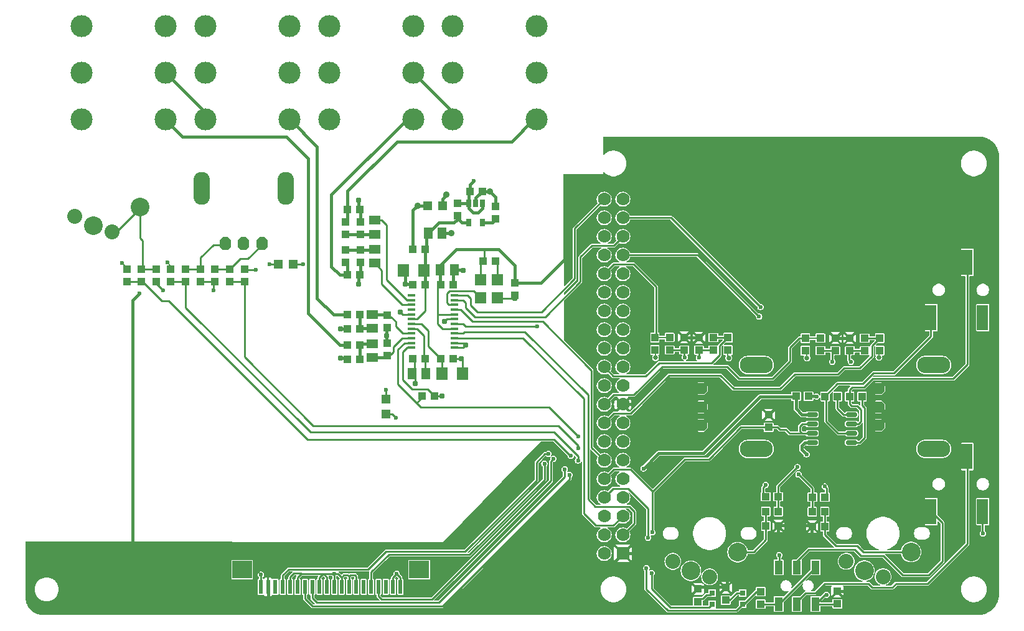
<source format=gbr>
%TF.GenerationSoftware,KiCad,Pcbnew,9.0.6*%
%TF.CreationDate,2025-11-29T22:38:19+10:00*%
%TF.ProjectId,ShieldXL-M,53686965-6c64-4584-9c2d-4d2e6b696361,rev?*%
%TF.SameCoordinates,Original*%
%TF.FileFunction,Copper,L2,Bot*%
%TF.FilePolarity,Positive*%
%FSLAX46Y46*%
G04 Gerber Fmt 4.6, Leading zero omitted, Abs format (unit mm)*
G04 Created by KiCad (PCBNEW 9.0.6) date 2025-11-29 22:38:19*
%MOMM*%
%LPD*%
G01*
G04 APERTURE LIST*
G04 Aperture macros list*
%AMRoundRect*
0 Rectangle with rounded corners*
0 $1 Rounding radius*
0 $2 $3 $4 $5 $6 $7 $8 $9 X,Y pos of 4 corners*
0 Add a 4 corners polygon primitive as box body*
4,1,4,$2,$3,$4,$5,$6,$7,$8,$9,$2,$3,0*
0 Add four circle primitives for the rounded corners*
1,1,$1+$1,$2,$3*
1,1,$1+$1,$4,$5*
1,1,$1+$1,$6,$7*
1,1,$1+$1,$8,$9*
0 Add four rect primitives between the rounded corners*
20,1,$1+$1,$2,$3,$4,$5,0*
20,1,$1+$1,$4,$5,$6,$7,0*
20,1,$1+$1,$6,$7,$8,$9,0*
20,1,$1+$1,$8,$9,$2,$3,0*%
%AMOutline5P*
0 Free polygon, 5 corners , with rotation*
0 The origin of the aperture is its center*
0 number of corners: always 5*
0 $1 to $10 corner X, Y*
0 $11 Rotation angle, in degrees counterclockwise*
0 create outline with 5 corners*
4,1,5,$1,$2,$3,$4,$5,$6,$7,$8,$9,$10,$1,$2,$11*%
%AMOutline6P*
0 Free polygon, 6 corners , with rotation*
0 The origin of the aperture is its center*
0 number of corners: always 6*
0 $1 to $12 corner X, Y*
0 $13 Rotation angle, in degrees counterclockwise*
0 create outline with 6 corners*
4,1,6,$1,$2,$3,$4,$5,$6,$7,$8,$9,$10,$11,$12,$1,$2,$13*%
%AMOutline7P*
0 Free polygon, 7 corners , with rotation*
0 The origin of the aperture is its center*
0 number of corners: always 7*
0 $1 to $14 corner X, Y*
0 $15 Rotation angle, in degrees counterclockwise*
0 create outline with 7 corners*
4,1,7,$1,$2,$3,$4,$5,$6,$7,$8,$9,$10,$11,$12,$13,$14,$1,$2,$15*%
%AMOutline8P*
0 Free polygon, 8 corners , with rotation*
0 The origin of the aperture is its center*
0 number of corners: always 8*
0 $1 to $16 corner X, Y*
0 $17 Rotation angle, in degrees counterclockwise*
0 create outline with 8 corners*
4,1,8,$1,$2,$3,$4,$5,$6,$7,$8,$9,$10,$11,$12,$13,$14,$15,$16,$1,$2,$17*%
G04 Aperture macros list end*
%TA.AperFunction,ComponentPad*%
%ADD10C,2.032000*%
%TD*%
%TA.AperFunction,ComponentPad*%
%ADD11C,2.540000*%
%TD*%
%TA.AperFunction,ComponentPad*%
%ADD12O,4.500000X2.250000*%
%TD*%
%TA.AperFunction,ComponentPad*%
%ADD13Outline8P,-0.754000X0.447317X-0.312317X0.889000X0.312317X0.889000X0.754000X0.447317X0.754000X-0.447317X0.312317X-0.889000X-0.312317X-0.889000X-0.754000X-0.447317X270.000000*%
%TD*%
%TA.AperFunction,ComponentPad*%
%ADD14O,2.250000X4.500000*%
%TD*%
%TA.AperFunction,ComponentPad*%
%ADD15Outline8P,-0.754000X0.447317X-0.312317X0.889000X0.312317X0.889000X0.754000X0.447317X0.754000X-0.447317X0.312317X-0.889000X-0.312317X-0.889000X-0.754000X-0.447317X0.000000*%
%TD*%
%TA.AperFunction,ComponentPad*%
%ADD16R,1.778000X1.778000*%
%TD*%
%TA.AperFunction,ComponentPad*%
%ADD17C,1.778000*%
%TD*%
%TA.AperFunction,SMDPad,CuDef*%
%ADD18R,1.100000X1.000000*%
%TD*%
%TA.AperFunction,SMDPad,CuDef*%
%ADD19R,1.200000X1.300000*%
%TD*%
%TA.AperFunction,SMDPad,CuDef*%
%ADD20R,1.000000X1.100000*%
%TD*%
%TA.AperFunction,SMDPad,CuDef*%
%ADD21R,1.500000X1.600000*%
%TD*%
%TA.AperFunction,SMDPad,CuDef*%
%ADD22R,1.300000X1.200000*%
%TD*%
%TA.AperFunction,SMDPad,CuDef*%
%ADD23R,1.300000X1.500000*%
%TD*%
%TA.AperFunction,ComponentPad*%
%ADD24C,3.000000*%
%TD*%
%TA.AperFunction,SMDPad,CuDef*%
%ADD25R,1.500000X1.300000*%
%TD*%
%TA.AperFunction,SMDPad,CuDef*%
%ADD26R,0.800000X0.800000*%
%TD*%
%TA.AperFunction,SMDPad,CuDef*%
%ADD27R,1.600000X1.800000*%
%TD*%
%TA.AperFunction,SMDPad,CuDef*%
%ADD28R,1.650000X3.500000*%
%TD*%
%TA.AperFunction,SMDPad,CuDef*%
%ADD29R,1.100000X1.900000*%
%TD*%
%TA.AperFunction,SMDPad,CuDef*%
%ADD30R,2.700000X2.400000*%
%TD*%
%TA.AperFunction,SMDPad,CuDef*%
%ADD31R,0.600000X1.900000*%
%TD*%
%TA.AperFunction,SMDPad,CuDef*%
%ADD32RoundRect,0.150000X0.625000X0.150000X-0.625000X0.150000X-0.625000X-0.150000X0.625000X-0.150000X0*%
%TD*%
%TA.AperFunction,SMDPad,CuDef*%
%ADD33R,0.990600X0.304800*%
%TD*%
%TA.AperFunction,SMDPad,CuDef*%
%ADD34R,0.690000X0.990000*%
%TD*%
%TA.AperFunction,ViaPad*%
%ADD35C,0.600000*%
%TD*%
%TA.AperFunction,ViaPad*%
%ADD36C,0.660400*%
%TD*%
%TA.AperFunction,ViaPad*%
%ADD37C,0.787400*%
%TD*%
%TA.AperFunction,ViaPad*%
%ADD38C,0.906400*%
%TD*%
%TA.AperFunction,Conductor*%
%ADD39C,0.406400*%
%TD*%
%TA.AperFunction,Conductor*%
%ADD40C,0.254000*%
%TD*%
%TA.AperFunction,Conductor*%
%ADD41C,0.200000*%
%TD*%
G04 APERTURE END LIST*
D10*
%TO.P,SW2,SW1,PIN-1*%
%TO.N,Net-(SW2-PIN-1)*%
X173018135Y-134713295D03*
D11*
X176828135Y-131353295D03*
D10*
%TO.P,SW2,SW2,PIN-2*%
%TO.N,GND*%
X168018135Y-132613295D03*
D11*
X170478135Y-133893295D03*
%TD*%
D12*
%TO.P,E2,*%
%TO.N,*%
X203495058Y-105862585D03*
X203495058Y-117292585D03*
D13*
%TO.P,E2,A,A*%
%TO.N,Net-(E2-PadA)*%
X195995058Y-109077585D03*
%TO.P,E2,B,B*%
%TO.N,Net-(E2-PadB)*%
X195995058Y-114077585D03*
%TO.P,E2,GND,GND*%
%TO.N,GND*%
X195995058Y-111577585D03*
%TD*%
D10*
%TO.P,SW3,SW1,PIN-1*%
%TO.N,Net-(SW3-PIN-1)*%
X196607718Y-134695933D03*
D11*
X200417718Y-131335933D03*
D10*
%TO.P,SW3,SW2,PIN-2*%
%TO.N,GND*%
X191607718Y-132595933D03*
D11*
X194067718Y-133875933D03*
%TD*%
D10*
%TO.P,SW1,SW1,PIN-1*%
%TO.N,Net-(SW1-PIN-1)*%
X91707658Y-87716663D03*
D11*
X95517658Y-84356663D03*
D10*
%TO.P,SW1,SW2,PIN-2*%
%TO.N,GND*%
X86707658Y-85616663D03*
D11*
X89167658Y-86896663D03*
%TD*%
D14*
%TO.P,E1,*%
%TO.N,*%
X103916361Y-81834032D03*
X115346361Y-81834032D03*
D15*
%TO.P,E1,A,A*%
%TO.N,Net-(E1-PadA)*%
X107131361Y-89334032D03*
%TO.P,E1,B,B*%
%TO.N,Net-(E1-PadB)*%
X112131361Y-89334032D03*
%TO.P,E1,GND,GND*%
%TO.N,GND*%
X109631361Y-89334032D03*
%TD*%
D12*
%TO.P,E3,*%
%TO.N,*%
X179376520Y-105866217D03*
X179376520Y-117296217D03*
D13*
%TO.P,E3,A,A*%
%TO.N,Net-(E3-PadA)*%
X171876520Y-109081217D03*
%TO.P,E3,B,B*%
%TO.N,Net-(E3-PadB)*%
X171876520Y-114081217D03*
%TO.P,E3,GND,GND*%
%TO.N,GND*%
X171876520Y-111581217D03*
%TD*%
D16*
%TO.P,X1,1,3V3A*%
%TO.N,+3V3*%
X161218360Y-131546589D03*
D17*
%TO.P,X1,2,5V0A*%
%TO.N,+5V*%
X158678360Y-131546589D03*
%TO.P,X1,3,SDA*%
%TO.N,/norns-shield-210330_1/SDA*%
X161218360Y-129006589D03*
%TO.P,X1,4,5V0B*%
%TO.N,+5V*%
X158678360Y-129006589D03*
%TO.P,X1,5,SCL*%
%TO.N,/norns-shield-210330_1/SCL*%
X161218360Y-126466589D03*
%TO.P,X1,6,GND_A*%
%TO.N,GND*%
X158678360Y-126466589D03*
%TO.P,X1,7,GPIO04*%
%TO.N,A1*%
X161218360Y-123926589D03*
%TO.P,X1,8,TXD*%
%TO.N,MIDI_TX*%
X158678360Y-123926589D03*
%TO.P,X1,9,GND_B*%
%TO.N,GND*%
X161218360Y-121386589D03*
%TO.P,X1,10,RXD*%
%TO.N,MIDI_RX*%
X158678360Y-121386589D03*
%TO.P,X1,11,GPIO17*%
%TO.N,/norns-shield-210330_1/R-CODEC*%
X161218360Y-118846589D03*
%TO.P,X1,12,GPIO18*%
%TO.N,/norns-shield-210330_1/SCLK*%
X158678360Y-118846589D03*
%TO.P,X1,13,GPIO27*%
%TO.N,B1*%
X161218360Y-116306589D03*
%TO.P,X1,14,GND_C*%
%TO.N,GND*%
X158678360Y-116306589D03*
%TO.P,X1,15,GPIO22*%
%TO.N,K1*%
X161218360Y-113766589D03*
%TO.P,X1,16,GPIO23*%
%TO.N,B2*%
X158678360Y-113766589D03*
%TO.P,X1,17,3V3B*%
%TO.N,+3V3*%
X161218360Y-111226589D03*
%TO.P,X1,18,GPIO24*%
%TO.N,A2*%
X158678360Y-111226589D03*
%TO.P,X1,19,SPI_MOSI*%
%TO.N,MOSI*%
X161218360Y-108686589D03*
%TO.P,X1,20,GND_D*%
%TO.N,GND*%
X158678360Y-108686589D03*
%TO.P,X1,21,SPI_MISO*%
%TO.N,unconnected-(X1-SPI_MISO-Pad21)*%
X161218360Y-106146589D03*
%TO.P,X1,22,GPIO25*%
%TO.N,B3*%
X158678360Y-106146589D03*
%TO.P,X1,23,SPI_SCLK*%
%TO.N,SCK*%
X161218360Y-103606589D03*
%TO.P,X1,24,SPI_CE0*%
%TO.N,CE0*%
X158678360Y-103606589D03*
%TO.P,X1,25,GND_E*%
%TO.N,GND*%
X161218360Y-101066589D03*
%TO.P,X1,26,SPI_CE1*%
%TO.N,unconnected-(X1-SPI_CE1-Pad26)*%
X158678360Y-101066589D03*
%TO.P,X1,27,ID_SD*%
%TO.N,unconnected-(X1-ID_SD-Pad27)*%
X161218360Y-98526589D03*
%TO.P,X1,28,ID_SC*%
%TO.N,unconnected-(X1-ID_SC-Pad28)*%
X158678360Y-98526589D03*
%TO.P,X1,29,GPIO05*%
%TO.N,O_DC*%
X161218360Y-95986589D03*
%TO.P,X1,30,GND_F*%
%TO.N,GND*%
X158678360Y-95986589D03*
%TO.P,X1,31,GPIO06*%
%TO.N,O_RESET*%
X161218360Y-93446589D03*
%TO.P,X1,32,GPIO12*%
%TO.N,A3*%
X158678360Y-93446589D03*
%TO.P,X1,33,GPIO13*%
%TO.N,K3*%
X161218360Y-90906589D03*
%TO.P,X1,34,GND_G*%
%TO.N,GND*%
X158678360Y-90906589D03*
%TO.P,X1,35,GPIO19*%
%TO.N,/norns-shield-210330_1/LRCK*%
X161218360Y-88366589D03*
%TO.P,X1,36,GPIO16*%
%TO.N,unconnected-(X1-GPIO16-Pad36)*%
X158678360Y-88366589D03*
%TO.P,X1,37,GPIO26*%
%TO.N,K2*%
X161218360Y-85826589D03*
%TO.P,X1,38,GPIO20*%
%TO.N,/norns-shield-210330_1/SDOUT*%
X158678360Y-85826589D03*
%TO.P,X1,39,GND_H*%
%TO.N,GND*%
X161218360Y-83286589D03*
%TO.P,X1,40,GPIO21*%
%TO.N,/norns-shield-210330_1/SDIN*%
X158678360Y-83286589D03*
%TD*%
D18*
%TO.P,R11,1,1*%
%TO.N,Net-(C14-Pad2)*%
X125499534Y-88101063D03*
%TO.P,R11,2,2*%
%TO.N,AGND*%
X125499534Y-86401063D03*
%TD*%
%TO.P,R12,1,1*%
%TO.N,Net-(C14-Pad2)*%
X123496633Y-88101063D03*
%TO.P,R12,2,2*%
%TO.N,Net-(C15-Pad1)*%
X123496633Y-86401063D03*
%TD*%
%TO.P,R45,1,1*%
%TO.N,Net-(SW1-PIN-1)*%
X95750468Y-92798909D03*
%TO.P,R45,2,2*%
%TO.N,K1*%
X95750468Y-94498909D03*
%TD*%
D19*
%TO.P,L1,1,1*%
%TO.N,AGND*%
X116426222Y-92119801D03*
%TO.P,L1,2,2*%
%TO.N,GND*%
X114394222Y-92119801D03*
%TD*%
D20*
%TO.P,R47,1,1*%
%TO.N,Net-(SW2-PIN-1)*%
X180666959Y-125806766D03*
%TO.P,R47,2,2*%
%TO.N,K2*%
X182366959Y-125806766D03*
%TD*%
D18*
%TO.P,R29,1,1*%
%TO.N,Net-(E1-PadA)*%
X103765542Y-92838988D03*
%TO.P,R29,2,2*%
%TO.N,+3V3*%
X103765542Y-94538988D03*
%TD*%
%TO.P,R18,1,1*%
%TO.N,/norns-shield-210330_2/RING1_4*%
X190385100Y-138398010D03*
%TO.P,R18,2,2*%
%TO.N,+3V3*%
X190385100Y-136698010D03*
%TD*%
%TO.P,C47,1,1*%
%TO.N,/norns-shield-210330_1/A5V*%
X134356299Y-90104696D03*
%TO.P,C47,2,2*%
%TO.N,AGND*%
X132656299Y-90104696D03*
%TD*%
D21*
%TO.P,Q1,1,OE*%
%TO.N,Net-(Q1-OE)*%
X144181299Y-94252196D03*
%TO.P,Q1,2,GND*%
%TO.N,GND*%
X144181299Y-96752196D03*
%TO.P,Q1,3,FO*%
%TO.N,/norns-shield-210330_1/MCLK*%
X141881299Y-96752196D03*
%TO.P,Q1,4,VCC*%
%TO.N,+3V3*%
X141881299Y-94252196D03*
%TD*%
D18*
%TO.P,R14,1,1*%
%TO.N,Net-(C16-Pad2)*%
X123524087Y-90205238D03*
%TO.P,R14,2,2*%
%TO.N,Net-(C17-Pad1)*%
X123524087Y-91905238D03*
%TD*%
%TO.P,C15,1,1*%
%TO.N,Net-(C15-Pad1)*%
X123766299Y-84707196D03*
%TO.P,C15,2,2*%
%TO.N,AGND*%
X125466299Y-84707196D03*
%TD*%
%TO.P,C4,1,1*%
%TO.N,Net-(U1-VQ)*%
X134356299Y-105027196D03*
%TO.P,C4,2,2*%
%TO.N,AGND*%
X132656299Y-105027196D03*
%TD*%
D22*
%TO.P,L2,1,1*%
%TO.N,AGND*%
X129032675Y-110516530D03*
%TO.P,L2,2,2*%
%TO.N,GND*%
X129032675Y-112548530D03*
%TD*%
D18*
%TO.P,R4,1,1*%
%TO.N,Net-(E3-PadB)*%
X171561104Y-103839046D03*
%TO.P,R4,2,2*%
%TO.N,+3V3*%
X171561104Y-102139046D03*
%TD*%
%TO.P,C46,1,1*%
%TO.N,K3*%
X186983412Y-123852122D03*
%TO.P,C46,2,2*%
%TO.N,GND*%
X188683412Y-123852122D03*
%TD*%
%TO.P,R19,1,1*%
%TO.N,Net-(D1-PadA)*%
X171408742Y-138077766D03*
%TO.P,R19,2,2*%
%TO.N,+3V3*%
X171408742Y-136377766D03*
%TD*%
D23*
%TO.P,C2,1,1*%
%TO.N,+3V3*%
X136383754Y-92897661D03*
%TO.P,C2,2,2*%
%TO.N,GND*%
X138283754Y-92897661D03*
%TD*%
D18*
%TO.P,R38,1,1*%
%TO.N,Net-(E3-PadB)*%
X173534028Y-103839046D03*
%TO.P,R38,2,2*%
%TO.N,B3*%
X173534028Y-102139046D03*
%TD*%
%TO.P,R13,1,1*%
%TO.N,Net-(C16-Pad2)*%
X125492908Y-90205238D03*
%TO.P,R13,2,2*%
%TO.N,AGND*%
X125492908Y-91905238D03*
%TD*%
D24*
%TO.P,J2,R*%
%TO.N,AGND*%
X149491373Y-66052122D03*
%TO.P,J2,RN*%
%TO.N,unconnected-(J2-PadRN)*%
X138061373Y-66052122D03*
%TO.P,J2,S*%
%TO.N,AGND*%
X149491373Y-59702122D03*
%TO.P,J2,SN*%
%TO.N,unconnected-(J2-PadSN)*%
X138061373Y-59702122D03*
%TO.P,J2,T*%
%TO.N,Net-(C15-Pad1)*%
X149491373Y-72402122D03*
%TO.P,J2,TN*%
%TO.N,Net-(J1-PadR)*%
X138061373Y-72402122D03*
%TD*%
D18*
%TO.P,R35,1,1*%
%TO.N,Net-(E2-PadA)*%
X190096484Y-103914786D03*
%TO.P,R35,2,2*%
%TO.N,+3V3*%
X190096484Y-102214786D03*
%TD*%
D20*
%TO.P,C38,1,1*%
%TO.N,A2*%
X186049940Y-102208692D03*
%TO.P,C38,2,2*%
%TO.N,GND*%
X186049940Y-103908692D03*
%TD*%
%TO.P,R16,1,1*%
%TO.N,Net-(J6-TIP)*%
X188716637Y-110142716D03*
%TO.P,R16,2,2*%
%TO.N,Net-(U2-ANODE_1)*%
X190416637Y-110142716D03*
%TD*%
%TO.P,R49,1,1*%
%TO.N,Net-(SW3-PIN-1)*%
X188687520Y-125855705D03*
%TO.P,R49,2,2*%
%TO.N,K3*%
X186987520Y-125855705D03*
%TD*%
D18*
%TO.P,C18,1,P$1*%
%TO.N,GND*%
X186467867Y-110129127D03*
%TO.P,C18,2,P$2*%
%TO.N,+5V*%
X184767867Y-110129127D03*
%TD*%
D25*
%TO.P,C16,1,1*%
%TO.N,/norns-shield-210330_1/OUTB*%
X127473799Y-92007196D03*
%TO.P,C16,2,2*%
%TO.N,Net-(C16-Pad2)*%
X127473799Y-90107196D03*
%TD*%
D20*
%TO.P,C36,1,1*%
%TO.N,B1*%
X109738770Y-94538988D03*
%TO.P,C36,2,2*%
%TO.N,GND*%
X109738770Y-92838988D03*
%TD*%
D18*
%TO.P,R34,1,1*%
%TO.N,Net-(E2-PadA)*%
X188072828Y-103908692D03*
%TO.P,R34,2,2*%
%TO.N,A2*%
X188072828Y-102208692D03*
%TD*%
D26*
%TO.P,D1,A,A*%
%TO.N,Net-(D1-PadA)*%
X173377812Y-136937216D03*
%TO.P,D1,C,C*%
%TO.N,MIDI_RX*%
X173377812Y-138437216D03*
%TD*%
D27*
%TO.P,C7,1,1*%
%TO.N,Net-(U1-FILT+)*%
X136607072Y-107059485D03*
%TO.P,C7,2,2*%
%TO.N,AGND*%
X139407072Y-107059485D03*
%TD*%
D28*
%TO.P,J6,2,TIP*%
%TO.N,Net-(J6-TIP)*%
X203101863Y-99400260D03*
%TO.P,J6,3,RING*%
%TO.N,Net-(J6-RING)*%
X208001863Y-91900260D03*
%TO.P,J6,4,SLEEVE*%
%TO.N,unconnected-(J6-SLEEVE-Pad4)*%
X210101863Y-99400260D03*
%TD*%
D29*
%TO.P,S1,1,1*%
%TO.N,/norns-shield-210330_2/RING1_4*%
X187413475Y-138433795D03*
%TO.P,S1,2,2_COM*%
%TO.N,Net-(J3-RING)*%
X184913475Y-138433795D03*
%TO.P,S1,3,3*%
%TO.N,/norns-shield-210330_2/TIP1_5*%
X182413475Y-138433795D03*
%TO.P,S1,4,4*%
%TO.N,/norns-shield-210330_2/RING1_4*%
X182413475Y-133433795D03*
%TO.P,S1,5,5_COM*%
%TO.N,Net-(J3-TIP)*%
X184913475Y-133433795D03*
%TO.P,S1,6,6*%
%TO.N,/norns-shield-210330_2/TIP1_5*%
X187413475Y-133433795D03*
%TD*%
D24*
%TO.P,J1,R*%
%TO.N,Net-(J1-PadR)*%
X132712740Y-66052122D03*
%TO.P,J1,RN*%
%TO.N,unconnected-(J1-PadRN)*%
X121282740Y-66052122D03*
%TO.P,J1,S*%
%TO.N,AGND*%
X132712740Y-59702122D03*
%TO.P,J1,SN*%
%TO.N,unconnected-(J1-PadSN)*%
X121282740Y-59702122D03*
%TO.P,J1,T*%
%TO.N,Net-(C17-Pad1)*%
X132712740Y-72402122D03*
%TO.P,J1,TN*%
%TO.N,unconnected-(J1-PadTN)*%
X121282740Y-72402122D03*
%TD*%
D18*
%TO.P,R20,1,1*%
%TO.N,Net-(D2-PadA)*%
X175215610Y-137902738D03*
%TO.P,R20,2,2*%
%TO.N,+3V3*%
X175215610Y-136202738D03*
%TD*%
D24*
%TO.P,J4,R*%
%TO.N,Net-(J4-PadR)*%
X99066853Y-66052122D03*
%TO.P,J4,RN*%
%TO.N,AGND*%
X87636853Y-66052122D03*
%TO.P,J4,S*%
X99066853Y-59702122D03*
%TO.P,J4,SN*%
%TO.N,unconnected-(J4-PadSN)*%
X87636853Y-59702122D03*
%TO.P,J4,T*%
%TO.N,Net-(J4-PadT)*%
X99066853Y-72402122D03*
%TO.P,J4,TN*%
%TO.N,AGND*%
X87636853Y-72402122D03*
%TD*%
D28*
%TO.P,J3,2,TIP*%
%TO.N,Net-(J3-TIP)*%
X203101863Y-125836142D03*
%TO.P,J3,3,RING*%
%TO.N,Net-(J3-RING)*%
X208001863Y-118336142D03*
%TO.P,J3,4,SLEEVE*%
%TO.N,GND*%
X210101863Y-125836142D03*
%TD*%
D18*
%TO.P,C8,1,1*%
%TO.N,/norns-shield-210330_1/A5V*%
X134339877Y-94975201D03*
%TO.P,C8,2,2*%
%TO.N,AGND*%
X132639877Y-94975201D03*
%TD*%
D23*
%TO.P,C5,1,1*%
%TO.N,Net-(U1-VQ)*%
X134422706Y-107059485D03*
%TO.P,C5,2,2*%
%TO.N,AGND*%
X132522706Y-107059485D03*
%TD*%
D20*
%TO.P,R15,1,1*%
%TO.N,/norns-shield-210330_1/R-CODEC*%
X133926299Y-110107196D03*
%TO.P,R15,2,2*%
%TO.N,GND*%
X135626299Y-110107196D03*
%TD*%
D18*
%TO.P,R3,1,1*%
%TO.N,Net-(E2-PadB)*%
X192106996Y-103914442D03*
%TO.P,R3,2,2*%
%TO.N,+3V3*%
X192106996Y-102214442D03*
%TD*%
D20*
%TO.P,C88,1,1*%
%TO.N,Net-(U11-NR)*%
X143914781Y-85992998D03*
%TO.P,C88,2,2*%
%TO.N,GND*%
X143914781Y-84292998D03*
%TD*%
D18*
%TO.P,R17,1,1*%
%TO.N,/norns-shield-210330_2/TIP1_5*%
X179983540Y-138421176D03*
%TO.P,R17,2,2*%
%TO.N,MIDI_TX*%
X179983540Y-136721176D03*
%TD*%
D20*
%TO.P,R10,1,1*%
%TO.N,Net-(C12-Pad2)*%
X125458689Y-105109816D03*
%TO.P,R10,2,2*%
%TO.N,AGND*%
X123758689Y-105109816D03*
%TD*%
D18*
%TO.P,C45,1,1*%
%TO.N,K2*%
X182373244Y-123801842D03*
%TO.P,C45,2,2*%
%TO.N,GND*%
X180673244Y-123801842D03*
%TD*%
%TO.P,R28,1,1*%
%TO.N,Net-(E1-PadA)*%
X101746385Y-92836619D03*
%TO.P,R28,2,2*%
%TO.N,A1*%
X101746385Y-94536619D03*
%TD*%
D30*
%TO.P,U$1,*%
%TO.N,*%
X109438100Y-133738132D03*
X133528100Y-133738132D03*
D31*
%TO.P,U$1,1,VSS*%
%TO.N,GND*%
X111968100Y-136088132D03*
%TO.P,U$1,2,VDD*%
%TO.N,+3V3*%
X112968100Y-136088132D03*
%TO.P,U$1,3,5V*%
%TO.N,unconnected-(U$1-5V-Pad3)*%
X113968099Y-136088132D03*
%TO.P,U$1,4,D/C*%
%TO.N,O_DC*%
X114968100Y-136088132D03*
%TO.P,U$1,5,R/W*%
%TO.N,GND*%
X115968100Y-136088132D03*
%TO.P,U$1,6,E*%
X116968100Y-136088132D03*
%TO.P,U$1,7,SCLK*%
%TO.N,SCK*%
X117968100Y-136088132D03*
%TO.P,U$1,8,SDIN*%
%TO.N,MOSI*%
X118968099Y-136088132D03*
%TO.P,U$1,9,DB2*%
%TO.N,GND*%
X119968100Y-136088132D03*
%TO.P,U$1,10,DB3*%
X120968100Y-136088132D03*
%TO.P,U$1,11,DB4*%
X121968100Y-136088132D03*
%TO.P,U$1,12,DB5*%
X122968100Y-136088132D03*
%TO.P,U$1,13,DB6*%
X123968100Y-136088131D03*
%TO.P,U$1,14,DB7*%
X124968100Y-136088132D03*
%TO.P,U$1,15,NC*%
%TO.N,unconnected-(U$1-NC-Pad15)*%
X125968100Y-136088132D03*
%TO.P,U$1,16,/RES*%
%TO.N,O_RESET*%
X126968100Y-136088132D03*
%TO.P,U$1,17,/CS*%
%TO.N,CE0*%
X127968100Y-136088132D03*
%TO.P,U$1,18,NC*%
%TO.N,unconnected-(U$1-NC-Pad18)*%
X128968100Y-136088131D03*
%TO.P,U$1,19,BS1*%
%TO.N,GND*%
X129968100Y-136088132D03*
%TO.P,U$1,20,BS0*%
X130968100Y-136088132D03*
%TD*%
D18*
%TO.P,C6,1,1*%
%TO.N,Net-(U1-FILT+)*%
X136466299Y-105027196D03*
%TO.P,C6,2,2*%
%TO.N,AGND*%
X138166299Y-105027196D03*
%TD*%
D19*
%TO.P,L3,1,1*%
%TO.N,AGND*%
X134635771Y-84204101D03*
%TO.P,L3,2,2*%
%TO.N,GND*%
X136667771Y-84204101D03*
%TD*%
D20*
%TO.P,C44,1,1*%
%TO.N,K1*%
X93739259Y-94498909D03*
%TO.P,C44,2,2*%
%TO.N,GND*%
X93739259Y-92798909D03*
%TD*%
%TO.P,C13,1,1*%
%TO.N,/norns-shield-210330_1/INB*%
X129129723Y-104594976D03*
%TO.P,C13,2,2*%
%TO.N,AGND*%
X129129723Y-102894976D03*
%TD*%
%TO.P,C41,1,1*%
%TO.N,A3*%
X165576567Y-102122605D03*
%TO.P,C41,2,2*%
%TO.N,GND*%
X165576567Y-103822605D03*
%TD*%
D18*
%TO.P,R44,1,1*%
%TO.N,+3V3*%
X97736537Y-94511479D03*
%TO.P,R44,2,2*%
%TO.N,Net-(SW1-PIN-1)*%
X97736537Y-92811479D03*
%TD*%
%TO.P,R40,1,1*%
%TO.N,Net-(E3-PadA)*%
X167565933Y-103822605D03*
%TO.P,R40,2,2*%
%TO.N,A3*%
X167565933Y-102122605D03*
%TD*%
D32*
%TO.P,U2,1,ANODE_1*%
%TO.N,Net-(U2-ANODE_1)*%
X192318221Y-112627556D03*
%TO.P,U2,2,CATHODE_1*%
%TO.N,Net-(J6-RING)*%
X192318221Y-113897556D03*
%TO.P,U2,3,CATHODE_2*%
%TO.N,Net-(J6-TIP)*%
X192318221Y-115167556D03*
%TO.P,U2,4,ANODE_2*%
%TO.N,Net-(U2-ANODE_2)*%
X192318221Y-116437556D03*
%TO.P,U2,5,GND*%
%TO.N,GND*%
X186968221Y-116437556D03*
%TO.P,U2,6,VO2*%
%TO.N,MIDI_RX*%
X186968221Y-115167556D03*
%TO.P,U2,7,VO1*%
X186968221Y-113897556D03*
%TO.P,U2,8,VCC*%
%TO.N,+5V*%
X186968221Y-112627556D03*
%TD*%
D20*
%TO.P,C42,1,1*%
%TO.N,B3*%
X175506953Y-102155487D03*
%TO.P,C42,2,2*%
%TO.N,GND*%
X175506953Y-103855487D03*
%TD*%
D18*
%TO.P,R32,1,1*%
%TO.N,Net-(E2-PadB)*%
X194129885Y-103914442D03*
%TO.P,R32,2,2*%
%TO.N,B2*%
X194129885Y-102214442D03*
%TD*%
D20*
%TO.P,C35,1,1*%
%TO.N,A1*%
X99735176Y-94524049D03*
%TO.P,C35,2,2*%
%TO.N,GND*%
X99735176Y-92824049D03*
%TD*%
%TO.P,R1,1,1*%
%TO.N,+3V3*%
X142181299Y-91692196D03*
%TO.P,R1,2,2*%
%TO.N,Net-(Q1-OE)*%
X143881299Y-91692196D03*
%TD*%
D25*
%TO.P,C10,1,1*%
%TO.N,/norns-shield-210330_1/INA*%
X127156299Y-98997196D03*
%TO.P,C10,2,2*%
%TO.N,Net-(C10-Pad2)*%
X127156299Y-100897196D03*
%TD*%
D18*
%TO.P,R26,1,1*%
%TO.N,Net-(E1-PadB)*%
X107747694Y-92838988D03*
%TO.P,R26,2,2*%
%TO.N,B1*%
X107747694Y-94538988D03*
%TD*%
D25*
%TO.P,C12,1,1*%
%TO.N,/norns-shield-210330_1/INB*%
X127143490Y-104845888D03*
%TO.P,C12,2,2*%
%TO.N,Net-(C12-Pad2)*%
X127143490Y-102945888D03*
%TD*%
D18*
%TO.P,C17,1,1*%
%TO.N,Net-(C17-Pad1)*%
X123766299Y-93597196D03*
%TO.P,C17,2,2*%
%TO.N,AGND*%
X125466299Y-93597196D03*
%TD*%
%TO.P,R21,1,1*%
%TO.N,+5V*%
X138697560Y-83871646D03*
%TO.P,R21,2,2*%
%TO.N,/norns-shield-210330_1/A5V*%
X138697560Y-85571646D03*
%TD*%
D23*
%TO.P,C43,1,1*%
%TO.N,/norns-shield-210330_1/A5V*%
X134761510Y-87907928D03*
%TO.P,C43,2,2*%
%TO.N,GND*%
X136661510Y-87907928D03*
%TD*%
D20*
%TO.P,C3,1,1*%
%TO.N,+3V3*%
X146523799Y-94652196D03*
%TO.P,C3,2,2*%
%TO.N,GND*%
X146523799Y-96352196D03*
%TD*%
D27*
%TO.P,C9,1,1*%
%TO.N,/norns-shield-210330_1/A5V*%
X134205570Y-92956493D03*
%TO.P,C9,2,2*%
%TO.N,AGND*%
X131405570Y-92956493D03*
%TD*%
D25*
%TO.P,C14,1,1*%
%TO.N,/norns-shield-210330_1/OUTA*%
X127479010Y-86148795D03*
%TO.P,C14,2,2*%
%TO.N,Net-(C14-Pad2)*%
X127479010Y-88048795D03*
%TD*%
D33*
%TO.P,U1,1,SDIN*%
%TO.N,/norns-shield-210330_1/SDIN*%
X138329099Y-96372196D03*
%TO.P,U1,2,LRCK*%
%TO.N,/norns-shield-210330_1/LRCK*%
X138329099Y-97022196D03*
%TO.P,U1,3,MCLK*%
%TO.N,/norns-shield-210330_1/MCLK*%
X138329099Y-97672196D03*
%TO.P,U1,4,SCLK*%
%TO.N,/norns-shield-210330_1/SCLK*%
X138329099Y-98322196D03*
%TO.P,U1,5,VD*%
%TO.N,+3V3*%
X138329099Y-98972196D03*
%TO.P,U1,6,DGND*%
%TO.N,GND*%
X138329099Y-99622196D03*
%TO.P,U1,7,SDOUT*%
%TO.N,/norns-shield-210330_1/SDOUT*%
X138329099Y-100272196D03*
%TO.P,U1,8,VLC*%
%TO.N,+3V3*%
X138329099Y-100922196D03*
%TO.P,U1,9,CDOUT*%
%TO.N,/norns-shield-210330_1/SDA*%
X138329099Y-101572196D03*
%TO.P,U1,10,CCLK*%
%TO.N,/norns-shield-210330_1/SCL*%
X138329099Y-102222196D03*
%TO.P,U1,11,CS*%
%TO.N,GND*%
X138329099Y-102872196D03*
%TO.P,U1,12,CDIN*%
X138329099Y-103522196D03*
%TO.P,U1,13,AD2*%
X132493499Y-103522196D03*
%TO.P,U1,14,_RST*%
%TO.N,/norns-shield-210330_1/R-CODEC*%
X132493499Y-102872196D03*
%TO.P,U1,15,AINA*%
%TO.N,/norns-shield-210330_1/INB*%
X132493499Y-102222196D03*
%TO.P,U1,16,AINB*%
%TO.N,/norns-shield-210330_1/INA*%
X132493499Y-101572196D03*
%TO.P,U1,17,VQ*%
%TO.N,Net-(U1-VQ)*%
X132493499Y-100922196D03*
%TO.P,U1,18,FILT+*%
%TO.N,Net-(U1-FILT+)*%
X132493499Y-100272196D03*
%TO.P,U1,19,VA*%
%TO.N,/norns-shield-210330_1/A5V*%
X132493499Y-99622196D03*
%TO.P,U1,20,AGND*%
%TO.N,AGND*%
X132493499Y-98972196D03*
%TO.P,U1,21,_MUTEA*%
%TO.N,unconnected-(U1-_MUTEA-Pad21)*%
X132493499Y-98322196D03*
%TO.P,U1,22,AOUTA*%
%TO.N,/norns-shield-210330_1/OUTB*%
X132493499Y-97672196D03*
%TO.P,U1,23,AOUTB*%
%TO.N,/norns-shield-210330_1/OUTA*%
X132493499Y-97022196D03*
%TO.P,U1,24,_MUTEB*%
%TO.N,unconnected-(U1-_MUTEB-Pad24)*%
X132493499Y-96372196D03*
%TD*%
D20*
%TO.P,R7,1,1*%
%TO.N,Net-(C10-Pad2)*%
X125466299Y-98994696D03*
%TO.P,R7,2,2*%
%TO.N,Net-(J5-PadT)*%
X123766299Y-98994696D03*
%TD*%
%TO.P,R46,1,1*%
%TO.N,+3V3*%
X182373244Y-127811689D03*
%TO.P,R46,2,2*%
%TO.N,Net-(SW2-PIN-1)*%
X180673244Y-127811689D03*
%TD*%
%TO.P,R8,1,1*%
%TO.N,Net-(C10-Pad2)*%
X125458689Y-100966550D03*
%TO.P,R8,2,2*%
%TO.N,AGND*%
X123758689Y-100966550D03*
%TD*%
%TO.P,R9,1,1*%
%TO.N,Net-(C12-Pad2)*%
X125466299Y-103122196D03*
%TO.P,R9,2,2*%
%TO.N,Net-(J4-PadT)*%
X123766299Y-103122196D03*
%TD*%
D18*
%TO.P,C1,1,1*%
%TO.N,+3V3*%
X136451821Y-94941310D03*
%TO.P,C1,2,2*%
%TO.N,GND*%
X138151821Y-94941310D03*
%TD*%
D20*
%TO.P,R48,1,1*%
%TO.N,+3V3*%
X186983412Y-127861970D03*
%TO.P,R48,2,2*%
%TO.N,Net-(SW3-PIN-1)*%
X188683412Y-127861970D03*
%TD*%
%TO.P,C39,1,1*%
%TO.N,B2*%
X196164959Y-102202256D03*
%TO.P,C39,2,2*%
%TO.N,GND*%
X196164959Y-103902256D03*
%TD*%
%TO.P,R6,1,1*%
%TO.N,Net-(J6-RING)*%
X192049526Y-110142716D03*
%TO.P,R6,2,2*%
%TO.N,Net-(U2-ANODE_2)*%
X193749526Y-110142716D03*
%TD*%
D18*
%TO.P,C63,1,1*%
%TO.N,+5V*%
X140391582Y-82212046D03*
%TO.P,C63,2,2*%
%TO.N,GND*%
X142091582Y-82212046D03*
%TD*%
D24*
%TO.P,J5,R*%
%TO.N,AGND*%
X115868103Y-66052122D03*
%TO.P,J5,RN*%
X104438103Y-66052122D03*
%TO.P,J5,S*%
X115868103Y-59702122D03*
%TO.P,J5,SN*%
%TO.N,unconnected-(J5-PadSN)*%
X104438103Y-59702122D03*
%TO.P,J5,T*%
%TO.N,Net-(J5-PadT)*%
X115868103Y-72402122D03*
%TO.P,J5,TN*%
%TO.N,Net-(J4-PadR)*%
X104438103Y-72402122D03*
%TD*%
D18*
%TO.P,R2,1,1*%
%TO.N,Net-(E1-PadB)*%
X105756618Y-92838988D03*
%TO.P,R2,2,2*%
%TO.N,+3V3*%
X105756618Y-94538988D03*
%TD*%
D20*
%TO.P,C11,1,1*%
%TO.N,/norns-shield-210330_1/INA*%
X129165092Y-99115693D03*
%TO.P,C11,2,2*%
%TO.N,AGND*%
X129165092Y-100815693D03*
%TD*%
D18*
%TO.P,R41,1,1*%
%TO.N,Net-(E3-PadA)*%
X169563176Y-103827539D03*
%TO.P,R41,2,2*%
%TO.N,+3V3*%
X169563176Y-102127539D03*
%TD*%
%TO.P,R5,1,1*%
%TO.N,MIDI_RX*%
X181029344Y-114341203D03*
%TO.P,R5,2,2*%
%TO.N,+3V3*%
X181029344Y-112641203D03*
%TD*%
D34*
%TO.P,U11,1,IN*%
%TO.N,+5V*%
X140241519Y-83856372D03*
%TO.P,U11,2,GND*%
%TO.N,GND*%
X141191519Y-83856372D03*
%TO.P,U11,3,EN*%
%TO.N,+5V*%
X142141519Y-83856372D03*
%TO.P,U11,4,NR*%
%TO.N,Net-(U11-NR)*%
X142141519Y-86456372D03*
%TO.P,U11,6,OUT*%
%TO.N,/norns-shield-210330_1/A5V*%
X140241519Y-86456372D03*
%TD*%
D26*
%TO.P,D2,A,A*%
%TO.N,Net-(D2-PadA)*%
X177515241Y-136937216D03*
%TO.P,D2,C,C*%
%TO.N,MIDI_TX*%
X177515241Y-138437216D03*
%TD*%
D35*
%TO.N,+3V3*%
X98719476Y-95736373D03*
X191101837Y-105401015D03*
X155685604Y-82491247D03*
X105541997Y-95682010D03*
X191143914Y-100898691D03*
X186901713Y-129094480D03*
X192890629Y-136762827D03*
X181973795Y-111696752D03*
X95437303Y-96157093D03*
X181853191Y-108399223D03*
D36*
%TO.N,GND*%
X196043099Y-104843609D03*
D35*
X112010767Y-134427598D03*
X121958923Y-134280668D03*
X180638045Y-122200889D03*
X99257979Y-91920142D03*
X113136110Y-92125001D03*
D37*
X139856299Y-103122196D03*
D36*
X175610677Y-104898348D03*
D37*
X146523799Y-96772196D03*
D35*
X188687322Y-122407944D03*
D38*
X143146582Y-82212046D03*
D35*
X111345155Y-92938987D03*
X130455058Y-134298617D03*
D36*
X186257680Y-104904539D03*
D37*
X136655643Y-110108472D03*
D35*
X187587623Y-110154381D03*
X186209217Y-118034214D03*
D38*
X137922923Y-87907140D03*
D35*
X93065777Y-91936878D03*
X130370822Y-113056282D03*
D38*
X137224520Y-82666001D03*
D36*
X165660173Y-104877267D03*
D37*
X139538799Y-92962196D03*
X136998799Y-99947196D03*
D35*
X210191804Y-128809142D03*
%TO.N,/norns-shield-210330_1/R-CODEC*%
X155186593Y-115585532D03*
D37*
%TO.N,AGND*%
X122805150Y-104951397D03*
D35*
X117721960Y-92119801D03*
D37*
X122792964Y-100917806D03*
X139221299Y-105027196D03*
X125251299Y-83437196D03*
X125251299Y-94867196D03*
X131601299Y-94867196D03*
X130966299Y-98677196D03*
X129061299Y-101852196D03*
D35*
X129011366Y-109228526D03*
D37*
X132987012Y-108437316D03*
D38*
X133306570Y-84146405D03*
D35*
%TO.N,/norns-shield-210330_1/SDOUT*%
X149550177Y-100582196D03*
%TO.N,+5V*%
X164020860Y-119957470D03*
X140928131Y-80772813D03*
%TO.N,Net-(E2-PadA)*%
X189720433Y-105437322D03*
%TO.N,Net-(E2-PadB)*%
X192246759Y-105437322D03*
%TO.N,A1*%
X155119536Y-118884390D03*
%TO.N,B1*%
X155141888Y-117172536D03*
%TO.N,Net-(E3-PadA)*%
X169662459Y-104810243D03*
%TO.N,Net-(E3-PadB)*%
X171564566Y-104880398D03*
%TO.N,K1*%
X154154186Y-118254813D03*
%TO.N,K2*%
X179936977Y-97968076D03*
X184964913Y-119757139D03*
%TO.N,K3*%
X185100597Y-120757401D03*
X179752617Y-99281250D03*
%TO.N,O_RESET*%
X150550879Y-119309011D03*
%TO.N,O_DC*%
X151104379Y-117966256D03*
%TO.N,CE0*%
X151771755Y-118648299D03*
%TO.N,SCK*%
X153950067Y-120825667D03*
%TO.N,MOSI*%
X153329972Y-120091081D03*
%TO.N,MIDI_RX*%
X165131599Y-134187446D03*
X165209442Y-128660649D03*
%TO.N,MIDI_TX*%
X164431011Y-133533517D03*
X164650560Y-129390802D03*
%TO.N,/norns-shield-210330_2/RING1_4*%
X182492050Y-131745170D03*
X188927149Y-137154072D03*
%TD*%
D39*
%TO.N,/norns-shield-210330_1/INA*%
X129046595Y-98997196D02*
X129165092Y-99115693D01*
X127156299Y-98997196D02*
X129046595Y-98997196D01*
D40*
X130331299Y-99947196D02*
X129696299Y-99312196D01*
X130331299Y-100582196D02*
X130331299Y-99947196D01*
X132493499Y-101572196D02*
X131321299Y-101572196D01*
X129696299Y-99312196D02*
X129361595Y-99312196D01*
X129361595Y-99312196D02*
X129165092Y-99115693D01*
X131321299Y-101572196D02*
X130331299Y-100582196D01*
%TO.N,/norns-shield-210330_1/INB*%
X129332503Y-104392196D02*
X129129723Y-104594976D01*
X130013799Y-103439696D02*
X130013799Y-104074696D01*
D39*
X127143490Y-104845888D02*
X128878811Y-104845888D01*
X128878811Y-104845888D02*
X129129723Y-104594976D01*
D40*
X130013799Y-104074696D02*
X129696299Y-104392196D01*
X132493499Y-102222196D02*
X131231299Y-102222196D01*
X131231299Y-102222196D02*
X130013799Y-103439696D01*
X129696299Y-104392196D02*
X129332503Y-104392196D01*
D39*
%TO.N,+3V3*%
X136383754Y-92897661D02*
X136383754Y-92307241D01*
X171668996Y-136117512D02*
X175130384Y-136117512D01*
X192106652Y-102214786D02*
X190096484Y-102214786D01*
X190038115Y-106464737D02*
X184127960Y-106464737D01*
X166836598Y-130947703D02*
X166237712Y-131546589D01*
X153278886Y-84897965D02*
X153278886Y-91449586D01*
X173063299Y-100636851D02*
X189064309Y-100636851D01*
X168964323Y-130947703D02*
X166836598Y-130947703D01*
D40*
X97736537Y-94753434D02*
X98719476Y-95736373D01*
D39*
X173424758Y-131798792D02*
X169815412Y-131798792D01*
X166985152Y-106663123D02*
X162421686Y-111226589D01*
X169563176Y-102127539D02*
X171549597Y-102127539D01*
X181973795Y-111696752D02*
X181029344Y-112641203D01*
X112994513Y-138265334D02*
X113966119Y-139236940D01*
X138586299Y-90104696D02*
X142396299Y-90104696D01*
X94564414Y-131401873D02*
X94564414Y-97029982D01*
X186901713Y-127943669D02*
X186983412Y-127861970D01*
X182373244Y-129818799D02*
X178403975Y-133788068D01*
X112994513Y-137978869D02*
X112994513Y-138265334D01*
X191143914Y-100898691D02*
X191143914Y-101167356D01*
X171561104Y-102139046D02*
X173063299Y-100636851D01*
X110240869Y-139236940D02*
X111736442Y-139236940D01*
D40*
X136703799Y-100922196D02*
X136046299Y-100264696D01*
D39*
X186833208Y-127711766D02*
X186983412Y-127861970D01*
X190385100Y-136698010D02*
X192825812Y-136698010D01*
X111736442Y-139236940D02*
X112994513Y-137978869D01*
X153528009Y-139236940D02*
X161218360Y-131546589D01*
X184127960Y-106464737D02*
X182193474Y-108399223D01*
X146523799Y-94652196D02*
X146523799Y-92327196D01*
X162421686Y-111226589D02*
X161218360Y-111226589D01*
X161218360Y-131546589D02*
X162175993Y-131546589D01*
X175414034Y-136004314D02*
X175215610Y-136202738D01*
X174941355Y-106663123D02*
X166985152Y-106663123D01*
X136383754Y-94873243D02*
X136451821Y-94941310D01*
X146523799Y-92327196D02*
X144301299Y-90104696D01*
D40*
X136046299Y-98972196D02*
X136046299Y-95346832D01*
D39*
X182373244Y-127811689D02*
X182373244Y-129818799D01*
X102399481Y-139236940D02*
X110240869Y-139236940D01*
X171408742Y-136377766D02*
X171668996Y-136117512D01*
D40*
X142181299Y-91692196D02*
X142396299Y-91692196D01*
X141881299Y-92192196D02*
X142181299Y-91692196D01*
D39*
X94564414Y-97029982D02*
X95437303Y-96157093D01*
X162175993Y-131546589D02*
X162561741Y-131546589D01*
X192825812Y-136698010D02*
X192890629Y-136762827D01*
X144301299Y-90104696D02*
X142396299Y-90104696D01*
X175414034Y-133788068D02*
X175414034Y-136004314D01*
X191143914Y-100898691D02*
X191161577Y-100881028D01*
X182373244Y-127811689D02*
X182473167Y-127711766D01*
X190882074Y-100636851D02*
X189064309Y-100636851D01*
X169815412Y-131798792D02*
X168964323Y-130947703D01*
X153278886Y-91449586D02*
X150076276Y-94652196D01*
D40*
X138329099Y-98972196D02*
X136046299Y-98972196D01*
X136046299Y-100264696D02*
X136046299Y-98972196D01*
D39*
X112994513Y-137978869D02*
X112994513Y-136281972D01*
X191143914Y-101167356D02*
X190096484Y-102214786D01*
D40*
X97736537Y-94511479D02*
X97736537Y-94753434D01*
D39*
X171549597Y-102127539D02*
X171561104Y-102139046D01*
D40*
X141881299Y-94252196D02*
X141881299Y-92192196D01*
X138329099Y-100922196D02*
X136703799Y-100922196D01*
D39*
X99825644Y-136663103D02*
X102399481Y-139236940D01*
X113966119Y-139236940D02*
X153528009Y-139236940D01*
X182193474Y-108399223D02*
X176677455Y-108399223D01*
X155685604Y-82491247D02*
X153278886Y-84897965D01*
D40*
X103765542Y-94538988D02*
X105756618Y-94538988D01*
D39*
X191101837Y-105401015D02*
X190038115Y-106464737D01*
D40*
X105541997Y-94753609D02*
X105756618Y-94538988D01*
D39*
X175414034Y-133788068D02*
X173424758Y-131798792D01*
D40*
X142396299Y-91692196D02*
X142396299Y-90104696D01*
D39*
X166237712Y-131546589D02*
X162175993Y-131546589D01*
X176677455Y-108399223D02*
X174941355Y-106663123D01*
X178403975Y-133788068D02*
X175414034Y-133788068D01*
X182473167Y-127711766D02*
X186833208Y-127711766D01*
X191143914Y-100898691D02*
X190882074Y-100636851D01*
D40*
X105541997Y-95682010D02*
X105541997Y-94753609D01*
D39*
X186901713Y-129094480D02*
X186901713Y-127943669D01*
X192106996Y-102214442D02*
X192106652Y-102214786D01*
X136383754Y-92897661D02*
X136383754Y-94873243D01*
X150076276Y-94652196D02*
X146523799Y-94652196D01*
X99825644Y-136663103D02*
X94564414Y-131401873D01*
X175130384Y-136117512D02*
X175215610Y-136202738D01*
D40*
X136046299Y-95346832D02*
X136451821Y-94941310D01*
D39*
X136383754Y-92307241D02*
X138586299Y-90104696D01*
D40*
%TO.N,GND*%
X129863070Y-112548530D02*
X129032675Y-112548530D01*
X113141310Y-92119801D02*
X114394222Y-92119801D01*
X138329099Y-103522196D02*
X139456299Y-103522196D01*
X130370822Y-113056282D02*
X129863070Y-112548530D01*
D39*
X187587623Y-110154381D02*
X187562369Y-110129127D01*
X136667771Y-83222750D02*
X136667771Y-84204101D01*
D40*
X130968100Y-134811659D02*
X130968100Y-136088132D01*
X137323799Y-99622196D02*
X136998799Y-99947196D01*
D39*
X138151821Y-94941310D02*
X138151821Y-93029594D01*
X137922135Y-87907928D02*
X137922923Y-87907140D01*
D40*
X122955134Y-134780352D02*
X122455450Y-134280668D01*
D39*
X185944046Y-116437556D02*
X186968221Y-116437556D01*
D40*
X122455450Y-134280668D02*
X121958923Y-134280668D01*
D39*
X143146582Y-82212797D02*
X143146582Y-82212046D01*
D40*
X139606299Y-102872196D02*
X139856299Y-103122196D01*
X180336931Y-123465529D02*
X180336931Y-122502003D01*
X121958923Y-134280668D02*
X121946843Y-134268588D01*
D39*
X143914781Y-84292998D02*
X143895246Y-84273463D01*
D41*
X175610677Y-104898348D02*
X175506953Y-104794624D01*
D39*
X143895246Y-82961461D02*
X143146582Y-82212797D01*
D40*
X188960753Y-123574781D02*
X188960753Y-122681375D01*
D41*
X165660173Y-103906211D02*
X165576567Y-103822605D01*
D39*
X143895246Y-84273463D02*
X143895246Y-82961461D01*
X141191519Y-83112109D02*
X142091582Y-82212046D01*
X143146582Y-82212046D02*
X142091582Y-82212046D01*
D40*
X113136110Y-92125001D02*
X113141310Y-92119801D01*
X115968100Y-134753481D02*
X115968100Y-136088132D01*
D39*
X185520432Y-117345429D02*
X185520432Y-116861170D01*
D40*
X116994513Y-136061719D02*
X116968100Y-136088132D01*
D41*
X99735176Y-92397339D02*
X99735176Y-92824049D01*
D40*
X131283799Y-107884696D02*
X131283799Y-104074696D01*
X122968100Y-134780352D02*
X122955134Y-134780352D01*
X146523799Y-96772196D02*
X144201299Y-96772196D01*
D39*
X136661510Y-87907928D02*
X137922135Y-87907928D01*
D40*
X180673244Y-123801842D02*
X180336931Y-123465529D01*
X109838769Y-92938987D02*
X109738770Y-92838988D01*
X117460115Y-134330963D02*
X116994513Y-134796565D01*
X124968100Y-134675650D02*
X124770887Y-134478437D01*
X135626299Y-110107196D02*
X134673799Y-109154696D01*
D41*
X196043099Y-104024116D02*
X196164959Y-103902256D01*
X93739259Y-92610360D02*
X93739259Y-92798909D01*
D39*
X138283754Y-92897661D02*
X139474264Y-92897661D01*
D40*
X124770887Y-134478437D02*
X124172748Y-134478437D01*
X180336931Y-122502003D02*
X180638045Y-122200889D01*
X144201299Y-96772196D02*
X144181299Y-96752196D01*
X138329099Y-99622196D02*
X137323799Y-99622196D01*
X132553799Y-109154696D02*
X131283799Y-107884696D01*
D39*
X137224520Y-82666001D02*
X136667771Y-83222750D01*
D40*
X111994513Y-136281972D02*
X111994513Y-134443852D01*
X131283799Y-104074696D02*
X131836299Y-103522196D01*
X188683412Y-123852122D02*
X188960753Y-123574781D01*
D39*
X139474264Y-92897661D02*
X139538799Y-92962196D01*
D40*
X119968100Y-136088132D02*
X119968100Y-134774359D01*
X121968100Y-134289845D02*
X121968100Y-136088132D01*
D41*
X186257680Y-104116432D02*
X186049940Y-103908692D01*
X165660173Y-104877267D02*
X165660173Y-103906211D01*
D40*
X111994513Y-134443852D02*
X112010767Y-134427598D01*
D41*
X99257979Y-91920142D02*
X99735176Y-92397339D01*
D40*
X146523799Y-96352196D02*
X146523799Y-96772196D01*
X119968100Y-134774359D02*
X120473871Y-134268588D01*
X188960753Y-122681375D02*
X188687322Y-122407944D01*
D39*
X185520432Y-116861170D02*
X185944046Y-116437556D01*
D40*
X116994513Y-134796565D02*
X116994513Y-136061719D01*
D41*
X186257680Y-104904539D02*
X186257680Y-104116432D01*
D40*
X121946843Y-134268588D02*
X117522490Y-134268588D01*
X111345155Y-92938987D02*
X109838769Y-92938987D01*
X117386462Y-134257310D02*
X116464271Y-134257310D01*
X124172748Y-134478437D02*
X123968100Y-134683085D01*
X123280295Y-134468157D02*
X123753172Y-134468157D01*
X122968100Y-134780352D02*
X123280295Y-134468157D01*
X124968100Y-136088132D02*
X124968100Y-134675650D01*
X120968100Y-134762817D02*
X120968100Y-136088132D01*
X121958923Y-134280668D02*
X121968100Y-134289845D01*
D41*
X93065777Y-91936878D02*
X93739259Y-92610360D01*
D40*
X210176863Y-125836142D02*
X210101863Y-125911142D01*
X131836299Y-103522196D02*
X132493499Y-103522196D01*
X122968100Y-136088132D02*
X122968100Y-134780352D01*
D39*
X186209217Y-118034214D02*
X185520432Y-117345429D01*
D40*
X210101863Y-128719201D02*
X210191804Y-128809142D01*
X117460115Y-134330963D02*
X117386462Y-134257310D01*
X130455058Y-134298617D02*
X130968100Y-134811659D01*
X123753172Y-134468157D02*
X123968100Y-134683085D01*
D39*
X187562369Y-110129127D02*
X186467867Y-110129127D01*
D40*
X210101863Y-125911142D02*
X210101863Y-128719201D01*
X129968100Y-134785575D02*
X129968100Y-136088132D01*
X136654367Y-110107196D02*
X136655643Y-110108472D01*
X134673799Y-109154696D02*
X132553799Y-109154696D01*
X120473871Y-134268588D02*
X120968100Y-134762817D01*
D39*
X141191519Y-83856372D02*
X141191519Y-83112109D01*
D40*
X138329099Y-102872196D02*
X139606299Y-102872196D01*
X116464271Y-134257310D02*
X115968100Y-134753481D01*
X130455058Y-134298617D02*
X129968100Y-134785575D01*
X135626299Y-110107196D02*
X136654367Y-110107196D01*
X123968100Y-134683085D02*
X123968100Y-136088131D01*
X117522490Y-134268588D02*
X117460115Y-134330963D01*
D41*
X196043099Y-104843609D02*
X196043099Y-104024116D01*
D40*
X139456299Y-103522196D02*
X139856299Y-103122196D01*
D41*
X175506953Y-104794624D02*
X175506953Y-103855487D01*
D40*
%TO.N,/norns-shield-210330_1/LRCK*%
X139856299Y-98042196D02*
X141126299Y-99312196D01*
X150636381Y-99312196D02*
X155449088Y-94499489D01*
X139471299Y-97022196D02*
X139856299Y-97407196D01*
X141126299Y-99312196D02*
X150636381Y-99312196D01*
X138329099Y-97022196D02*
X139471299Y-97022196D01*
X155449088Y-94499489D02*
X155449088Y-91154697D01*
X159969444Y-89615505D02*
X161218360Y-88366589D01*
X155449088Y-91154697D02*
X156988280Y-89615505D01*
X139856299Y-97407196D02*
X139856299Y-98042196D01*
X156988280Y-89615505D02*
X159969444Y-89615505D01*
%TO.N,/norns-shield-210330_1/MCLK*%
X137581299Y-97672196D02*
X137316299Y-97407196D01*
X138329099Y-97672196D02*
X137581299Y-97672196D01*
X139221299Y-95819696D02*
X140948799Y-95819696D01*
X137316299Y-97407196D02*
X137316299Y-96137196D01*
X137316299Y-96137196D02*
X137633799Y-95819696D01*
X140948799Y-95819696D02*
X141881299Y-96752196D01*
X137633799Y-95819696D02*
X139221299Y-95819696D01*
%TO.N,/norns-shield-210330_1/OUTA*%
X129061299Y-94232196D02*
X129061299Y-86782351D01*
X132493499Y-97022196D02*
X131851299Y-97022196D01*
X128427743Y-86148795D02*
X127479010Y-86148795D01*
X129061299Y-86782351D02*
X128427743Y-86148795D01*
X131851299Y-97022196D02*
X129061299Y-94232196D01*
%TO.N,/norns-shield-210330_1/OUTB*%
X131231299Y-97672196D02*
X128426299Y-94867196D01*
X132493499Y-97672196D02*
X131231299Y-97672196D01*
X128426299Y-94867196D02*
X128426299Y-92959696D01*
X128426299Y-92959696D02*
X127473799Y-92007196D01*
%TO.N,/norns-shield-210330_1/R-CODEC*%
X155186593Y-115585532D02*
X155164240Y-115585532D01*
X133926299Y-110322196D02*
X133188799Y-111059696D01*
X131533799Y-102872196D02*
X130648799Y-103757196D01*
X133926299Y-110107196D02*
X133926299Y-110322196D01*
X155164240Y-115585532D02*
X151185480Y-111606772D01*
X130648799Y-108519696D02*
X133188799Y-111059696D01*
X130648799Y-103757196D02*
X130648799Y-108519696D01*
X133735875Y-111606772D02*
X133188799Y-111059696D01*
X151185480Y-111606772D02*
X133735875Y-111606772D01*
X132493499Y-102872196D02*
X131533799Y-102872196D01*
%TO.N,/norns-shield-210330_1/SCL*%
X147657365Y-102222196D02*
X138329099Y-102222196D01*
X159944332Y-127740617D02*
X157560037Y-127740617D01*
X157560037Y-127740617D02*
X155898480Y-126079060D01*
X161218360Y-126466589D02*
X159944332Y-127740617D01*
X155898480Y-110463311D02*
X147657365Y-102222196D01*
X155898480Y-126079060D02*
X155898480Y-110463311D01*
%TO.N,AGND*%
X138166299Y-105027196D02*
X139221299Y-105027196D01*
D39*
X133306570Y-84146405D02*
X132656299Y-84796676D01*
D40*
X132871299Y-106710892D02*
X132522706Y-107059485D01*
X139407072Y-105212969D02*
X139221299Y-105027196D01*
D39*
X129061299Y-102826552D02*
X129129723Y-102894976D01*
X125251299Y-94867196D02*
X125251299Y-93812196D01*
X132531872Y-94867196D02*
X131601299Y-94867196D01*
D40*
X132987012Y-107523791D02*
X132522706Y-107059485D01*
D39*
X125251299Y-93812196D02*
X125466299Y-93597196D01*
X125492908Y-91905238D02*
X125492908Y-93570587D01*
X125492908Y-93570587D02*
X125466299Y-93597196D01*
X133364266Y-84204101D02*
X134635771Y-84204101D01*
X123600270Y-104951397D02*
X123758689Y-105109816D01*
D40*
X131601299Y-92962196D02*
X131411273Y-92962196D01*
X132871299Y-105242196D02*
X132871299Y-106710892D01*
D39*
X132639877Y-94975201D02*
X132531872Y-94867196D01*
X132656299Y-84796676D02*
X132656299Y-90104696D01*
X129061299Y-101852196D02*
X129061299Y-102826552D01*
D40*
X139407072Y-107059485D02*
X139407072Y-105212969D01*
D39*
X129165092Y-100815693D02*
X129061299Y-100919486D01*
D40*
X131261299Y-98972196D02*
X130966299Y-98677196D01*
X129011366Y-109228526D02*
X129011366Y-110495221D01*
X132493499Y-98972196D02*
X131261299Y-98972196D01*
D39*
X129061299Y-100919486D02*
X129061299Y-101852196D01*
D40*
X131411273Y-92962196D02*
X131405570Y-92956493D01*
D39*
X125251299Y-84492196D02*
X125466299Y-84707196D01*
D40*
X117721960Y-92119801D02*
X116426222Y-92119801D01*
X132987012Y-108437316D02*
X132987012Y-107523791D01*
X129011366Y-110495221D02*
X129032675Y-110516530D01*
X132656299Y-105027196D02*
X132871299Y-105242196D01*
D39*
X125499534Y-86401063D02*
X125499534Y-84740431D01*
X122805150Y-104951397D02*
X123600270Y-104951397D01*
X133306570Y-84146405D02*
X133364266Y-84204101D01*
X125499534Y-84740431D02*
X125466299Y-84707196D01*
X122792964Y-100917806D02*
X123709945Y-100917806D01*
X131601299Y-94867196D02*
X131601299Y-92962196D01*
X125251299Y-83437196D02*
X125251299Y-84492196D01*
X123709945Y-100917806D02*
X123758689Y-100966550D01*
D40*
%TO.N,/norns-shield-210330_1/SCLK*%
X139183799Y-98322196D02*
X138329099Y-98322196D01*
X156969908Y-117138137D02*
X156969908Y-106583305D01*
X150333799Y-99947196D02*
X140808799Y-99947196D01*
X156969908Y-106583305D02*
X150333799Y-99947196D01*
X158678360Y-118846589D02*
X156969908Y-117138137D01*
X140808799Y-99947196D02*
X139183799Y-98322196D01*
%TO.N,/norns-shield-210330_1/SDA*%
X157481872Y-125162453D02*
X156478837Y-124159418D01*
X156478837Y-109962994D02*
X147902813Y-101386970D01*
X161218360Y-129006589D02*
X162811210Y-127413739D01*
X162099070Y-125162453D02*
X157481872Y-125162453D01*
X139686525Y-101386970D02*
X139501299Y-101572196D01*
X139501299Y-101572196D02*
X138329099Y-101572196D01*
X162811210Y-125874593D02*
X162099070Y-125162453D01*
X162811210Y-127413739D02*
X162811210Y-125874593D01*
X156478837Y-124159418D02*
X156478837Y-109962994D01*
X147902813Y-101386970D02*
X139686525Y-101386970D01*
%TO.N,/norns-shield-210330_1/SDIN*%
X141443799Y-98677196D02*
X150124231Y-98677196D01*
X140091299Y-96372196D02*
X140491299Y-96772196D01*
X138329099Y-96372196D02*
X140091299Y-96372196D01*
X154694632Y-94106795D02*
X154694632Y-87270317D01*
X150124231Y-98677196D02*
X154694632Y-94106795D01*
X140491299Y-97724696D02*
X141443799Y-98677196D01*
X154694632Y-87270317D02*
X158678360Y-83286589D01*
X140491299Y-96772196D02*
X140491299Y-97724696D01*
%TO.N,/norns-shield-210330_1/SDOUT*%
X139531299Y-100272196D02*
X138329099Y-100272196D01*
X139856299Y-100582196D02*
X139531299Y-100272196D01*
X149550177Y-100582196D02*
X139856299Y-100582196D01*
%TO.N,Net-(U1-VQ)*%
X132493499Y-100922196D02*
X133211299Y-100922196D01*
X134356299Y-105027196D02*
X134356299Y-106993078D01*
X134356299Y-106993078D02*
X134422706Y-107059485D01*
X134141299Y-101852196D02*
X134141299Y-104812196D01*
X133211299Y-100922196D02*
X134141299Y-101852196D01*
X134141299Y-104812196D02*
X134356299Y-105027196D01*
%TO.N,Net-(U1-FILT+)*%
X134776299Y-103337196D02*
X136466299Y-105027196D01*
X136607072Y-107059485D02*
X136607072Y-105167969D01*
X133831299Y-100272196D02*
X134776299Y-101217196D01*
X132493499Y-100272196D02*
X133831299Y-100272196D01*
X136607072Y-105167969D02*
X136466299Y-105027196D01*
X134776299Y-101217196D02*
X134776299Y-103337196D01*
%TO.N,/norns-shield-210330_1/A5V*%
X134205570Y-93027925D02*
X134205570Y-92956493D01*
D39*
X134356299Y-90104696D02*
X134356299Y-92805764D01*
D40*
X134356299Y-94991623D02*
X134356299Y-98462196D01*
D39*
X138697560Y-85571646D02*
X138697560Y-85854223D01*
D40*
X134339877Y-94975201D02*
X134356299Y-94991623D01*
D39*
X138697560Y-85854223D02*
X139299709Y-86456372D01*
D40*
X133196299Y-99622196D02*
X132493499Y-99622196D01*
X134356299Y-98462196D02*
X133196299Y-99622196D01*
D39*
X134356299Y-90104696D02*
X134461299Y-89999696D01*
X139299709Y-86456372D02*
X140241519Y-86456372D01*
X134339877Y-94975201D02*
X134339877Y-93160774D01*
D40*
X134156299Y-93077196D02*
X134205570Y-93027925D01*
D39*
X134461299Y-89999696D02*
X134461299Y-88199696D01*
X136202689Y-86458306D02*
X138253640Y-86458306D01*
X138697560Y-86014386D02*
X138697560Y-85571646D01*
X138253640Y-86458306D02*
X138697560Y-86014386D01*
X134356299Y-92805764D02*
X134205570Y-92956493D01*
X134141299Y-92962196D02*
X134156299Y-93077196D01*
X134461299Y-88199696D02*
X136202689Y-86458306D01*
X134339877Y-93160774D02*
X134141299Y-92962196D01*
%TO.N,Net-(C10-Pad2)*%
X127156299Y-100897196D02*
X125528043Y-100897196D01*
X125528043Y-100897196D02*
X125458689Y-100966550D01*
X125466299Y-98994696D02*
X125466299Y-100958940D01*
X125466299Y-100958940D02*
X125458689Y-100966550D01*
%TO.N,Net-(C12-Pad2)*%
X125642607Y-102945888D02*
X125466299Y-103122196D01*
X125458689Y-105109816D02*
X125466299Y-105102206D01*
X127143490Y-102945888D02*
X125642607Y-102945888D01*
X125466299Y-105102206D02*
X125466299Y-103122196D01*
%TO.N,+5V*%
X138697560Y-83871646D02*
X140226245Y-83871646D01*
X140241519Y-84523872D02*
X140874019Y-85156372D01*
X140391582Y-81309362D02*
X140391582Y-82212046D01*
X179920645Y-110159598D02*
X184737396Y-110159598D01*
X164020860Y-119957470D02*
X166075779Y-117902551D01*
X140874019Y-85156372D02*
X141509019Y-85156372D01*
X142144019Y-84521372D02*
X142144019Y-83858872D01*
X140241519Y-83856372D02*
X140241519Y-84523872D01*
X140928131Y-80772813D02*
X140391582Y-81309362D01*
X172177692Y-117902551D02*
X179920645Y-110159598D01*
X184737396Y-110159598D02*
X184767867Y-110129127D01*
X184767867Y-111804456D02*
X185590967Y-112627556D01*
X185590967Y-112627556D02*
X186968221Y-112627556D01*
X142144019Y-83858872D02*
X142141519Y-83856372D01*
X140241519Y-83856372D02*
X140241519Y-82362109D01*
X140226245Y-83871646D02*
X140241519Y-83856372D01*
X166075779Y-117902551D02*
X172177692Y-117902551D01*
X184767867Y-110129127D02*
X184767867Y-111804456D01*
X140241519Y-82362109D02*
X140391582Y-82212046D01*
X141509019Y-85156372D02*
X142144019Y-84521372D01*
%TO.N,Net-(C14-Pad2)*%
X125499534Y-88101063D02*
X127426742Y-88101063D01*
X123496633Y-88101063D02*
X125499534Y-88101063D01*
X127426742Y-88101063D02*
X127479010Y-88048795D01*
%TO.N,Net-(C15-Pad1)*%
X146078861Y-75425777D02*
X130512767Y-75425777D01*
X149491373Y-72402122D02*
X149102516Y-72402122D01*
X149102516Y-72402122D02*
X146078861Y-75425777D01*
X123766299Y-86131397D02*
X123496633Y-86401063D01*
X123766299Y-82172245D02*
X123766299Y-84707196D01*
X130512767Y-75425777D02*
X123766299Y-82172245D01*
X123766299Y-84707196D02*
X123766299Y-86131397D01*
%TO.N,Net-(C16-Pad2)*%
X125492908Y-90205238D02*
X127375757Y-90205238D01*
X127375757Y-90205238D02*
X127473799Y-90107196D01*
X123524087Y-90205238D02*
X125492908Y-90205238D01*
%TO.N,Net-(C17-Pad1)*%
X122711299Y-93597196D02*
X123766299Y-93597196D01*
X121572836Y-92458733D02*
X122711299Y-93597196D01*
X123766299Y-92147450D02*
X123524087Y-91905238D01*
X121572836Y-82701360D02*
X121572836Y-92458733D01*
X132877588Y-72402122D02*
X131872074Y-72402122D01*
X131872074Y-72402122D02*
X121572836Y-82701360D01*
X123766299Y-93597196D02*
X123766299Y-92147450D01*
%TO.N,Net-(U11-NR)*%
X142141519Y-86456372D02*
X143451407Y-86456372D01*
X143451407Y-86456372D02*
X143914781Y-85992998D01*
D40*
%TO.N,Net-(E1-PadA)*%
X103765542Y-91249859D02*
X105539385Y-89476016D01*
X105539385Y-89476016D02*
X107131361Y-89476016D01*
X103765542Y-92838988D02*
X103765542Y-91249859D01*
X101748754Y-92838988D02*
X101746385Y-92836619D01*
X103765542Y-92838988D02*
X101748754Y-92838988D01*
%TO.N,Net-(E1-PadB)*%
X107747694Y-92838988D02*
X109175648Y-91411034D01*
X110196343Y-91411034D02*
X112131361Y-89476016D01*
X105756618Y-92838988D02*
X107747694Y-92838988D01*
X109175648Y-91411034D02*
X110196343Y-91411034D01*
%TO.N,Net-(E2-PadA)*%
X188078922Y-103914786D02*
X190096484Y-103914786D01*
X188072828Y-103908692D02*
X188078922Y-103914786D01*
X189720433Y-104290837D02*
X190096484Y-103914786D01*
X189720433Y-105437322D02*
X189720433Y-104290837D01*
%TO.N,Net-(E2-PadB)*%
X192019390Y-105209953D02*
X192019390Y-104002048D01*
X192106996Y-103914442D02*
X194129885Y-103914442D01*
X192019390Y-104002048D02*
X192106996Y-103914442D01*
X192246759Y-105437322D02*
X192019390Y-105209953D01*
%TO.N,A1*%
X155119536Y-118316304D02*
X151827216Y-115023984D01*
X99747746Y-94536619D02*
X101746385Y-94536619D01*
X99735176Y-94524049D02*
X99747746Y-94536619D01*
X101774466Y-98048005D02*
X101774466Y-94564700D01*
X155119536Y-118884390D02*
X155119536Y-118316304D01*
X101774466Y-94564700D02*
X101746385Y-94536619D01*
X151827216Y-115023984D02*
X118750445Y-115023984D01*
X118750445Y-115023984D02*
X101774466Y-98048005D01*
%TO.N,B1*%
X155141888Y-116837253D02*
X152485828Y-114181193D01*
X155141888Y-117172536D02*
X155141888Y-116837253D01*
X119135217Y-114181193D02*
X109738770Y-104784746D01*
X109738770Y-104784746D02*
X109738770Y-94538988D01*
X107747694Y-94538988D02*
X109738770Y-94538988D01*
X152485828Y-114181193D02*
X119135217Y-114181193D01*
%TO.N,Net-(E3-PadA)*%
X167570867Y-103827539D02*
X169563176Y-103827539D01*
X169662459Y-104810243D02*
X169563176Y-104710960D01*
X167565933Y-103822605D02*
X167570867Y-103827539D01*
X169563176Y-104710960D02*
X169563176Y-103827539D01*
%TO.N,Net-(E3-PadB)*%
X171561104Y-104876936D02*
X171561104Y-103839046D01*
X171561104Y-103839046D02*
X173534028Y-103839046D01*
X171564566Y-104880398D02*
X171561104Y-104876936D01*
%TO.N,B2*%
X196164959Y-102202256D02*
X195129143Y-103238072D01*
X167502806Y-107271162D02*
X162290884Y-112483084D01*
X195129143Y-104636445D02*
X193472548Y-106293040D01*
X195129143Y-103238072D02*
X195129143Y-104636445D01*
X190436485Y-107132445D02*
X184588543Y-107132445D01*
X176320878Y-109107445D02*
X174484595Y-107271162D01*
X162290884Y-112483084D02*
X159961865Y-112483084D01*
X194129885Y-102214442D02*
X196152773Y-102214442D01*
X184588543Y-107132445D02*
X182613543Y-109107445D01*
X196152773Y-102214442D02*
X196164959Y-102202256D01*
X174484595Y-107271162D02*
X167502806Y-107271162D01*
X191275890Y-106293040D02*
X190436485Y-107132445D01*
X182613543Y-109107445D02*
X176320878Y-109107445D01*
X159961865Y-112483084D02*
X158678360Y-113766589D01*
X193472548Y-106293040D02*
X191275890Y-106293040D01*
%TO.N,A2*%
X177010938Y-107698414D02*
X181592410Y-107698414D01*
D41*
X188072828Y-102208692D02*
X186049940Y-102208692D01*
D40*
X181592410Y-107698414D02*
X183958903Y-105331921D01*
X158678360Y-111226589D02*
X159988367Y-109916582D01*
X183958903Y-105331921D02*
X183958903Y-103487803D01*
X162735096Y-109916582D02*
X166563728Y-106087950D01*
X175400474Y-106087950D02*
X177010938Y-107698414D01*
X183958903Y-103487803D02*
X185238014Y-102208692D01*
X185238014Y-102208692D02*
X186049940Y-102208692D01*
X159988367Y-109916582D02*
X162735096Y-109916582D01*
X166563728Y-106087950D02*
X175400474Y-106087950D01*
%TO.N,B3*%
X173314929Y-105578512D02*
X174395802Y-104497639D01*
X159937645Y-107405874D02*
X164325528Y-107405874D01*
X174395802Y-104497639D02*
X174395802Y-103266638D01*
X174395802Y-103266638D02*
X175506953Y-102155487D01*
X166152890Y-105578512D02*
X173314929Y-105578512D01*
X173534028Y-102139046D02*
X175490512Y-102139046D01*
X175490512Y-102139046D02*
X175506953Y-102155487D01*
X158678360Y-106146589D02*
X159937645Y-107405874D01*
X164325528Y-107405874D02*
X166152890Y-105578512D01*
D41*
%TO.N,A3*%
X165576567Y-102122605D02*
X167565933Y-102122605D01*
D40*
X165753176Y-101945996D02*
X165576567Y-102122605D01*
X158678360Y-93446589D02*
X159966597Y-92158352D01*
X165753176Y-95229263D02*
X165753176Y-101945996D01*
X162682265Y-92158352D02*
X165753176Y-95229263D01*
X159966597Y-92158352D02*
X162682265Y-92158352D01*
%TO.N,K1*%
X151834774Y-115987174D02*
X118360010Y-115987174D01*
X99483488Y-97110652D02*
X98512797Y-97110652D01*
X154154186Y-118254813D02*
X154102413Y-118254813D01*
X118360010Y-115987174D02*
X99483488Y-97110652D01*
X98512797Y-97110652D02*
X95901054Y-94498909D01*
X154102413Y-118254813D02*
X151834774Y-115987174D01*
X95901054Y-94498909D02*
X95750468Y-94498909D01*
X93739259Y-94498909D02*
X95750468Y-94498909D01*
%TO.N,K2*%
X167795490Y-85826589D02*
X161218360Y-85826589D01*
X182373244Y-122348808D02*
X184964913Y-119757139D01*
X182373244Y-123801842D02*
X182373244Y-122348808D01*
X179936977Y-97968076D02*
X167795490Y-85826589D01*
X182366959Y-123808127D02*
X182373244Y-123801842D01*
X182366959Y-125806766D02*
X182366959Y-123808127D01*
%TO.N,K3*%
X186983412Y-123852122D02*
X186983412Y-122640216D01*
X186983412Y-122640216D02*
X185100597Y-120757401D01*
X186987520Y-125855705D02*
X186987520Y-123856230D01*
X161218360Y-90906589D02*
X171377956Y-90906589D01*
X186987520Y-123856230D02*
X186983412Y-123852122D01*
X171377956Y-90906589D02*
X179752617Y-99281250D01*
%TO.N,O_RESET*%
X129667935Y-131672923D02*
X129383295Y-131672923D01*
X129383295Y-131672923D02*
X126968100Y-134088118D01*
X150563186Y-121485561D02*
X140378907Y-131669840D01*
X150550879Y-121473254D02*
X150563186Y-121485561D01*
X150550879Y-119309011D02*
X150550879Y-121473254D01*
X129671018Y-131669840D02*
X129667935Y-131672923D01*
X126968100Y-134088118D02*
X126968100Y-136088132D01*
X140378907Y-131669840D02*
X129671018Y-131669840D01*
%TO.N,O_DC*%
X114968100Y-134502829D02*
X114968100Y-136255559D01*
X129513202Y-131288840D02*
X129510119Y-131291923D01*
X126574066Y-133696705D02*
X115774224Y-133696705D01*
X139747528Y-131288840D02*
X129513202Y-131288840D01*
X149466266Y-121570102D02*
X139747528Y-131288840D01*
X151104379Y-117966256D02*
X150617529Y-117966256D01*
X129510119Y-131291923D02*
X128978848Y-131291923D01*
X150617529Y-117966256D02*
X149466266Y-119117519D01*
X149466266Y-119117519D02*
X149466266Y-121570102D01*
X128978848Y-131291923D02*
X126574066Y-133696705D01*
X115774224Y-133696705D02*
X114968100Y-134502829D01*
%TO.N,CE0*%
X151441538Y-121620417D02*
X135249108Y-137812847D01*
X128429590Y-137812847D02*
X127968100Y-137351357D01*
X135249108Y-137812847D02*
X128429590Y-137812847D01*
X127968100Y-136088132D02*
X127968100Y-137351357D01*
X151441538Y-118978516D02*
X151441538Y-121620417D01*
X151771755Y-118648299D02*
X151441538Y-118978516D01*
%TO.N,SCK*%
X118987765Y-138692315D02*
X117968100Y-137672650D01*
X136665326Y-138692315D02*
X118987765Y-138692315D01*
X153950067Y-120825667D02*
X153950067Y-121407574D01*
X117968100Y-137672650D02*
X117968100Y-136088132D01*
X153950067Y-121407574D02*
X136665326Y-138692315D01*
%TO.N,MOSI*%
X119601248Y-138239711D02*
X118968099Y-137606562D01*
X136210146Y-138239711D02*
X119601248Y-138239711D01*
X153329972Y-121119885D02*
X136210146Y-138239711D01*
X118968099Y-137606562D02*
X118968099Y-136088132D01*
X153329972Y-120091081D02*
X153329972Y-121119885D01*
%TO.N,Net-(D1-PadA)*%
X172099757Y-137708877D02*
X172619643Y-137188991D01*
X171408742Y-138077766D02*
X171777631Y-137708877D01*
X173126037Y-137188991D02*
X173377812Y-136937216D01*
X172619643Y-137188991D02*
X173126037Y-137188991D01*
X171777631Y-137708877D02*
X172099757Y-137708877D01*
%TO.N,MIDI_RX*%
X165209442Y-123066727D02*
X162252257Y-120109542D01*
X165131599Y-136304840D02*
X167706501Y-138879742D01*
X177286822Y-114341203D02*
X181029344Y-114341203D01*
X165131599Y-134187446D02*
X165131599Y-136304840D01*
X183910560Y-115175553D02*
X183388140Y-114653133D01*
X162252257Y-120109542D02*
X159955407Y-120109542D01*
X185267406Y-114250628D02*
X185267406Y-114860013D01*
X172935286Y-138879742D02*
X173377812Y-138437216D01*
X182587979Y-114653133D02*
X182276049Y-114341203D01*
X165209442Y-128660649D02*
X165209442Y-123066727D01*
X165305997Y-123066727D02*
X169675171Y-118697553D01*
X185267406Y-114860013D02*
X185582946Y-115175553D01*
X159955407Y-120109542D02*
X158678360Y-121386589D01*
X165209442Y-123066727D02*
X165305997Y-123066727D01*
X185582946Y-115175553D02*
X183910560Y-115175553D01*
X186968221Y-115167556D02*
X186960224Y-115175553D01*
X182276049Y-114341203D02*
X181029344Y-114341203D01*
X185620478Y-113897556D02*
X185267406Y-114250628D01*
X172930472Y-118697553D02*
X177286822Y-114341203D01*
X167706501Y-138879742D02*
X172935286Y-138879742D01*
X169675171Y-118697553D02*
X172930472Y-118697553D01*
X186968221Y-113897556D02*
X185620478Y-113897556D01*
X186960224Y-115175553D02*
X185582946Y-115175553D01*
X183388140Y-114653133D02*
X182587979Y-114653133D01*
%TO.N,Net-(Q1-OE)*%
X144181299Y-94252196D02*
X144181299Y-92192196D01*
X144181299Y-92192196D02*
X143881299Y-91692196D01*
%TO.N,Net-(SW1-PIN-1)*%
X95907233Y-88944472D02*
X95907233Y-92642144D01*
X95750468Y-92798909D02*
X95763038Y-92811479D01*
X95907233Y-92642144D02*
X95750468Y-92798909D01*
X95907233Y-88944472D02*
X95517658Y-88554897D01*
X95517658Y-88554897D02*
X95517658Y-84554897D01*
X92157658Y-87914897D02*
X91707658Y-87914897D01*
X95517658Y-84554897D02*
X92157658Y-87914897D01*
X95763038Y-92811479D02*
X97736537Y-92811479D01*
%TO.N,Net-(SW2-PIN-1)*%
X180666959Y-127805404D02*
X180673244Y-127811689D01*
X180673244Y-129692428D02*
X180673244Y-127811689D01*
X179012377Y-131353295D02*
X180673244Y-129692428D01*
X176828135Y-131353295D02*
X179012377Y-131353295D01*
X180666959Y-125806766D02*
X180666959Y-127805404D01*
%TO.N,Net-(SW3-PIN-1)*%
X193096333Y-130499979D02*
X190183179Y-130499979D01*
X190183179Y-130499979D02*
X188683412Y-129000212D01*
X188687520Y-125855705D02*
X188687520Y-127857862D01*
X200417718Y-131335933D02*
X193932287Y-131335933D01*
X188687520Y-127857862D02*
X188683412Y-127861970D01*
X193932287Y-131335933D02*
X193096333Y-130499979D01*
X188683412Y-129000212D02*
X188683412Y-127861970D01*
D39*
%TO.N,Net-(J1-PadR)*%
X132712740Y-66088171D02*
X138061373Y-71436804D01*
X132712740Y-66052122D02*
X132712740Y-66088171D01*
X138061373Y-71436804D02*
X138061373Y-72402122D01*
%TO.N,Net-(J4-PadR)*%
X99066853Y-66193567D02*
X99176383Y-66193567D01*
X104604609Y-71621793D02*
X104604609Y-72526899D01*
X99176383Y-66193567D02*
X104604609Y-71621793D01*
%TO.N,Net-(J4-PadT)*%
X101347544Y-74807590D02*
X115495278Y-74807590D01*
X118434349Y-77746661D02*
X118434349Y-98863723D01*
X118434349Y-98863723D02*
X122692822Y-103122196D01*
X99066853Y-72526899D02*
X101347544Y-74807590D01*
X122692822Y-103122196D02*
X123766299Y-103122196D01*
X115495278Y-74807590D02*
X118434349Y-77746661D01*
%TO.N,Net-(J5-PadT)*%
X119623170Y-76115460D02*
X119623170Y-96759713D01*
X119623170Y-96759713D02*
X121858153Y-98994696D01*
X121858153Y-98994696D02*
X123766299Y-98994696D01*
X116034609Y-72526899D02*
X119623170Y-76115460D01*
D40*
%TO.N,Net-(D2-PadA)*%
X175215610Y-137902738D02*
X175770075Y-137902738D01*
X175770075Y-137902738D02*
X176735597Y-136937216D01*
X176735597Y-136937216D02*
X177515241Y-136937216D01*
%TO.N,MIDI_TX*%
X164650560Y-125402427D02*
X161938082Y-122689949D01*
X167334214Y-139297809D02*
X176654648Y-139297809D01*
X164431011Y-133533517D02*
X164431011Y-136394606D01*
X176654648Y-139297809D02*
X177515241Y-138437216D01*
X159915000Y-122689949D02*
X158678360Y-123926589D01*
X164650560Y-129390802D02*
X164650560Y-125402427D01*
X177515241Y-138437216D02*
X177690800Y-138437216D01*
X177690800Y-138437216D02*
X179406840Y-136721176D01*
X161938082Y-122689949D02*
X159915000Y-122689949D01*
X164431011Y-136394606D02*
X167334214Y-139297809D01*
X179406840Y-136721176D02*
X179983540Y-136721176D01*
%TO.N,Net-(J3-TIP)*%
X186515978Y-130992670D02*
X192782161Y-130992670D01*
X202840468Y-134449648D02*
X204697336Y-132592780D01*
X184913475Y-132595173D02*
X186515978Y-130992670D01*
X192782161Y-130992670D02*
X193603313Y-131813822D01*
X193603313Y-131813822D02*
X196631096Y-131813822D01*
X184913475Y-133433795D02*
X184913475Y-132595173D01*
X204697336Y-128684793D02*
X204686467Y-128673924D01*
X204697336Y-132592780D02*
X204697336Y-128684793D01*
X196631096Y-131813822D02*
X199266922Y-134449648D01*
X199266922Y-134449648D02*
X202840468Y-134449648D01*
X204686467Y-127345746D02*
X203176863Y-125836142D01*
X204686467Y-128673924D02*
X204686467Y-127345746D01*
%TO.N,Net-(J3-RING)*%
X208076863Y-130219966D02*
X208076863Y-118411142D01*
X195126535Y-136136409D02*
X197871865Y-136136409D01*
X184913475Y-138433795D02*
X184913475Y-138084590D01*
X188686032Y-135622081D02*
X194612207Y-135622081D01*
X202674748Y-135622081D02*
X208076863Y-130219966D01*
X194612207Y-135622081D02*
X195126535Y-136136409D01*
X197871865Y-136136409D02*
X198386193Y-135622081D01*
X208076863Y-118411142D02*
X208001863Y-118336142D01*
X186088008Y-136910057D02*
X187398056Y-136910057D01*
X187398056Y-136910057D02*
X188686032Y-135622081D01*
X184913475Y-138084590D02*
X186088008Y-136910057D01*
X198386193Y-135622081D02*
X202674748Y-135622081D01*
%TO.N,Net-(J6-TIP)*%
X188716637Y-110142716D02*
X188716637Y-110136511D01*
X188716637Y-110136511D02*
X190416938Y-108436210D01*
X190416938Y-108436210D02*
X193821703Y-108436210D01*
X188882309Y-113545089D02*
X190504776Y-115167556D01*
X193821703Y-108436210D02*
X195256192Y-107001721D01*
X190504776Y-115167556D02*
X192318221Y-115167556D01*
X198103052Y-107001721D02*
X203101863Y-102002910D01*
X195256192Y-107001721D02*
X198103052Y-107001721D01*
X188882309Y-110308388D02*
X188882309Y-113545089D01*
X203101863Y-102002910D02*
X203101863Y-99400260D01*
X188716637Y-110142716D02*
X188882309Y-110308388D01*
%TO.N,Net-(J6-RING)*%
X192049526Y-109257247D02*
X192049526Y-110142716D01*
X208076863Y-105811545D02*
X206147377Y-107741031D01*
X206147377Y-107741031D02*
X195173873Y-107741031D01*
X193255621Y-113897556D02*
X193629412Y-113523765D01*
X195173873Y-107741031D02*
X194034348Y-108880556D01*
X194034348Y-108880556D02*
X192426217Y-108880556D01*
X208001863Y-91900260D02*
X208076863Y-91975260D01*
X192426217Y-108880556D02*
X192049526Y-109257247D01*
X193629412Y-113523765D02*
X193629412Y-111977555D01*
X192318221Y-113897556D02*
X193255621Y-113897556D01*
X193629412Y-111977555D02*
X193084590Y-111432733D01*
X208076863Y-91975260D02*
X208076863Y-105811545D01*
X192331453Y-111432733D02*
X192049526Y-111150806D01*
X193084590Y-111432733D02*
X192331453Y-111432733D01*
X192049526Y-111150806D02*
X192049526Y-110142716D01*
%TO.N,Net-(U2-ANODE_2)*%
X194142187Y-115726750D02*
X193431381Y-116437556D01*
X193749526Y-111344532D02*
X194142187Y-111737193D01*
X193749526Y-110142716D02*
X193749526Y-111344532D01*
X194142187Y-111737193D02*
X194142187Y-115726750D01*
X193431381Y-116437556D02*
X192318221Y-116437556D01*
%TO.N,Net-(U2-ANODE_1)*%
X192318221Y-112627556D02*
X191231006Y-112627556D01*
X190416637Y-111813187D02*
X190416637Y-110142716D01*
X191231006Y-112627556D02*
X190416637Y-111813187D01*
%TO.N,/norns-shield-210330_2/TIP1_5*%
X182413475Y-138433795D02*
X187413475Y-133433795D01*
X179983540Y-138421176D02*
X182400856Y-138421176D01*
X182400856Y-138421176D02*
X182413475Y-138433795D01*
%TO.N,/norns-shield-210330_2/RING1_4*%
X182492050Y-131745170D02*
X182492050Y-133355220D01*
X182492050Y-133355220D02*
X182413475Y-133433795D01*
X188693198Y-137154072D02*
X187413475Y-138433795D01*
X188927149Y-137154072D02*
X188693198Y-137154072D01*
X190349315Y-138433795D02*
X190385100Y-138398010D01*
X187413475Y-138433795D02*
X190349315Y-138433795D01*
%TD*%
%TA.AperFunction,Conductor*%
%TO.N,+3V3*%
G36*
X209725771Y-74770936D02*
G01*
X209860829Y-74774542D01*
X209863985Y-74774706D01*
X209996148Y-74784945D01*
X209999249Y-74785263D01*
X210129455Y-74801999D01*
X210132539Y-74802475D01*
X210260653Y-74825546D01*
X210263697Y-74826173D01*
X210389551Y-74855412D01*
X210392532Y-74856184D01*
X210515960Y-74891429D01*
X210518880Y-74892342D01*
X210639707Y-74933423D01*
X210642562Y-74934472D01*
X210717391Y-74964103D01*
X210760677Y-74981245D01*
X210763495Y-74982442D01*
X210878640Y-75034699D01*
X210881367Y-75036017D01*
X210993496Y-75093653D01*
X210996126Y-75095086D01*
X211071014Y-75138290D01*
X211105034Y-75157917D01*
X211107609Y-75159487D01*
X211213089Y-75227325D01*
X211215554Y-75228995D01*
X211305813Y-75293374D01*
X211317487Y-75301701D01*
X211319882Y-75303497D01*
X211418072Y-75380885D01*
X211420372Y-75382789D01*
X211514718Y-75464749D01*
X211516922Y-75466758D01*
X211607183Y-75553059D01*
X211609282Y-75555164D01*
X211695330Y-75645673D01*
X211697308Y-75647855D01*
X211734059Y-75690403D01*
X211778976Y-75742407D01*
X211780873Y-75744712D01*
X211857986Y-75843123D01*
X211859776Y-75845524D01*
X211932179Y-75947646D01*
X211933857Y-75950137D01*
X212001385Y-76055799D01*
X212002947Y-76058378D01*
X212065435Y-76167410D01*
X212066878Y-76170076D01*
X212124174Y-76282338D01*
X212125492Y-76285084D01*
X212177414Y-76400368D01*
X212178603Y-76403191D01*
X212225019Y-76521403D01*
X212226074Y-76524298D01*
X212265593Y-76641645D01*
X212266779Y-76645165D01*
X212267695Y-76648125D01*
X212302574Y-76771614D01*
X212303346Y-76774633D01*
X212332215Y-76900531D01*
X212332838Y-76903599D01*
X212355534Y-77031735D01*
X212356004Y-77034845D01*
X212372366Y-77165076D01*
X212372681Y-77168216D01*
X212382544Y-77300396D01*
X212382699Y-77303554D01*
X212385927Y-77438647D01*
X212385945Y-77440159D01*
X212367689Y-137440573D01*
X212366751Y-137451342D01*
X212347420Y-137561657D01*
X212346797Y-137564750D01*
X212307611Y-137736775D01*
X212306663Y-137740426D01*
X212257717Y-137907907D01*
X212256556Y-137911476D01*
X212198066Y-138074547D01*
X212196702Y-138078020D01*
X212129003Y-138236335D01*
X212127444Y-138239701D01*
X212050830Y-138393003D01*
X212049084Y-138396253D01*
X211963902Y-138544171D01*
X211961977Y-138547298D01*
X211868528Y-138689543D01*
X211866432Y-138692539D01*
X211765054Y-138828768D01*
X211762794Y-138831627D01*
X211653794Y-138961541D01*
X211651375Y-138964259D01*
X211534817Y-139087804D01*
X211532683Y-139089958D01*
X211451874Y-139167687D01*
X211449638Y-139169737D01*
X211321583Y-139281469D01*
X211318767Y-139283784D01*
X211184601Y-139387716D01*
X211181647Y-139389869D01*
X211041363Y-139485967D01*
X211038278Y-139487950D01*
X210892201Y-139575894D01*
X210888992Y-139577700D01*
X210737410Y-139657193D01*
X210734081Y-139658815D01*
X210577374Y-139729498D01*
X210573937Y-139730926D01*
X210412392Y-139792502D01*
X210408855Y-139793730D01*
X210242812Y-139845870D01*
X210239190Y-139846889D01*
X210068902Y-139889293D01*
X210065207Y-139890095D01*
X209896392Y-139921432D01*
X209884985Y-139922482D01*
X82426878Y-139922482D01*
X82425266Y-139922461D01*
X82300482Y-139919241D01*
X82296538Y-139919015D01*
X82112770Y-139902613D01*
X82108081Y-139902015D01*
X81929128Y-139872278D01*
X81924525Y-139871334D01*
X81750283Y-139828720D01*
X81745800Y-139827444D01*
X81576785Y-139772472D01*
X81572445Y-139770881D01*
X81419295Y-139708210D01*
X81409130Y-139704050D01*
X81404959Y-139702162D01*
X81247867Y-139623991D01*
X81243875Y-139621820D01*
X81093491Y-139532805D01*
X81089694Y-139530368D01*
X80946564Y-139431041D01*
X80942972Y-139428352D01*
X80846155Y-139350304D01*
X80807578Y-139319205D01*
X80804204Y-139316281D01*
X80803961Y-139316055D01*
X80679195Y-139199813D01*
X80676309Y-139197124D01*
X80674170Y-139195033D01*
X80655732Y-139176128D01*
X80635203Y-139155080D01*
X80633192Y-139152917D01*
X80517241Y-139022082D01*
X80514393Y-139018626D01*
X80408621Y-138880480D01*
X80406023Y-138876820D01*
X80401372Y-138869744D01*
X80326422Y-138755705D01*
X80310264Y-138731121D01*
X80307918Y-138727253D01*
X80240767Y-138606936D01*
X80222657Y-138574488D01*
X80220585Y-138570436D01*
X80217333Y-138563459D01*
X80146321Y-138411093D01*
X80144536Y-138406861D01*
X80090674Y-138264884D01*
X80081809Y-138241517D01*
X80080329Y-138237133D01*
X80059545Y-138167089D01*
X80029610Y-138066206D01*
X80028458Y-138061711D01*
X79990277Y-137885767D01*
X79989455Y-137881144D01*
X79988102Y-137871426D01*
X79964242Y-137700114D01*
X79963824Y-137696233D01*
X79954603Y-137574122D01*
X79954448Y-137571018D01*
X79951341Y-137445562D01*
X79951322Y-137444014D01*
X79951323Y-137361920D01*
X79951339Y-136428468D01*
X81224655Y-136428468D01*
X81224655Y-136428477D01*
X81244727Y-136683536D01*
X81244728Y-136683540D01*
X81304457Y-136932327D01*
X81304460Y-136932336D01*
X81402369Y-137168711D01*
X81402371Y-137168714D01*
X81402372Y-137168716D01*
X81427684Y-137210022D01*
X81536055Y-137386868D01*
X81536056Y-137386870D01*
X81536058Y-137386872D01*
X81576348Y-137434046D01*
X81702224Y-137581429D01*
X81749759Y-137622027D01*
X81896782Y-137747596D01*
X81896784Y-137747597D01*
X81896785Y-137747598D01*
X81903061Y-137751444D01*
X82114938Y-137881282D01*
X82114940Y-137881283D01*
X82114942Y-137881284D01*
X82197446Y-137915458D01*
X82351321Y-137979195D01*
X82600111Y-138038925D01*
X82600113Y-138038925D01*
X82600117Y-138038926D01*
X82855177Y-138058999D01*
X82855181Y-138058999D01*
X82855185Y-138058999D01*
X83110244Y-138038926D01*
X83110246Y-138038925D01*
X83110251Y-138038925D01*
X83359041Y-137979195D01*
X83595424Y-137881282D01*
X83813580Y-137747596D01*
X84008137Y-137581429D01*
X84174304Y-137386872D01*
X84307990Y-137168716D01*
X84405903Y-136932333D01*
X84465633Y-136683543D01*
X84465699Y-136682716D01*
X84485707Y-136428477D01*
X84485707Y-136428468D01*
X84465634Y-136173409D01*
X84465633Y-136173405D01*
X84465158Y-136171428D01*
X84405903Y-135924613D01*
X84329972Y-135741299D01*
X84307992Y-135688234D01*
X84307990Y-135688231D01*
X84307990Y-135688230D01*
X84194484Y-135503005D01*
X84174306Y-135470077D01*
X84174305Y-135470076D01*
X84174304Y-135470074D01*
X84072472Y-135350844D01*
X84008137Y-135275516D01*
X83832576Y-135125574D01*
X111540600Y-135125574D01*
X111540600Y-137050689D01*
X111547998Y-137087880D01*
X111547998Y-137087881D01*
X111576177Y-137130054D01*
X111595973Y-137143281D01*
X111618352Y-137158234D01*
X111655542Y-137165632D01*
X111655543Y-137165632D01*
X112280657Y-137165632D01*
X112280658Y-137165632D01*
X112317848Y-137158234D01*
X112317849Y-137158232D01*
X112321415Y-137156756D01*
X112369250Y-137156753D01*
X112402511Y-137189252D01*
X112412957Y-137212910D01*
X112493321Y-137293274D01*
X112597294Y-137339183D01*
X112622711Y-137342131D01*
X112816099Y-137342131D01*
X113120100Y-137342131D01*
X113313488Y-137342131D01*
X113338907Y-137339182D01*
X113338908Y-137339182D01*
X113442878Y-137293274D01*
X113523244Y-137212908D01*
X113533687Y-137189255D01*
X113568283Y-137156219D01*
X113614779Y-137156755D01*
X113618348Y-137158233D01*
X113618350Y-137158233D01*
X113618351Y-137158234D01*
X113655541Y-137165632D01*
X113655542Y-137165632D01*
X114280656Y-137165632D01*
X114280657Y-137165632D01*
X114317847Y-137158234D01*
X114360021Y-137130054D01*
X114388201Y-137087880D01*
X114395599Y-137050690D01*
X114395599Y-135125574D01*
X114540600Y-135125574D01*
X114540600Y-137050689D01*
X114547998Y-137087880D01*
X114547998Y-137087881D01*
X114576177Y-137130054D01*
X114595973Y-137143281D01*
X114618352Y-137158234D01*
X114655542Y-137165632D01*
X114655543Y-137165632D01*
X115280657Y-137165632D01*
X115280658Y-137165632D01*
X115317848Y-137158234D01*
X115360022Y-137130054D01*
X115388202Y-137087880D01*
X115395600Y-137050690D01*
X115395600Y-135125574D01*
X115388202Y-135088384D01*
X115388200Y-135088381D01*
X115360022Y-135046209D01*
X115317848Y-135018030D01*
X115299318Y-135014344D01*
X115280658Y-135010632D01*
X115280657Y-135010632D01*
X115278972Y-135010466D01*
X115278467Y-135010196D01*
X115277646Y-135010033D01*
X115277695Y-135009783D01*
X115236786Y-134987915D01*
X115222600Y-134948267D01*
X115222600Y-134634134D01*
X115240906Y-134589940D01*
X115861335Y-133969511D01*
X115905529Y-133951205D01*
X116259570Y-133951205D01*
X116303764Y-133969511D01*
X116322070Y-134013705D01*
X116303764Y-134057899D01*
X115752346Y-134609316D01*
X115752344Y-134609319D01*
X115713600Y-134702858D01*
X115713600Y-134948267D01*
X115695294Y-134992461D01*
X115658518Y-135009855D01*
X115658554Y-135010033D01*
X115657845Y-135010173D01*
X115657228Y-135010466D01*
X115655542Y-135010632D01*
X115618351Y-135018030D01*
X115618350Y-135018030D01*
X115576177Y-135046209D01*
X115547998Y-135088382D01*
X115547998Y-135088383D01*
X115540600Y-135125574D01*
X115540600Y-137050689D01*
X115547998Y-137087880D01*
X115547998Y-137087881D01*
X115576177Y-137130054D01*
X115595973Y-137143281D01*
X115618352Y-137158234D01*
X115655542Y-137165632D01*
X115655543Y-137165632D01*
X116280657Y-137165632D01*
X116280658Y-137165632D01*
X116317848Y-137158234D01*
X116360022Y-137130054D01*
X116388202Y-137087880D01*
X116395600Y-137050690D01*
X116395600Y-135125574D01*
X116388202Y-135088384D01*
X116388200Y-135088381D01*
X116360022Y-135046209D01*
X116317848Y-135018030D01*
X116299318Y-135014344D01*
X116280658Y-135010632D01*
X116280657Y-135010632D01*
X116278972Y-135010466D01*
X116278467Y-135010196D01*
X116277646Y-135010033D01*
X116277695Y-135009783D01*
X116236786Y-134987915D01*
X116222600Y-134948267D01*
X116222600Y-134884787D01*
X116240906Y-134840593D01*
X116551383Y-134530116D01*
X116595577Y-134511810D01*
X116768462Y-134511810D01*
X116812656Y-134530116D01*
X116830962Y-134574310D01*
X116812656Y-134618504D01*
X116778759Y-134652400D01*
X116778757Y-134652403D01*
X116740013Y-134745942D01*
X116740013Y-134948132D01*
X116721707Y-134992326D01*
X116677513Y-135010632D01*
X116655542Y-135010632D01*
X116636947Y-135014331D01*
X116618351Y-135018030D01*
X116618350Y-135018030D01*
X116576177Y-135046209D01*
X116547998Y-135088382D01*
X116547998Y-135088383D01*
X116540600Y-135125574D01*
X116540600Y-137050689D01*
X116547998Y-137087880D01*
X116547998Y-137087881D01*
X116576177Y-137130054D01*
X116595973Y-137143281D01*
X116618352Y-137158234D01*
X116655542Y-137165632D01*
X116655543Y-137165632D01*
X117280657Y-137165632D01*
X117280658Y-137165632D01*
X117317848Y-137158234D01*
X117360022Y-137130054D01*
X117388202Y-137087880D01*
X117395600Y-137050690D01*
X117395600Y-135125574D01*
X117388202Y-135088384D01*
X117388200Y-135088381D01*
X117360022Y-135046209D01*
X117317849Y-135018030D01*
X117317847Y-135018029D01*
X117299319Y-135014344D01*
X117259545Y-134987767D01*
X117249013Y-134953045D01*
X117249013Y-134927871D01*
X117267319Y-134883677D01*
X117609602Y-134541394D01*
X117653796Y-134523088D01*
X119708565Y-134523088D01*
X119752759Y-134541394D01*
X119771065Y-134585588D01*
X119754935Y-134624526D01*
X119755764Y-134625080D01*
X119752982Y-134629242D01*
X119752759Y-134629782D01*
X119752346Y-134630194D01*
X119752344Y-134630197D01*
X119713600Y-134723736D01*
X119713600Y-134948267D01*
X119695294Y-134992461D01*
X119658518Y-135009855D01*
X119658554Y-135010033D01*
X119657845Y-135010173D01*
X119657228Y-135010466D01*
X119655542Y-135010632D01*
X119618351Y-135018030D01*
X119618350Y-135018030D01*
X119576177Y-135046209D01*
X119547998Y-135088382D01*
X119547998Y-135088383D01*
X119540600Y-135125574D01*
X119540600Y-137050689D01*
X119547998Y-137087880D01*
X119547998Y-137087881D01*
X119576177Y-137130054D01*
X119595973Y-137143281D01*
X119618352Y-137158234D01*
X119655542Y-137165632D01*
X119655543Y-137165632D01*
X120280657Y-137165632D01*
X120280658Y-137165632D01*
X120317848Y-137158234D01*
X120360022Y-137130054D01*
X120388202Y-137087880D01*
X120395600Y-137050690D01*
X120395600Y-135125574D01*
X120388202Y-135088384D01*
X120388200Y-135088381D01*
X120360022Y-135046209D01*
X120317848Y-135018030D01*
X120299318Y-135014344D01*
X120280658Y-135010632D01*
X120280657Y-135010632D01*
X120278972Y-135010466D01*
X120278467Y-135010196D01*
X120277646Y-135010033D01*
X120277695Y-135009783D01*
X120236786Y-134987915D01*
X120222600Y-134948267D01*
X120222600Y-134905663D01*
X120240905Y-134861470D01*
X120429678Y-134672697D01*
X120473870Y-134654392D01*
X120518062Y-134672697D01*
X120595690Y-134750324D01*
X120695294Y-134849928D01*
X120713600Y-134894122D01*
X120713600Y-134948267D01*
X120695294Y-134992461D01*
X120658518Y-135009855D01*
X120658554Y-135010033D01*
X120657845Y-135010173D01*
X120657228Y-135010466D01*
X120655542Y-135010632D01*
X120618351Y-135018030D01*
X120618350Y-135018030D01*
X120576177Y-135046209D01*
X120547998Y-135088382D01*
X120547998Y-135088383D01*
X120540600Y-135125574D01*
X120540600Y-137050689D01*
X120547998Y-137087880D01*
X120547998Y-137087881D01*
X120576177Y-137130054D01*
X120595973Y-137143281D01*
X120618352Y-137158234D01*
X120655542Y-137165632D01*
X120655543Y-137165632D01*
X121280657Y-137165632D01*
X121280658Y-137165632D01*
X121317848Y-137158234D01*
X121360022Y-137130054D01*
X121388202Y-137087880D01*
X121395600Y-137050690D01*
X121395600Y-135125574D01*
X121388202Y-135088384D01*
X121388200Y-135088381D01*
X121360022Y-135046209D01*
X121317848Y-135018030D01*
X121299318Y-135014344D01*
X121280658Y-135010632D01*
X121280657Y-135010632D01*
X121278972Y-135010466D01*
X121278467Y-135010196D01*
X121277646Y-135010033D01*
X121277695Y-135009783D01*
X121236786Y-134987915D01*
X121222600Y-134948267D01*
X121222600Y-134712196D01*
X121222600Y-134712194D01*
X121183855Y-134618654D01*
X121183854Y-134618653D01*
X121181499Y-134612966D01*
X121183349Y-134612199D01*
X121175629Y-134573400D01*
X121202201Y-134533624D01*
X121236929Y-134523088D01*
X121574775Y-134523088D01*
X121618969Y-134541394D01*
X121622002Y-134544651D01*
X121676091Y-134607073D01*
X121684889Y-134612727D01*
X121712171Y-134652016D01*
X121713600Y-134665305D01*
X121713600Y-134948267D01*
X121695294Y-134992461D01*
X121658518Y-135009855D01*
X121658554Y-135010033D01*
X121657845Y-135010173D01*
X121657228Y-135010466D01*
X121655542Y-135010632D01*
X121618351Y-135018030D01*
X121618350Y-135018030D01*
X121576177Y-135046209D01*
X121547998Y-135088382D01*
X121547998Y-135088383D01*
X121540600Y-135125574D01*
X121540600Y-137050689D01*
X121547998Y-137087880D01*
X121547998Y-137087881D01*
X121576177Y-137130054D01*
X121595973Y-137143281D01*
X121618352Y-137158234D01*
X121655542Y-137165632D01*
X121655543Y-137165632D01*
X122280657Y-137165632D01*
X122280658Y-137165632D01*
X122317848Y-137158234D01*
X122360022Y-137130054D01*
X122388202Y-137087880D01*
X122395600Y-137050690D01*
X122395600Y-135125574D01*
X122388202Y-135088384D01*
X122388200Y-135088381D01*
X122360022Y-135046209D01*
X122317848Y-135018030D01*
X122299318Y-135014344D01*
X122280658Y-135010632D01*
X122280657Y-135010632D01*
X122278972Y-135010466D01*
X122278467Y-135010196D01*
X122277646Y-135010033D01*
X122277695Y-135009783D01*
X122236786Y-134987915D01*
X122222600Y-134948267D01*
X122222600Y-134652213D01*
X122239615Y-134611135D01*
X122238827Y-134610452D01*
X122240879Y-134608083D01*
X122240906Y-134608019D01*
X122241056Y-134607878D01*
X122241751Y-134607075D01*
X122241755Y-134607073D01*
X122281442Y-134561271D01*
X122324217Y-134539859D01*
X122369604Y-134554965D01*
X122372870Y-134558006D01*
X122695294Y-134880430D01*
X122713600Y-134924624D01*
X122713600Y-134948267D01*
X122695294Y-134992461D01*
X122658518Y-135009855D01*
X122658554Y-135010033D01*
X122657845Y-135010173D01*
X122657228Y-135010466D01*
X122655542Y-135010632D01*
X122618351Y-135018030D01*
X122618350Y-135018030D01*
X122576177Y-135046209D01*
X122547998Y-135088382D01*
X122547998Y-135088383D01*
X122540600Y-135125574D01*
X122540600Y-137050689D01*
X122547998Y-137087880D01*
X122547998Y-137087881D01*
X122576177Y-137130054D01*
X122595973Y-137143281D01*
X122618352Y-137158234D01*
X122655542Y-137165632D01*
X122655543Y-137165632D01*
X123280657Y-137165632D01*
X123280658Y-137165632D01*
X123317848Y-137158234D01*
X123360022Y-137130054D01*
X123388202Y-137087880D01*
X123395600Y-137050690D01*
X123395600Y-135125574D01*
X123388202Y-135088384D01*
X123388200Y-135088381D01*
X123360022Y-135046209D01*
X123317848Y-135018030D01*
X123299318Y-135014344D01*
X123280658Y-135010632D01*
X123280657Y-135010632D01*
X123278972Y-135010466D01*
X123278467Y-135010196D01*
X123277646Y-135010033D01*
X123277695Y-135009783D01*
X123236786Y-134987915D01*
X123222600Y-134948267D01*
X123222600Y-134911657D01*
X123240906Y-134867463D01*
X123367406Y-134740963D01*
X123411600Y-134722657D01*
X123621865Y-134722657D01*
X123666058Y-134740962D01*
X123695293Y-134770196D01*
X123713600Y-134814390D01*
X123713600Y-134948266D01*
X123695294Y-134992460D01*
X123658518Y-135009854D01*
X123658554Y-135010032D01*
X123657845Y-135010172D01*
X123657228Y-135010465D01*
X123655542Y-135010631D01*
X123618351Y-135018029D01*
X123618350Y-135018029D01*
X123576177Y-135046208D01*
X123547998Y-135088381D01*
X123547998Y-135088382D01*
X123540600Y-135125573D01*
X123540600Y-137050688D01*
X123547998Y-137087879D01*
X123547998Y-137087880D01*
X123576177Y-137130053D01*
X123595975Y-137143281D01*
X123618352Y-137158233D01*
X123655542Y-137165631D01*
X123655543Y-137165631D01*
X124280657Y-137165631D01*
X124280658Y-137165631D01*
X124317848Y-137158233D01*
X124360022Y-137130053D01*
X124388202Y-137087879D01*
X124395600Y-137050689D01*
X124395600Y-135125573D01*
X124388202Y-135088383D01*
X124374078Y-135067245D01*
X124360022Y-135046208D01*
X124317848Y-135018029D01*
X124299323Y-135014344D01*
X124280658Y-135010631D01*
X124280657Y-135010631D01*
X124278972Y-135010465D01*
X124278467Y-135010195D01*
X124277646Y-135010032D01*
X124277695Y-135009782D01*
X124236786Y-134987914D01*
X124222600Y-134948266D01*
X124222600Y-134814391D01*
X124240906Y-134770197D01*
X124259860Y-134751243D01*
X124304054Y-134732937D01*
X124639580Y-134732937D01*
X124683772Y-134751241D01*
X124695292Y-134762760D01*
X124713600Y-134806953D01*
X124713600Y-134948267D01*
X124695294Y-134992461D01*
X124658518Y-135009855D01*
X124658554Y-135010033D01*
X124657845Y-135010173D01*
X124657228Y-135010466D01*
X124655542Y-135010632D01*
X124618351Y-135018030D01*
X124618350Y-135018030D01*
X124576177Y-135046209D01*
X124547998Y-135088382D01*
X124547998Y-135088383D01*
X124540600Y-135125574D01*
X124540600Y-137050689D01*
X124547998Y-137087880D01*
X124547998Y-137087881D01*
X124576177Y-137130054D01*
X124595973Y-137143281D01*
X124618352Y-137158234D01*
X124655542Y-137165632D01*
X124655543Y-137165632D01*
X125280657Y-137165632D01*
X125280658Y-137165632D01*
X125317848Y-137158234D01*
X125360022Y-137130054D01*
X125388202Y-137087880D01*
X125395600Y-137050690D01*
X125395600Y-135125574D01*
X125540600Y-135125574D01*
X125540600Y-137050689D01*
X125547998Y-137087880D01*
X125547998Y-137087881D01*
X125576177Y-137130054D01*
X125595973Y-137143281D01*
X125618352Y-137158234D01*
X125655542Y-137165632D01*
X125655543Y-137165632D01*
X126280657Y-137165632D01*
X126280658Y-137165632D01*
X126317848Y-137158234D01*
X126360022Y-137130054D01*
X126388202Y-137087880D01*
X126395600Y-137050690D01*
X126395600Y-135125574D01*
X126388202Y-135088384D01*
X126388200Y-135088381D01*
X126360022Y-135046209D01*
X126317848Y-135018030D01*
X126299318Y-135014344D01*
X126280658Y-135010632D01*
X125655542Y-135010632D01*
X125636947Y-135014331D01*
X125618351Y-135018030D01*
X125618350Y-135018030D01*
X125576177Y-135046209D01*
X125547998Y-135088382D01*
X125547998Y-135088383D01*
X125540600Y-135125574D01*
X125395600Y-135125574D01*
X125388202Y-135088384D01*
X125388200Y-135088381D01*
X125360022Y-135046209D01*
X125317848Y-135018030D01*
X125299318Y-135014344D01*
X125280658Y-135010632D01*
X125280657Y-135010632D01*
X125278972Y-135010466D01*
X125278467Y-135010196D01*
X125277646Y-135010033D01*
X125277695Y-135009783D01*
X125236786Y-134987915D01*
X125222600Y-134948267D01*
X125222600Y-134625029D01*
X125222600Y-134625027D01*
X125183855Y-134531487D01*
X125148299Y-134495931D01*
X125108708Y-134456339D01*
X125108693Y-134456326D01*
X125012883Y-134360516D01*
X124915050Y-134262682D01*
X124821510Y-134223937D01*
X124223371Y-134223937D01*
X124122125Y-134223937D01*
X124028586Y-134262681D01*
X124028582Y-134262683D01*
X124012291Y-134278974D01*
X123968096Y-134297278D01*
X123923904Y-134278971D01*
X123897336Y-134252402D01*
X123828613Y-134223937D01*
X123803795Y-134213657D01*
X123229672Y-134213657D01*
X123136133Y-134252401D01*
X123136130Y-134252403D01*
X123005811Y-134382723D01*
X122961617Y-134401029D01*
X122917423Y-134382723D01*
X122595260Y-134060560D01*
X122596502Y-134059317D01*
X122574172Y-134025895D01*
X122583507Y-133978979D01*
X122623282Y-133952405D01*
X122635472Y-133951205D01*
X126624687Y-133951205D01*
X126624689Y-133951205D01*
X126635755Y-133946620D01*
X126683589Y-133946618D01*
X126717415Y-133980442D01*
X126717418Y-134028276D01*
X126713600Y-134037493D01*
X126713600Y-134948267D01*
X126695294Y-134992461D01*
X126658518Y-135009855D01*
X126658554Y-135010033D01*
X126657845Y-135010173D01*
X126657228Y-135010466D01*
X126655542Y-135010632D01*
X126618351Y-135018030D01*
X126618350Y-135018030D01*
X126576177Y-135046209D01*
X126547998Y-135088382D01*
X126547998Y-135088383D01*
X126540600Y-135125574D01*
X126540600Y-137050689D01*
X126547998Y-137087880D01*
X126547998Y-137087881D01*
X126576177Y-137130054D01*
X126595973Y-137143281D01*
X126618352Y-137158234D01*
X126655542Y-137165632D01*
X126655543Y-137165632D01*
X127280657Y-137165632D01*
X127280658Y-137165632D01*
X127317848Y-137158234D01*
X127360022Y-137130054D01*
X127388202Y-137087880D01*
X127395600Y-137050690D01*
X127395600Y-135125574D01*
X127388202Y-135088384D01*
X127388200Y-135088381D01*
X127360022Y-135046209D01*
X127317848Y-135018030D01*
X127299318Y-135014344D01*
X127280658Y-135010632D01*
X127280657Y-135010632D01*
X127278972Y-135010466D01*
X127278467Y-135010196D01*
X127277646Y-135010033D01*
X127277695Y-135009783D01*
X127236786Y-134987915D01*
X127222600Y-134948267D01*
X127222600Y-134219423D01*
X127240906Y-134175229D01*
X128890561Y-132525574D01*
X132050600Y-132525574D01*
X132050600Y-134950690D01*
X132052049Y-134957974D01*
X132057998Y-134987880D01*
X132057998Y-134987881D01*
X132086177Y-135030054D01*
X132110354Y-135046208D01*
X132128352Y-135058234D01*
X132165542Y-135065632D01*
X132165543Y-135065632D01*
X134890657Y-135065632D01*
X134890658Y-135065632D01*
X134927848Y-135058234D01*
X134970022Y-135030054D01*
X134998202Y-134987880D01*
X135005600Y-134950690D01*
X135005600Y-132525574D01*
X134998202Y-132488384D01*
X134986745Y-132471237D01*
X134970022Y-132446209D01*
X134927848Y-132418030D01*
X134890658Y-132410632D01*
X132165542Y-132410632D01*
X132146947Y-132414331D01*
X132128351Y-132418030D01*
X132128350Y-132418030D01*
X132086177Y-132446209D01*
X132057998Y-132488382D01*
X132057998Y-132488383D01*
X132053721Y-132509883D01*
X132050600Y-132525574D01*
X128890561Y-132525574D01*
X129470406Y-131945729D01*
X129514600Y-131927423D01*
X129718558Y-131927423D01*
X129724595Y-131926222D01*
X129724761Y-131927059D01*
X129738433Y-131924340D01*
X140429528Y-131924340D01*
X140429530Y-131924340D01*
X140523070Y-131885595D01*
X150698557Y-121710105D01*
X150698560Y-121710104D01*
X150707348Y-121701316D01*
X150707349Y-121701316D01*
X150778941Y-121629724D01*
X150782670Y-121620723D01*
X150817686Y-121536186D01*
X150817687Y-121536183D01*
X150817687Y-121434938D01*
X150817686Y-121434935D01*
X150810137Y-121416710D01*
X150805379Y-121392792D01*
X150805379Y-119687751D01*
X150823685Y-119643557D01*
X150832696Y-119636295D01*
X150833706Y-119635418D01*
X150833711Y-119635416D01*
X150914213Y-119542512D01*
X150965280Y-119430690D01*
X150982775Y-119309011D01*
X150965280Y-119187332D01*
X150914213Y-119075510D01*
X150914209Y-119075504D01*
X150833712Y-118982607D01*
X150833711Y-118982606D01*
X150730295Y-118916145D01*
X150730293Y-118916144D01*
X150730291Y-118916143D01*
X150612345Y-118881511D01*
X150612344Y-118881511D01*
X150489414Y-118881511D01*
X150489413Y-118881511D01*
X150371466Y-118916143D01*
X150268045Y-118982607D01*
X150187548Y-119075504D01*
X150187544Y-119075510D01*
X150136478Y-119187330D01*
X150136477Y-119187333D01*
X150118983Y-119309011D01*
X150136477Y-119430688D01*
X150136478Y-119430691D01*
X150187544Y-119542511D01*
X150187548Y-119542517D01*
X150268046Y-119635415D01*
X150271426Y-119638344D01*
X150270561Y-119639341D01*
X150294949Y-119674460D01*
X150296379Y-119687751D01*
X150296379Y-121366562D01*
X150278073Y-121410756D01*
X140291795Y-131397034D01*
X140247601Y-131415340D01*
X140131834Y-131415340D01*
X140087640Y-131397034D01*
X140069334Y-131352840D01*
X140087640Y-131308646D01*
X141667447Y-129728839D01*
X149601637Y-121794646D01*
X149601640Y-121794645D01*
X149610428Y-121785857D01*
X149610429Y-121785857D01*
X149682021Y-121714265D01*
X149720766Y-121620725D01*
X149720766Y-119248825D01*
X149739072Y-119204631D01*
X150210353Y-118733350D01*
X150694925Y-118248777D01*
X150739118Y-118230472D01*
X150783312Y-118248778D01*
X150786341Y-118252031D01*
X150821547Y-118292661D01*
X150924963Y-118359122D01*
X150924965Y-118359122D01*
X150924966Y-118359123D01*
X151042913Y-118393756D01*
X151042914Y-118393756D01*
X151165844Y-118393756D01*
X151283795Y-118359122D01*
X151317118Y-118337706D01*
X151364190Y-118329213D01*
X151403484Y-118356494D01*
X151411978Y-118403569D01*
X151407758Y-118416248D01*
X151357354Y-118526618D01*
X151357353Y-118526621D01*
X151339859Y-118648299D01*
X151344454Y-118680262D01*
X151332623Y-118726612D01*
X151326784Y-118733350D01*
X151288592Y-118771541D01*
X151288583Y-118771553D01*
X151225782Y-118834354D01*
X151187038Y-118927893D01*
X151187038Y-121489111D01*
X151168732Y-121533305D01*
X135161996Y-137540041D01*
X135117802Y-137558347D01*
X128560895Y-137558347D01*
X128516701Y-137540041D01*
X128247930Y-137271269D01*
X128229624Y-137227075D01*
X128247930Y-137182881D01*
X128279931Y-137165776D01*
X128280655Y-137165632D01*
X128280658Y-137165632D01*
X128317848Y-137158234D01*
X128360022Y-137130054D01*
X128388202Y-137087880D01*
X128395600Y-137050690D01*
X128395600Y-135125574D01*
X128395600Y-135125573D01*
X128540600Y-135125573D01*
X128540600Y-137050688D01*
X128547998Y-137087879D01*
X128547998Y-137087880D01*
X128576177Y-137130053D01*
X128595975Y-137143281D01*
X128618352Y-137158233D01*
X128655542Y-137165631D01*
X128655543Y-137165631D01*
X129280657Y-137165631D01*
X129280658Y-137165631D01*
X129317848Y-137158233D01*
X129360022Y-137130053D01*
X129388202Y-137087879D01*
X129395600Y-137050689D01*
X129395600Y-135125574D01*
X129540600Y-135125574D01*
X129540600Y-137050689D01*
X129547998Y-137087880D01*
X129547998Y-137087881D01*
X129576177Y-137130054D01*
X129595973Y-137143281D01*
X129618352Y-137158234D01*
X129655542Y-137165632D01*
X129655543Y-137165632D01*
X130280657Y-137165632D01*
X130280658Y-137165632D01*
X130317848Y-137158234D01*
X130360022Y-137130054D01*
X130388202Y-137087880D01*
X130395600Y-137050690D01*
X130395600Y-135125574D01*
X130388202Y-135088384D01*
X130388200Y-135088381D01*
X130360022Y-135046209D01*
X130317848Y-135018030D01*
X130299318Y-135014344D01*
X130280658Y-135010632D01*
X130280657Y-135010632D01*
X130278972Y-135010466D01*
X130278467Y-135010196D01*
X130277646Y-135010033D01*
X130277695Y-135009783D01*
X130236786Y-134987915D01*
X130222600Y-134948267D01*
X130222600Y-134916880D01*
X130240905Y-134872687D01*
X130369169Y-134744422D01*
X130413363Y-134726117D01*
X130496752Y-134726117D01*
X130540946Y-134744423D01*
X130695294Y-134898771D01*
X130713600Y-134942965D01*
X130713600Y-134948267D01*
X130695294Y-134992461D01*
X130658518Y-135009855D01*
X130658554Y-135010033D01*
X130657845Y-135010173D01*
X130657228Y-135010466D01*
X130655542Y-135010632D01*
X130618351Y-135018030D01*
X130618350Y-135018030D01*
X130576177Y-135046209D01*
X130547998Y-135088382D01*
X130547998Y-135088383D01*
X130540600Y-135125574D01*
X130540600Y-137050689D01*
X130547998Y-137087880D01*
X130547998Y-137087881D01*
X130576177Y-137130054D01*
X130595973Y-137143281D01*
X130618352Y-137158234D01*
X130655542Y-137165632D01*
X130655543Y-137165632D01*
X131280657Y-137165632D01*
X131280658Y-137165632D01*
X131317848Y-137158234D01*
X131360022Y-137130054D01*
X131388202Y-137087880D01*
X131395600Y-137050690D01*
X131395600Y-135125574D01*
X131388202Y-135088384D01*
X131388200Y-135088381D01*
X131360022Y-135046209D01*
X131317848Y-135018030D01*
X131299318Y-135014344D01*
X131280658Y-135010632D01*
X131280657Y-135010632D01*
X131278972Y-135010466D01*
X131278467Y-135010196D01*
X131277646Y-135010033D01*
X131277695Y-135009783D01*
X131236786Y-134987915D01*
X131222600Y-134948267D01*
X131222600Y-134761038D01*
X131222600Y-134761036D01*
X131183855Y-134667496D01*
X131112263Y-134595904D01*
X130900027Y-134383668D01*
X130881721Y-134339474D01*
X130882358Y-134330577D01*
X130886954Y-134298620D01*
X130886954Y-134298618D01*
X130876217Y-134223937D01*
X130869459Y-134176938D01*
X130818392Y-134065116D01*
X130818388Y-134065110D01*
X130737891Y-133972213D01*
X130737890Y-133972212D01*
X130634474Y-133905751D01*
X130634472Y-133905750D01*
X130634470Y-133905749D01*
X130516524Y-133871117D01*
X130516523Y-133871117D01*
X130393593Y-133871117D01*
X130393592Y-133871117D01*
X130275645Y-133905749D01*
X130172224Y-133972213D01*
X130091727Y-134065110D01*
X130091723Y-134065116D01*
X130040657Y-134176936D01*
X130040656Y-134176939D01*
X130023162Y-134298617D01*
X130027757Y-134330580D01*
X130015926Y-134376930D01*
X130010087Y-134383668D01*
X129823937Y-134569820D01*
X129752346Y-134641410D01*
X129752344Y-134641413D01*
X129713600Y-134734952D01*
X129713600Y-134948267D01*
X129695294Y-134992461D01*
X129658518Y-135009855D01*
X129658554Y-135010033D01*
X129657845Y-135010173D01*
X129657228Y-135010466D01*
X129655542Y-135010632D01*
X129618351Y-135018030D01*
X129618350Y-135018030D01*
X129576177Y-135046209D01*
X129547998Y-135088382D01*
X129547998Y-135088383D01*
X129540600Y-135125574D01*
X129395600Y-135125574D01*
X129395600Y-135125573D01*
X129388202Y-135088383D01*
X129374078Y-135067245D01*
X129360022Y-135046208D01*
X129317848Y-135018029D01*
X129299323Y-135014344D01*
X129280658Y-135010631D01*
X128655542Y-135010631D01*
X128636947Y-135014330D01*
X128618351Y-135018029D01*
X128618350Y-135018029D01*
X128576177Y-135046208D01*
X128547998Y-135088381D01*
X128547998Y-135088382D01*
X128540600Y-135125573D01*
X128395600Y-135125573D01*
X128388202Y-135088384D01*
X128388200Y-135088381D01*
X128360022Y-135046209D01*
X128317848Y-135018030D01*
X128299318Y-135014344D01*
X128280658Y-135010632D01*
X127655542Y-135010632D01*
X127636947Y-135014331D01*
X127618351Y-135018030D01*
X127618350Y-135018030D01*
X127576177Y-135046209D01*
X127547998Y-135088382D01*
X127547998Y-135088383D01*
X127540600Y-135125574D01*
X127540600Y-137050689D01*
X127547998Y-137087880D01*
X127547998Y-137087881D01*
X127576177Y-137130054D01*
X127595973Y-137143281D01*
X127618352Y-137158234D01*
X127655542Y-137165632D01*
X127655548Y-137165632D01*
X127657215Y-137165796D01*
X127657717Y-137166064D01*
X127658554Y-137166231D01*
X127658503Y-137166484D01*
X127699406Y-137188338D01*
X127713600Y-137227996D01*
X127713600Y-137300734D01*
X127713600Y-137401980D01*
X127752345Y-137495520D01*
X127980098Y-137723273D01*
X128135343Y-137878517D01*
X128153649Y-137922711D01*
X128135343Y-137966905D01*
X128091149Y-137985211D01*
X119732554Y-137985211D01*
X119688360Y-137966905D01*
X119240905Y-137519450D01*
X119222599Y-137475256D01*
X119222599Y-137227996D01*
X119240905Y-137183802D01*
X119277681Y-137166412D01*
X119277645Y-137166231D01*
X119278368Y-137166087D01*
X119278984Y-137165796D01*
X119280650Y-137165632D01*
X119280657Y-137165632D01*
X119317847Y-137158234D01*
X119360021Y-137130054D01*
X119388201Y-137087880D01*
X119395599Y-137050690D01*
X119395599Y-135125574D01*
X119388201Y-135088384D01*
X119388199Y-135088381D01*
X119360021Y-135046209D01*
X119317847Y-135018030D01*
X119299317Y-135014344D01*
X119280657Y-135010632D01*
X118655541Y-135010632D01*
X118636946Y-135014331D01*
X118618350Y-135018030D01*
X118618349Y-135018030D01*
X118576176Y-135046209D01*
X118547997Y-135088382D01*
X118547997Y-135088383D01*
X118540599Y-135125574D01*
X118540599Y-137050689D01*
X118547997Y-137087880D01*
X118547997Y-137087881D01*
X118576176Y-137130054D01*
X118595972Y-137143281D01*
X118618351Y-137158234D01*
X118655541Y-137165632D01*
X118655547Y-137165632D01*
X118657214Y-137165796D01*
X118657716Y-137166064D01*
X118658553Y-137166231D01*
X118658502Y-137166484D01*
X118699405Y-137188338D01*
X118713599Y-137227996D01*
X118713599Y-137657184D01*
X118752343Y-137750723D01*
X118752345Y-137750726D01*
X119332740Y-138331121D01*
X119351046Y-138375315D01*
X119332740Y-138419509D01*
X119288546Y-138437815D01*
X119119070Y-138437815D01*
X119074876Y-138419509D01*
X118240906Y-137585538D01*
X118222600Y-137541344D01*
X118222600Y-137227996D01*
X118240906Y-137183802D01*
X118277682Y-137166412D01*
X118277646Y-137166231D01*
X118278369Y-137166087D01*
X118278985Y-137165796D01*
X118280651Y-137165632D01*
X118280658Y-137165632D01*
X118317848Y-137158234D01*
X118360022Y-137130054D01*
X118388202Y-137087880D01*
X118395600Y-137050690D01*
X118395600Y-135125574D01*
X118388202Y-135088384D01*
X118388200Y-135088381D01*
X118360022Y-135046209D01*
X118317848Y-135018030D01*
X118299318Y-135014344D01*
X118280658Y-135010632D01*
X117655542Y-135010632D01*
X117636947Y-135014331D01*
X117618351Y-135018030D01*
X117618350Y-135018030D01*
X117576177Y-135046209D01*
X117547998Y-135088382D01*
X117547998Y-135088383D01*
X117540600Y-135125574D01*
X117540600Y-137050689D01*
X117547998Y-137087880D01*
X117547998Y-137087881D01*
X117576177Y-137130054D01*
X117595973Y-137143281D01*
X117618352Y-137158234D01*
X117655542Y-137165632D01*
X117655548Y-137165632D01*
X117657215Y-137165796D01*
X117657717Y-137166064D01*
X117658554Y-137166231D01*
X117658503Y-137166484D01*
X117699406Y-137188338D01*
X117713600Y-137227996D01*
X117713600Y-137622027D01*
X117713600Y-137723273D01*
X117724970Y-137750723D01*
X117752344Y-137816811D01*
X117752346Y-137816814D01*
X118768441Y-138832908D01*
X118768454Y-138832923D01*
X118812352Y-138876820D01*
X118843602Y-138908070D01*
X118937142Y-138946815D01*
X118937144Y-138946815D01*
X136715947Y-138946815D01*
X136715949Y-138946815D01*
X136809489Y-138908070D01*
X139415709Y-136301850D01*
X158197860Y-136301850D01*
X158197860Y-136531327D01*
X158227812Y-136758829D01*
X158227812Y-136758831D01*
X158285261Y-136973233D01*
X158287202Y-136980476D01*
X158298080Y-137006737D01*
X158375013Y-137192471D01*
X158375019Y-137192483D01*
X158462275Y-137343614D01*
X158489749Y-137391201D01*
X158629441Y-137573250D01*
X158791699Y-137735508D01*
X158973748Y-137875200D01*
X159172472Y-137989933D01*
X159384473Y-138077747D01*
X159606122Y-138137137D01*
X159833626Y-138167089D01*
X159833632Y-138167089D01*
X160063088Y-138167089D01*
X160063094Y-138167089D01*
X160290598Y-138137137D01*
X160512247Y-138077747D01*
X160724248Y-137989933D01*
X160922972Y-137875200D01*
X161105021Y-137735508D01*
X161267279Y-137573250D01*
X161406971Y-137391201D01*
X161521704Y-137192477D01*
X161609518Y-136980476D01*
X161668908Y-136758827D01*
X161698860Y-136531323D01*
X161698860Y-136301855D01*
X161668908Y-136074351D01*
X161609518Y-135852702D01*
X161521704Y-135640701D01*
X161406971Y-135441977D01*
X161267279Y-135259928D01*
X161105021Y-135097670D01*
X160922972Y-134957978D01*
X160864669Y-134924317D01*
X160724254Y-134843248D01*
X160724242Y-134843242D01*
X160614889Y-134797947D01*
X160512247Y-134755431D01*
X160512243Y-134755430D01*
X160512241Y-134755429D01*
X160512242Y-134755429D01*
X160290601Y-134696041D01*
X160063098Y-134666089D01*
X160063094Y-134666089D01*
X159833626Y-134666089D01*
X159833621Y-134666089D01*
X159606119Y-134696041D01*
X159606117Y-134696041D01*
X159384478Y-134755429D01*
X159172477Y-134843242D01*
X159172465Y-134843248D01*
X158973754Y-134957974D01*
X158973751Y-134957976D01*
X158973748Y-134957978D01*
X158900291Y-135014344D01*
X158791697Y-135097671D01*
X158629442Y-135259926D01*
X158587080Y-135315133D01*
X158489749Y-135441977D01*
X158489747Y-135441980D01*
X158489745Y-135441983D01*
X158375019Y-135640694D01*
X158375013Y-135640706D01*
X158287200Y-135852707D01*
X158227812Y-136074346D01*
X158227812Y-136074348D01*
X158197860Y-136301850D01*
X139415709Y-136301850D01*
X142184041Y-133533517D01*
X163999115Y-133533517D01*
X164016609Y-133655194D01*
X164016610Y-133655197D01*
X164067676Y-133767017D01*
X164067680Y-133767023D01*
X164148178Y-133859921D01*
X164151558Y-133862850D01*
X164150693Y-133863847D01*
X164175081Y-133898966D01*
X164176511Y-133912257D01*
X164176511Y-136343983D01*
X164176511Y-136445229D01*
X164215256Y-136538769D01*
X167190051Y-139513564D01*
X167283591Y-139552309D01*
X167283593Y-139552309D01*
X176705269Y-139552309D01*
X176705271Y-139552309D01*
X176798811Y-139513564D01*
X177329352Y-138983021D01*
X177373546Y-138964716D01*
X177927798Y-138964716D01*
X177927799Y-138964716D01*
X177964989Y-138957318D01*
X178007163Y-138929138D01*
X178035343Y-138886964D01*
X178042741Y-138849774D01*
X178042741Y-138471081D01*
X178061047Y-138426887D01*
X178579316Y-137908618D01*
X179306040Y-137908618D01*
X179306040Y-138933734D01*
X179311848Y-138962933D01*
X179313438Y-138970924D01*
X179313438Y-138970925D01*
X179341617Y-139013098D01*
X179369797Y-139031926D01*
X179383792Y-139041278D01*
X179420982Y-139048676D01*
X179420983Y-139048676D01*
X180546097Y-139048676D01*
X180546098Y-139048676D01*
X180583288Y-139041278D01*
X180625462Y-139013098D01*
X180653642Y-138970924D01*
X180661040Y-138933734D01*
X180661040Y-138738176D01*
X180679346Y-138693982D01*
X180723540Y-138675676D01*
X181673475Y-138675676D01*
X181717669Y-138693982D01*
X181735975Y-138738176D01*
X181735975Y-139396352D01*
X181743373Y-139433543D01*
X181743373Y-139433544D01*
X181771552Y-139475717D01*
X181799732Y-139494545D01*
X181813727Y-139503897D01*
X181850917Y-139511295D01*
X181850918Y-139511295D01*
X182976032Y-139511295D01*
X182976033Y-139511295D01*
X183013223Y-139503897D01*
X183055397Y-139475717D01*
X183083577Y-139433543D01*
X183090975Y-139396353D01*
X183090975Y-138142100D01*
X183109280Y-138097907D01*
X185610715Y-135596471D01*
X185654909Y-135578166D01*
X185699103Y-135596472D01*
X185717409Y-135640666D01*
X185712652Y-135664580D01*
X185702855Y-135688234D01*
X185691816Y-135714885D01*
X185662975Y-135859875D01*
X185662975Y-136007714D01*
X185691816Y-136152706D01*
X185691816Y-136152707D01*
X185748391Y-136289290D01*
X185748392Y-136289292D01*
X185828857Y-136409716D01*
X185830524Y-136412211D01*
X185935059Y-136516746D01*
X185971492Y-136541090D01*
X186005237Y-136563637D01*
X186031813Y-136603411D01*
X186022481Y-136650327D01*
X185994433Y-136673346D01*
X185943847Y-136694300D01*
X185943843Y-136694303D01*
X185300158Y-137337989D01*
X185255964Y-137356295D01*
X184350917Y-137356295D01*
X184332322Y-137359994D01*
X184313726Y-137363693D01*
X184313725Y-137363693D01*
X184271552Y-137391872D01*
X184243373Y-137434045D01*
X184243373Y-137434046D01*
X184235975Y-137471237D01*
X184235975Y-139396352D01*
X184243373Y-139433543D01*
X184243373Y-139433544D01*
X184271552Y-139475717D01*
X184299732Y-139494545D01*
X184313727Y-139503897D01*
X184350917Y-139511295D01*
X184350918Y-139511295D01*
X185476032Y-139511295D01*
X185476033Y-139511295D01*
X185513223Y-139503897D01*
X185555397Y-139475717D01*
X185583577Y-139433543D01*
X185590975Y-139396353D01*
X185590975Y-137792895D01*
X185609281Y-137748701D01*
X185886745Y-137471237D01*
X186735975Y-137471237D01*
X186735975Y-139396352D01*
X186743373Y-139433543D01*
X186743373Y-139433544D01*
X186771552Y-139475717D01*
X186799732Y-139494545D01*
X186813727Y-139503897D01*
X186850917Y-139511295D01*
X186850918Y-139511295D01*
X187976032Y-139511295D01*
X187976033Y-139511295D01*
X188013223Y-139503897D01*
X188055397Y-139475717D01*
X188083577Y-139433543D01*
X188090975Y-139396353D01*
X188090975Y-138750795D01*
X188109281Y-138706601D01*
X188153475Y-138688295D01*
X189645100Y-138688295D01*
X189689294Y-138706601D01*
X189707600Y-138750795D01*
X189707600Y-138910567D01*
X189714998Y-138947758D01*
X189714998Y-138947759D01*
X189743177Y-138989932D01*
X189753528Y-138996848D01*
X189785352Y-139018112D01*
X189822542Y-139025510D01*
X189822543Y-139025510D01*
X190947657Y-139025510D01*
X190947658Y-139025510D01*
X190984848Y-139018112D01*
X191027022Y-138989932D01*
X191055202Y-138947758D01*
X191062600Y-138910568D01*
X191062600Y-137885452D01*
X191055202Y-137848262D01*
X191055201Y-137848260D01*
X191027022Y-137806087D01*
X190984848Y-137777908D01*
X190947658Y-137770510D01*
X189822542Y-137770510D01*
X189803947Y-137774209D01*
X189785351Y-137777908D01*
X189785350Y-137777908D01*
X189743177Y-137806087D01*
X189714998Y-137848260D01*
X189714998Y-137848261D01*
X189707600Y-137885452D01*
X189707600Y-138116795D01*
X189689294Y-138160989D01*
X189645100Y-138179295D01*
X188178781Y-138179295D01*
X188134587Y-138160989D01*
X188116281Y-138116795D01*
X188134587Y-138072601D01*
X188261895Y-137945293D01*
X188658862Y-137548324D01*
X188703055Y-137530019D01*
X188736843Y-137539939D01*
X188747733Y-137546938D01*
X188786588Y-137558347D01*
X188865683Y-137581572D01*
X188865684Y-137581572D01*
X188988614Y-137581572D01*
X189106565Y-137546938D01*
X189176478Y-137502008D01*
X189796059Y-137502008D01*
X189796060Y-137502009D01*
X190974139Y-137502009D01*
X190974139Y-137502008D01*
X190385100Y-136912970D01*
X189796059Y-137502008D01*
X189176478Y-137502008D01*
X189209981Y-137480477D01*
X189286758Y-137391872D01*
X189290479Y-137387578D01*
X189290480Y-137387576D01*
X189290483Y-137387573D01*
X189341550Y-137275751D01*
X189359045Y-137154072D01*
X189341550Y-137032393D01*
X189290483Y-136920571D01*
X189290479Y-136920565D01*
X189209982Y-136827668D01*
X189209981Y-136827667D01*
X189106565Y-136761206D01*
X189106563Y-136761205D01*
X189106561Y-136761204D01*
X188988615Y-136726572D01*
X188988614Y-136726572D01*
X188865684Y-136726572D01*
X188865683Y-136726572D01*
X188747736Y-136761204D01*
X188644315Y-136827668D01*
X188563813Y-136920572D01*
X188561982Y-136923422D01*
X188552513Y-136933091D01*
X188553387Y-136933965D01*
X188115693Y-137371657D01*
X188071499Y-137389963D01*
X188036776Y-137379430D01*
X188013223Y-137363693D01*
X188004310Y-137361920D01*
X187976033Y-137356295D01*
X186850917Y-137356295D01*
X186832322Y-137359994D01*
X186813726Y-137363693D01*
X186813725Y-137363693D01*
X186771552Y-137391872D01*
X186743373Y-137434045D01*
X186743373Y-137434046D01*
X186735975Y-137471237D01*
X185886745Y-137471237D01*
X186175119Y-137182863D01*
X186219313Y-137164557D01*
X187448677Y-137164557D01*
X187448679Y-137164557D01*
X187542219Y-137125812D01*
X188773143Y-135894886D01*
X188817337Y-135876581D01*
X189575720Y-135876581D01*
X189619914Y-135894887D01*
X189638220Y-135939081D01*
X189619914Y-135983275D01*
X189579957Y-136023231D01*
X189534048Y-136127204D01*
X189531100Y-136152621D01*
X189531100Y-137243398D01*
X189534049Y-137268817D01*
X189534049Y-137268818D01*
X189554045Y-137314103D01*
X190340905Y-136527243D01*
X190385099Y-136508937D01*
X190429293Y-136527243D01*
X191216154Y-137314104D01*
X191216154Y-137314103D01*
X191236150Y-137268817D01*
X191239099Y-137243398D01*
X191239099Y-136152621D01*
X191236150Y-136127202D01*
X191236150Y-136127201D01*
X191190242Y-136023231D01*
X191150286Y-135983275D01*
X191131980Y-135939081D01*
X191150286Y-135894887D01*
X191194480Y-135876581D01*
X194480901Y-135876581D01*
X194525095Y-135894887D01*
X194982372Y-136352164D01*
X194982373Y-136352164D01*
X194982375Y-136352166D01*
X195075909Y-136390909D01*
X195075912Y-136390910D01*
X195184431Y-136390910D01*
X195184439Y-136390909D01*
X197922486Y-136390909D01*
X197922488Y-136390909D01*
X198016028Y-136352164D01*
X198066342Y-136301850D01*
X207197860Y-136301850D01*
X207197860Y-136531327D01*
X207227812Y-136758829D01*
X207227812Y-136758831D01*
X207285261Y-136973233D01*
X207287202Y-136980476D01*
X207298080Y-137006737D01*
X207375013Y-137192471D01*
X207375019Y-137192483D01*
X207462275Y-137343614D01*
X207489749Y-137391201D01*
X207629441Y-137573250D01*
X207791699Y-137735508D01*
X207973748Y-137875200D01*
X208172472Y-137989933D01*
X208384473Y-138077747D01*
X208606122Y-138137137D01*
X208833626Y-138167089D01*
X208833632Y-138167089D01*
X209063088Y-138167089D01*
X209063094Y-138167089D01*
X209290598Y-138137137D01*
X209512247Y-138077747D01*
X209724248Y-137989933D01*
X209922972Y-137875200D01*
X210105021Y-137735508D01*
X210267279Y-137573250D01*
X210406971Y-137391201D01*
X210521704Y-137192477D01*
X210609518Y-136980476D01*
X210668908Y-136758827D01*
X210698860Y-136531323D01*
X210698860Y-136301855D01*
X210668908Y-136074351D01*
X210609518Y-135852702D01*
X210521704Y-135640701D01*
X210406971Y-135441977D01*
X210267279Y-135259928D01*
X210105021Y-135097670D01*
X209922972Y-134957978D01*
X209864669Y-134924317D01*
X209724254Y-134843248D01*
X209724242Y-134843242D01*
X209614889Y-134797947D01*
X209512247Y-134755431D01*
X209512243Y-134755430D01*
X209512241Y-134755429D01*
X209512242Y-134755429D01*
X209290601Y-134696041D01*
X209063098Y-134666089D01*
X209063094Y-134666089D01*
X208833626Y-134666089D01*
X208833621Y-134666089D01*
X208606119Y-134696041D01*
X208606117Y-134696041D01*
X208384478Y-134755429D01*
X208172477Y-134843242D01*
X208172465Y-134843248D01*
X207973754Y-134957974D01*
X207973751Y-134957976D01*
X207973748Y-134957978D01*
X207900291Y-135014344D01*
X207791697Y-135097671D01*
X207629442Y-135259926D01*
X207587080Y-135315133D01*
X207489749Y-135441977D01*
X207489747Y-135441980D01*
X207489745Y-135441983D01*
X207375019Y-135640694D01*
X207375013Y-135640706D01*
X207287200Y-135852707D01*
X207227812Y-136074346D01*
X207227812Y-136074348D01*
X207197860Y-136301850D01*
X198066342Y-136301850D01*
X198473305Y-135894887D01*
X198517499Y-135876581D01*
X202725369Y-135876581D01*
X202725371Y-135876581D01*
X202818911Y-135837836D01*
X208212234Y-130444510D01*
X208212237Y-130444509D01*
X208221025Y-130435721D01*
X208221026Y-130435721D01*
X208292618Y-130364129D01*
X208331363Y-130270589D01*
X208331363Y-124073584D01*
X209299363Y-124073584D01*
X209299363Y-127598699D01*
X209306761Y-127635890D01*
X209306761Y-127635891D01*
X209334940Y-127678064D01*
X209363120Y-127696892D01*
X209377115Y-127706244D01*
X209414305Y-127713642D01*
X209859863Y-127713642D01*
X209904057Y-127731948D01*
X209922363Y-127776142D01*
X209922363Y-128443971D01*
X209907097Y-128484900D01*
X209828473Y-128575635D01*
X209828469Y-128575641D01*
X209777403Y-128687461D01*
X209777402Y-128687464D01*
X209759908Y-128809142D01*
X209777402Y-128930819D01*
X209777403Y-128930822D01*
X209828469Y-129042642D01*
X209828473Y-129042648D01*
X209908970Y-129135545D01*
X209908972Y-129135547D01*
X210012388Y-129202008D01*
X210012390Y-129202008D01*
X210012391Y-129202009D01*
X210130338Y-129236642D01*
X210130339Y-129236642D01*
X210253269Y-129236642D01*
X210371220Y-129202008D01*
X210474636Y-129135547D01*
X210536288Y-129064397D01*
X210555134Y-129042648D01*
X210555135Y-129042646D01*
X210555138Y-129042643D01*
X210606205Y-128930821D01*
X210623700Y-128809142D01*
X210606205Y-128687463D01*
X210555138Y-128575641D01*
X210555134Y-128575635D01*
X210474636Y-128482737D01*
X210460073Y-128473378D01*
X210432791Y-128434085D01*
X210431363Y-128420799D01*
X210431363Y-127776142D01*
X210449669Y-127731948D01*
X210493863Y-127713642D01*
X210939420Y-127713642D01*
X210939421Y-127713642D01*
X210976611Y-127706244D01*
X211018785Y-127678064D01*
X211046965Y-127635890D01*
X211054363Y-127598700D01*
X211054363Y-124073584D01*
X211046965Y-124036394D01*
X211046964Y-124036392D01*
X211018785Y-123994219D01*
X210976611Y-123966040D01*
X210939421Y-123958642D01*
X209414305Y-123958642D01*
X209395710Y-123962341D01*
X209377114Y-123966040D01*
X209377113Y-123966040D01*
X209334940Y-123994219D01*
X209306761Y-124036392D01*
X209306761Y-124036393D01*
X209299363Y-124073584D01*
X208331363Y-124073584D01*
X208331363Y-122002374D01*
X209326363Y-122002374D01*
X209326363Y-122169909D01*
X209359046Y-122334222D01*
X209423158Y-122489002D01*
X209423159Y-122489004D01*
X209423160Y-122489005D01*
X209516237Y-122628304D01*
X209634701Y-122746768D01*
X209774000Y-122839845D01*
X209928781Y-122903958D01*
X210093096Y-122936642D01*
X210260630Y-122936642D01*
X210424945Y-122903958D01*
X210579726Y-122839845D01*
X210719025Y-122746768D01*
X210837489Y-122628304D01*
X210930566Y-122489005D01*
X210994679Y-122334224D01*
X211027363Y-122169909D01*
X211027363Y-122002375D01*
X210994679Y-121838060D01*
X210930566Y-121683279D01*
X210837489Y-121543980D01*
X210719025Y-121425516D01*
X210696935Y-121410756D01*
X210630794Y-121366562D01*
X210579726Y-121332439D01*
X210579725Y-121332438D01*
X210579723Y-121332437D01*
X210424943Y-121268325D01*
X210260630Y-121235642D01*
X210093096Y-121235642D01*
X209928782Y-121268325D01*
X209774002Y-121332437D01*
X209773998Y-121332440D01*
X209634701Y-121425515D01*
X209516236Y-121543980D01*
X209423161Y-121683277D01*
X209423158Y-121683281D01*
X209359046Y-121838061D01*
X209326363Y-122002374D01*
X208331363Y-122002374D01*
X208331363Y-120276142D01*
X208349669Y-120231948D01*
X208393863Y-120213642D01*
X208839420Y-120213642D01*
X208839421Y-120213642D01*
X208876611Y-120206244D01*
X208918785Y-120178064D01*
X208946965Y-120135890D01*
X208954363Y-120098700D01*
X208954363Y-116573584D01*
X208946965Y-116536394D01*
X208946964Y-116536392D01*
X208918785Y-116494219D01*
X208876611Y-116466040D01*
X208839421Y-116458642D01*
X207314305Y-116458642D01*
X207295710Y-116462341D01*
X207277114Y-116466040D01*
X207277113Y-116466040D01*
X207234940Y-116494219D01*
X207206761Y-116536392D01*
X207206761Y-116536393D01*
X207199363Y-116573584D01*
X207199363Y-120098699D01*
X207206761Y-120135890D01*
X207206761Y-120135891D01*
X207234940Y-120178064D01*
X207254265Y-120190976D01*
X207277115Y-120206244D01*
X207314305Y-120213642D01*
X207759863Y-120213642D01*
X207804057Y-120231948D01*
X207822363Y-120276142D01*
X207822363Y-130088660D01*
X207804057Y-130132854D01*
X202587636Y-135349275D01*
X202543442Y-135367581D01*
X198444097Y-135367581D01*
X198444089Y-135367580D01*
X198436816Y-135367580D01*
X198335570Y-135367580D01*
X198335567Y-135367580D01*
X198242033Y-135406323D01*
X198242028Y-135406327D01*
X197784753Y-135863603D01*
X197740559Y-135881909D01*
X197046178Y-135881909D01*
X197001984Y-135863603D01*
X196983678Y-135819409D01*
X197001984Y-135775215D01*
X197023599Y-135761130D01*
X197119603Y-135723938D01*
X197299783Y-135612375D01*
X197456395Y-135469604D01*
X197584107Y-135300487D01*
X197678568Y-135110783D01*
X197730611Y-134927871D01*
X197736562Y-134906955D01*
X197736564Y-134906943D01*
X197756117Y-134695937D01*
X197756117Y-134695928D01*
X197736564Y-134484922D01*
X197736562Y-134484910D01*
X197705839Y-134376930D01*
X197678568Y-134281083D01*
X197584107Y-134091379D01*
X197456395Y-133922262D01*
X197299783Y-133779491D01*
X197299784Y-133779491D01*
X197119606Y-133667929D01*
X197119604Y-133667928D01*
X197037900Y-133636276D01*
X196921992Y-133591373D01*
X196921989Y-133591372D01*
X196921988Y-133591372D01*
X196713683Y-133552433D01*
X196713679Y-133552433D01*
X196501757Y-133552433D01*
X196501752Y-133552433D01*
X196293447Y-133591372D01*
X196095831Y-133667928D01*
X196095829Y-133667929D01*
X195915651Y-133779491D01*
X195759039Y-133922264D01*
X195759037Y-133922266D01*
X195631329Y-134091379D01*
X195536868Y-134281081D01*
X195525807Y-134319957D01*
X195507431Y-134343154D01*
X195509115Y-134378623D01*
X195478873Y-134484910D01*
X195478871Y-134484922D01*
X195459319Y-134695928D01*
X195459319Y-134695937D01*
X195478871Y-134906943D01*
X195478873Y-134906955D01*
X195524021Y-135065632D01*
X195536868Y-135110783D01*
X195631329Y-135300487D01*
X195759041Y-135469604D01*
X195915652Y-135612374D01*
X195915651Y-135612374D01*
X196095829Y-135723936D01*
X196095831Y-135723937D01*
X196095833Y-135723938D01*
X196191835Y-135761129D01*
X196226433Y-135794164D01*
X196227538Y-135841986D01*
X196194503Y-135876584D01*
X196169258Y-135881909D01*
X195257841Y-135881909D01*
X195213647Y-135863603D01*
X194756371Y-135406327D01*
X194756370Y-135406326D01*
X194662830Y-135367581D01*
X194373583Y-135367581D01*
X194329389Y-135349275D01*
X194311083Y-135305081D01*
X194329389Y-135260887D01*
X194363294Y-135243433D01*
X194411960Y-135235313D01*
X194631011Y-135160113D01*
X194834698Y-135049883D01*
X195017463Y-134907631D01*
X195174322Y-134737237D01*
X195300995Y-134543349D01*
X195391766Y-134336411D01*
X195409301Y-134319586D01*
X195405106Y-134287509D01*
X195405216Y-134287074D01*
X195450883Y-134106742D01*
X195470008Y-133875933D01*
X195450883Y-133645124D01*
X195394028Y-133420610D01*
X195300995Y-133208517D01*
X195174322Y-133014629D01*
X195174320Y-133014627D01*
X195174319Y-133014625D01*
X195017461Y-132844233D01*
X195017457Y-132844230D01*
X194834699Y-132701983D01*
X194834697Y-132701982D01*
X194726455Y-132643405D01*
X194631011Y-132591753D01*
X194411960Y-132516553D01*
X194183518Y-132478433D01*
X193951918Y-132478433D01*
X193788707Y-132505668D01*
X193723475Y-132516553D01*
X193573595Y-132568007D01*
X193504425Y-132591753D01*
X193440361Y-132626422D01*
X193300738Y-132701982D01*
X193300736Y-132701983D01*
X193117978Y-132844230D01*
X193117974Y-132844233D01*
X192961116Y-133014625D01*
X192961113Y-133014630D01*
X192834444Y-133208511D01*
X192834442Y-133208514D01*
X192745256Y-133411838D01*
X192741408Y-133420610D01*
X192684553Y-133645124D01*
X192665428Y-133875933D01*
X192684553Y-134106742D01*
X192741408Y-134331256D01*
X192833584Y-134541394D01*
X192834442Y-134543351D01*
X192834444Y-134543354D01*
X192849361Y-134566186D01*
X192952941Y-134724728D01*
X192961113Y-134737235D01*
X192961116Y-134737240D01*
X193117974Y-134907632D01*
X193117978Y-134907635D01*
X193300736Y-135049882D01*
X193300738Y-135049883D01*
X193504425Y-135160113D01*
X193723476Y-135235313D01*
X193772141Y-135243433D01*
X193812718Y-135268764D01*
X193823501Y-135315368D01*
X193798170Y-135355946D01*
X193761853Y-135367581D01*
X188635409Y-135367581D01*
X188541870Y-135406325D01*
X188541867Y-135406327D01*
X187310944Y-136637251D01*
X187266750Y-136655557D01*
X186890180Y-136655557D01*
X186845986Y-136637251D01*
X186827680Y-136593057D01*
X186845986Y-136548863D01*
X186855454Y-136541091D01*
X186891891Y-136516746D01*
X186996426Y-136412211D01*
X187078559Y-136289290D01*
X187135133Y-136152708D01*
X187163975Y-136007713D01*
X187163975Y-135859877D01*
X187135133Y-135714882D01*
X187078559Y-135578300D01*
X186996426Y-135455379D01*
X186891891Y-135350844D01*
X186889543Y-135349275D01*
X186768972Y-135268712D01*
X186768970Y-135268711D01*
X186632386Y-135212136D01*
X186487394Y-135183295D01*
X186487393Y-135183295D01*
X186339557Y-135183295D01*
X186339555Y-135183295D01*
X186194565Y-135212136D01*
X186194563Y-135212136D01*
X186194562Y-135212137D01*
X186144262Y-135232972D01*
X186096427Y-135232971D01*
X186062602Y-135199146D01*
X186062603Y-135151311D01*
X186076148Y-135131038D01*
X186711256Y-134495930D01*
X186755449Y-134477625D01*
X186790171Y-134488157D01*
X186813727Y-134503897D01*
X186850917Y-134511295D01*
X186850918Y-134511295D01*
X187976032Y-134511295D01*
X187976033Y-134511295D01*
X188013223Y-134503897D01*
X188055397Y-134475717D01*
X188083577Y-134433543D01*
X188090975Y-134396353D01*
X188090975Y-132595928D01*
X190459319Y-132595928D01*
X190459319Y-132595937D01*
X190478871Y-132806943D01*
X190478873Y-132806955D01*
X190536868Y-133010783D01*
X190631329Y-133200487D01*
X190759041Y-133369604D01*
X190915652Y-133512374D01*
X190915651Y-133512374D01*
X191095829Y-133623936D01*
X191095831Y-133623937D01*
X191095833Y-133623938D01*
X191293444Y-133700493D01*
X191501757Y-133739433D01*
X191501760Y-133739433D01*
X191713676Y-133739433D01*
X191713679Y-133739433D01*
X191921992Y-133700493D01*
X192119603Y-133623938D01*
X192299783Y-133512375D01*
X192456395Y-133369604D01*
X192584107Y-133200487D01*
X192678568Y-133010783D01*
X192736563Y-132806951D01*
X192742805Y-132739588D01*
X192756117Y-132595937D01*
X192756117Y-132595928D01*
X192736564Y-132384922D01*
X192736562Y-132384910D01*
X192710637Y-132293795D01*
X192678568Y-132181083D01*
X192584107Y-131991379D01*
X192456395Y-131822262D01*
X192299783Y-131679491D01*
X192299784Y-131679491D01*
X192119606Y-131567929D01*
X192119604Y-131567928D01*
X192037900Y-131536276D01*
X191921992Y-131491373D01*
X191921989Y-131491372D01*
X191921988Y-131491372D01*
X191713683Y-131452433D01*
X191713679Y-131452433D01*
X191501757Y-131452433D01*
X191501752Y-131452433D01*
X191293447Y-131491372D01*
X191095831Y-131567928D01*
X191095829Y-131567929D01*
X190915651Y-131679491D01*
X190759039Y-131822264D01*
X190759037Y-131822266D01*
X190631329Y-131991379D01*
X190536868Y-132181082D01*
X190478873Y-132384910D01*
X190478871Y-132384922D01*
X190459319Y-132595928D01*
X188090975Y-132595928D01*
X188090975Y-132471237D01*
X188083577Y-132434047D01*
X188072875Y-132418030D01*
X188055397Y-132391872D01*
X188013223Y-132363693D01*
X187976033Y-132356295D01*
X186850917Y-132356295D01*
X186832322Y-132359994D01*
X186813726Y-132363693D01*
X186813725Y-132363693D01*
X186771552Y-132391872D01*
X186743373Y-132434045D01*
X186743373Y-132434046D01*
X186735975Y-132471237D01*
X186735975Y-133725488D01*
X186717669Y-133769682D01*
X184216235Y-136271115D01*
X184172041Y-136289421D01*
X184127847Y-136271115D01*
X184109541Y-136226921D01*
X184114297Y-136203009D01*
X184135133Y-136152708D01*
X184163975Y-136007713D01*
X184163975Y-135859877D01*
X184135133Y-135714882D01*
X184078559Y-135578300D01*
X183996426Y-135455379D01*
X183891891Y-135350844D01*
X183889543Y-135349275D01*
X183768972Y-135268712D01*
X183768970Y-135268711D01*
X183632386Y-135212136D01*
X183487394Y-135183295D01*
X183487393Y-135183295D01*
X183339557Y-135183295D01*
X183339555Y-135183295D01*
X183194563Y-135212136D01*
X183194562Y-135212136D01*
X183057979Y-135268711D01*
X183057977Y-135268712D01*
X182935059Y-135350843D01*
X182830523Y-135455379D01*
X182748392Y-135578297D01*
X182748391Y-135578299D01*
X182691816Y-135714882D01*
X182691816Y-135714883D01*
X182662975Y-135859875D01*
X182662975Y-136007714D01*
X182691816Y-136152706D01*
X182691816Y-136152707D01*
X182748391Y-136289290D01*
X182748392Y-136289292D01*
X182830523Y-136412210D01*
X182935059Y-136516746D01*
X183005236Y-136563637D01*
X183057980Y-136598879D01*
X183194562Y-136655453D01*
X183339557Y-136684295D01*
X183487393Y-136684295D01*
X183632388Y-136655453D01*
X183682685Y-136634618D01*
X183730518Y-136634618D01*
X183764343Y-136668442D01*
X183764344Y-136716278D01*
X183750795Y-136736555D01*
X183115693Y-137371657D01*
X183071499Y-137389963D01*
X183036776Y-137379430D01*
X183013223Y-137363693D01*
X183004310Y-137361920D01*
X182976033Y-137356295D01*
X181850917Y-137356295D01*
X181832322Y-137359994D01*
X181813726Y-137363693D01*
X181813725Y-137363693D01*
X181771552Y-137391872D01*
X181743373Y-137434045D01*
X181743373Y-137434046D01*
X181735975Y-137471237D01*
X181735975Y-138104176D01*
X181717669Y-138148370D01*
X181673475Y-138166676D01*
X180723540Y-138166676D01*
X180679346Y-138148370D01*
X180661040Y-138104176D01*
X180661040Y-137908618D01*
X180656496Y-137885776D01*
X180653642Y-137871428D01*
X180638163Y-137848262D01*
X180625462Y-137829253D01*
X180583288Y-137801074D01*
X180546098Y-137793676D01*
X179420982Y-137793676D01*
X179402387Y-137797375D01*
X179383791Y-137801074D01*
X179383790Y-137801074D01*
X179341617Y-137829253D01*
X179313438Y-137871426D01*
X179313438Y-137871427D01*
X179307372Y-137901924D01*
X179306040Y-137908618D01*
X178579316Y-137908618D01*
X178639674Y-137848260D01*
X179220964Y-137266969D01*
X179265157Y-137248664D01*
X179309351Y-137266970D01*
X179317124Y-137276441D01*
X179341617Y-137313098D01*
X179369797Y-137331926D01*
X179383792Y-137341278D01*
X179420982Y-137348676D01*
X179420983Y-137348676D01*
X180546097Y-137348676D01*
X180546098Y-137348676D01*
X180583288Y-137341278D01*
X180625462Y-137313098D01*
X180653642Y-137270924D01*
X180661040Y-137233734D01*
X180661040Y-136208618D01*
X180653642Y-136171428D01*
X180641133Y-136152707D01*
X180625462Y-136129253D01*
X180583288Y-136101074D01*
X180546098Y-136093676D01*
X179420982Y-136093676D01*
X179402387Y-136097375D01*
X179383791Y-136101074D01*
X179383790Y-136101074D01*
X179341617Y-136129253D01*
X179313438Y-136171426D01*
X179313438Y-136171427D01*
X179306040Y-136208618D01*
X179306040Y-136445698D01*
X179287734Y-136489892D01*
X179267458Y-136503440D01*
X179262678Y-136505419D01*
X179262675Y-136505422D01*
X177876688Y-137891410D01*
X177832494Y-137909716D01*
X177102683Y-137909716D01*
X177084088Y-137913415D01*
X177065492Y-137917114D01*
X177065491Y-137917114D01*
X177023318Y-137945293D01*
X176995139Y-137987466D01*
X176995139Y-137987467D01*
X176987741Y-138024658D01*
X176987741Y-138578910D01*
X176969435Y-138623104D01*
X176567536Y-139025003D01*
X176523342Y-139043309D01*
X173904901Y-139043309D01*
X173860707Y-139025003D01*
X173842401Y-138980809D01*
X173860707Y-138936615D01*
X173869356Y-138929516D01*
X173869733Y-138929139D01*
X173878158Y-138916531D01*
X173897914Y-138886964D01*
X173905312Y-138849774D01*
X173905312Y-138024658D01*
X173897914Y-137987468D01*
X173896406Y-137985211D01*
X173869734Y-137945293D01*
X173827560Y-137917114D01*
X173819235Y-137915458D01*
X173790370Y-137909716D01*
X172965254Y-137909716D01*
X172946659Y-137913415D01*
X172928063Y-137917114D01*
X172928062Y-137917114D01*
X172885889Y-137945293D01*
X172857710Y-137987466D01*
X172857710Y-137987467D01*
X172850312Y-138024658D01*
X172850312Y-138562742D01*
X172832006Y-138606936D01*
X172787812Y-138625242D01*
X172148742Y-138625242D01*
X172104548Y-138606936D01*
X172086242Y-138562742D01*
X172086242Y-138025877D01*
X172104548Y-137981683D01*
X172144455Y-137965152D01*
X172144341Y-137964578D01*
X172147230Y-137964003D01*
X172148742Y-137963377D01*
X172150378Y-137963377D01*
X172150380Y-137963377D01*
X172243920Y-137924632D01*
X172706755Y-137461797D01*
X172750949Y-137443491D01*
X172888412Y-137443491D01*
X172923134Y-137454024D01*
X172928064Y-137457318D01*
X172965254Y-137464716D01*
X172965255Y-137464716D01*
X173790369Y-137464716D01*
X173790370Y-137464716D01*
X173827560Y-137457318D01*
X173869734Y-137429138D01*
X173895765Y-137390180D01*
X174538110Y-137390180D01*
X174538110Y-138415296D01*
X174538871Y-138419122D01*
X174545508Y-138452486D01*
X174545508Y-138452487D01*
X174573687Y-138494660D01*
X174601867Y-138513488D01*
X174615862Y-138522840D01*
X174653052Y-138530238D01*
X174653053Y-138530238D01*
X175778167Y-138530238D01*
X175778168Y-138530238D01*
X175815358Y-138522840D01*
X175857532Y-138494660D01*
X175885712Y-138452486D01*
X175893110Y-138415296D01*
X175893110Y-138165508D01*
X175911416Y-138121314D01*
X175914236Y-138118493D01*
X175914238Y-138118493D01*
X176822708Y-137210021D01*
X176866902Y-137191716D01*
X176925241Y-137191716D01*
X176969435Y-137210022D01*
X176987741Y-137254216D01*
X176987741Y-137349774D01*
X176988381Y-137352989D01*
X176995139Y-137386964D01*
X176995139Y-137386965D01*
X177023318Y-137429138D01*
X177047736Y-137445453D01*
X177065493Y-137457318D01*
X177102683Y-137464716D01*
X177102684Y-137464716D01*
X177927798Y-137464716D01*
X177927799Y-137464716D01*
X177964989Y-137457318D01*
X178007163Y-137429138D01*
X178035343Y-137386964D01*
X178042741Y-137349774D01*
X178042741Y-136524658D01*
X178035343Y-136487468D01*
X178035337Y-136487459D01*
X178007163Y-136445293D01*
X177964989Y-136417114D01*
X177940336Y-136412210D01*
X177927799Y-136409716D01*
X177102683Y-136409716D01*
X177090146Y-136412210D01*
X177065492Y-136417114D01*
X177065491Y-136417114D01*
X177023318Y-136445293D01*
X176995139Y-136487466D01*
X176995139Y-136487467D01*
X176987741Y-136524658D01*
X176987741Y-136620216D01*
X176969435Y-136664410D01*
X176925241Y-136682716D01*
X176684974Y-136682716D01*
X176591435Y-136721460D01*
X176591432Y-136721462D01*
X176519841Y-136793054D01*
X175969280Y-137343614D01*
X175925086Y-137361920D01*
X175880892Y-137343614D01*
X175873119Y-137334143D01*
X175857532Y-137310815D01*
X175815358Y-137282636D01*
X175778168Y-137275238D01*
X174653052Y-137275238D01*
X174634457Y-137278937D01*
X174615861Y-137282636D01*
X174615860Y-137282636D01*
X174573687Y-137310815D01*
X174545508Y-137352988D01*
X174545508Y-137352989D01*
X174543379Y-137363693D01*
X174538110Y-137390180D01*
X173895765Y-137390180D01*
X173897914Y-137386964D01*
X173905312Y-137349774D01*
X173905312Y-137006736D01*
X174626569Y-137006736D01*
X174626570Y-137006737D01*
X175804649Y-137006737D01*
X175804649Y-137006736D01*
X175215610Y-136417698D01*
X174626569Y-137006736D01*
X173905312Y-137006736D01*
X173905312Y-136524658D01*
X173897914Y-136487468D01*
X173897908Y-136487459D01*
X173869734Y-136445293D01*
X173827560Y-136417114D01*
X173802907Y-136412210D01*
X173790370Y-136409716D01*
X172965254Y-136409716D01*
X172952717Y-136412210D01*
X172928063Y-136417114D01*
X172928062Y-136417114D01*
X172885889Y-136445293D01*
X172857710Y-136487466D01*
X172857710Y-136487467D01*
X172850312Y-136524658D01*
X172850312Y-136871991D01*
X172832006Y-136916185D01*
X172787812Y-136934491D01*
X172677547Y-136934491D01*
X172677539Y-136934490D01*
X172670266Y-136934490D01*
X172569020Y-136934490D01*
X172569017Y-136934490D01*
X172475483Y-136973233D01*
X172475478Y-136973237D01*
X172016756Y-137431960D01*
X171972562Y-137450266D01*
X171971300Y-137450266D01*
X170846184Y-137450266D01*
X170827589Y-137453965D01*
X170808993Y-137457664D01*
X170808992Y-137457664D01*
X170766819Y-137485843D01*
X170738640Y-137528016D01*
X170738640Y-137528017D01*
X170731242Y-137565208D01*
X170731242Y-138562742D01*
X170712936Y-138606936D01*
X170668742Y-138625242D01*
X167837806Y-138625242D01*
X167793612Y-138606936D01*
X166368441Y-137181764D01*
X170819701Y-137181764D01*
X170819702Y-137181765D01*
X172004130Y-137181765D01*
X172029549Y-137178816D01*
X172029550Y-137178816D01*
X172133520Y-137132908D01*
X172213884Y-137052544D01*
X172259793Y-136948571D01*
X172262741Y-136923154D01*
X172262741Y-135832377D01*
X172259792Y-135806958D01*
X172259792Y-135806957D01*
X172213884Y-135702987D01*
X172140715Y-135629818D01*
X172138678Y-135624900D01*
X172134471Y-135623043D01*
X172133894Y-135622879D01*
X172133521Y-135622623D01*
X172029547Y-135576714D01*
X172004131Y-135573766D01*
X170819701Y-135573766D01*
X171408742Y-136162806D01*
X171579507Y-136333571D01*
X171597813Y-136377765D01*
X171579507Y-136421959D01*
X170819701Y-137181764D01*
X166368441Y-137181764D01*
X165404405Y-136217728D01*
X165386099Y-136173534D01*
X165386099Y-135832367D01*
X170554742Y-135832367D01*
X170554742Y-136923154D01*
X170557691Y-136948573D01*
X170557691Y-136948574D01*
X170577687Y-136993859D01*
X171193781Y-136377765D01*
X170577687Y-135761671D01*
X170557690Y-135806960D01*
X170557689Y-135806961D01*
X170554742Y-135832367D01*
X165386099Y-135832367D01*
X165386099Y-134566186D01*
X165404405Y-134521992D01*
X165413416Y-134514730D01*
X165414426Y-134513853D01*
X165414431Y-134513851D01*
X165484018Y-134433544D01*
X165494929Y-134420952D01*
X165494930Y-134420950D01*
X165494933Y-134420947D01*
X165546000Y-134309125D01*
X165563495Y-134187446D01*
X165546000Y-134065767D01*
X165494933Y-133953945D01*
X165494929Y-133953939D01*
X165442380Y-133893295D01*
X169075845Y-133893295D01*
X169094970Y-134124104D01*
X169151825Y-134348618D01*
X169243672Y-134558006D01*
X169244859Y-134560713D01*
X169244861Y-134560716D01*
X169297581Y-134641410D01*
X169371140Y-134754001D01*
X169371530Y-134754597D01*
X169371533Y-134754602D01*
X169528391Y-134924994D01*
X169528395Y-134924997D01*
X169711153Y-135067244D01*
X169711155Y-135067245D01*
X169914842Y-135177475D01*
X170133893Y-135252675D01*
X170362335Y-135290795D01*
X170362338Y-135290795D01*
X170593932Y-135290795D01*
X170593935Y-135290795D01*
X170822377Y-135252675D01*
X171041428Y-135177475D01*
X171245115Y-135067245D01*
X171427880Y-134924993D01*
X171584739Y-134754599D01*
X171611727Y-134713290D01*
X171869736Y-134713290D01*
X171869736Y-134713299D01*
X171889288Y-134924305D01*
X171889290Y-134924317D01*
X171941937Y-135109350D01*
X171947285Y-135128145D01*
X172041746Y-135317849D01*
X172169458Y-135486966D01*
X172211320Y-135525128D01*
X172216040Y-135535184D01*
X172227014Y-135539435D01*
X172278798Y-135586643D01*
X172326069Y-135629736D01*
X172326068Y-135629736D01*
X172506246Y-135741298D01*
X172506248Y-135741299D01*
X172506250Y-135741300D01*
X172703861Y-135817855D01*
X172912174Y-135856795D01*
X172912177Y-135856795D01*
X173124093Y-135856795D01*
X173124096Y-135856795D01*
X173332409Y-135817855D01*
X173530020Y-135741300D01*
X173665621Y-135657339D01*
X174361610Y-135657339D01*
X174361610Y-136748126D01*
X174364559Y-136773545D01*
X174364559Y-136773546D01*
X174384555Y-136818831D01*
X175000649Y-136202737D01*
X175430570Y-136202737D01*
X175430570Y-136202738D01*
X176046664Y-136818832D01*
X176046664Y-136818831D01*
X176066660Y-136773545D01*
X176069609Y-136748126D01*
X176069609Y-135657349D01*
X176066660Y-135631930D01*
X176066659Y-135631926D01*
X176046664Y-135586643D01*
X175430570Y-136202737D01*
X175000649Y-136202737D01*
X174384555Y-135586643D01*
X174364558Y-135631932D01*
X174364557Y-135631933D01*
X174361610Y-135657339D01*
X173665621Y-135657339D01*
X173710200Y-135629737D01*
X173866812Y-135486966D01*
X173933439Y-135398738D01*
X174626569Y-135398738D01*
X175215609Y-135987778D01*
X175804649Y-135398738D01*
X174626569Y-135398738D01*
X173933439Y-135398738D01*
X173994524Y-135317849D01*
X174088985Y-135128145D01*
X174141673Y-134942965D01*
X174146979Y-134924317D01*
X174146981Y-134924305D01*
X174166534Y-134713299D01*
X174166534Y-134713290D01*
X174146981Y-134502284D01*
X174146979Y-134502272D01*
X174123839Y-134420946D01*
X174088985Y-134298445D01*
X173994524Y-134108741D01*
X173866812Y-133939624D01*
X173710200Y-133796853D01*
X173710201Y-133796853D01*
X173530023Y-133685291D01*
X173530021Y-133685290D01*
X173448317Y-133653638D01*
X173332409Y-133608735D01*
X173332406Y-133608734D01*
X173332405Y-133608734D01*
X173124100Y-133569795D01*
X173124096Y-133569795D01*
X172912174Y-133569795D01*
X172912169Y-133569795D01*
X172703864Y-133608734D01*
X172506248Y-133685290D01*
X172506246Y-133685291D01*
X172326068Y-133796853D01*
X172169456Y-133939626D01*
X172169454Y-133939628D01*
X172041746Y-134108741D01*
X171947285Y-134298443D01*
X171936224Y-134337319D01*
X171917848Y-134360516D01*
X171919532Y-134395985D01*
X171889290Y-134502272D01*
X171889288Y-134502284D01*
X171869736Y-134713290D01*
X171611727Y-134713290D01*
X171711412Y-134560711D01*
X171802183Y-134353773D01*
X171819718Y-134336948D01*
X171815523Y-134304871D01*
X171817106Y-134298620D01*
X171861300Y-134124104D01*
X171880425Y-133893295D01*
X171861300Y-133662486D01*
X171804445Y-133437972D01*
X171711412Y-133225879D01*
X171584739Y-133031991D01*
X171584737Y-133031989D01*
X171584736Y-133031987D01*
X171427878Y-132861595D01*
X171427874Y-132861592D01*
X171245116Y-132719345D01*
X171245114Y-132719344D01*
X171181051Y-132684675D01*
X171041428Y-132609115D01*
X170822377Y-132533915D01*
X170593935Y-132495795D01*
X170362335Y-132495795D01*
X170235278Y-132516997D01*
X170133892Y-132533915D01*
X169953240Y-132595933D01*
X169914842Y-132609115D01*
X169851485Y-132643402D01*
X169711155Y-132719344D01*
X169711153Y-132719345D01*
X169528395Y-132861592D01*
X169528391Y-132861595D01*
X169371533Y-133031987D01*
X169371530Y-133031992D01*
X169244861Y-133225873D01*
X169244859Y-133225876D01*
X169159441Y-133420610D01*
X169151825Y-133437972D01*
X169094970Y-133662486D01*
X169075845Y-133893295D01*
X165442380Y-133893295D01*
X165414432Y-133861042D01*
X165414431Y-133861041D01*
X165311015Y-133794580D01*
X165311013Y-133794579D01*
X165311011Y-133794578D01*
X165193065Y-133759946D01*
X165193064Y-133759946D01*
X165070134Y-133759946D01*
X165070133Y-133759946D01*
X164952184Y-133794579D01*
X164890024Y-133834526D01*
X164842949Y-133843018D01*
X164803656Y-133815736D01*
X164795164Y-133768661D01*
X164799379Y-133755994D01*
X164845412Y-133655196D01*
X164862907Y-133533517D01*
X164845412Y-133411838D01*
X164794345Y-133300016D01*
X164794341Y-133300010D01*
X164713844Y-133207113D01*
X164713843Y-133207112D01*
X164610427Y-133140651D01*
X164610425Y-133140650D01*
X164610423Y-133140649D01*
X164492477Y-133106017D01*
X164492476Y-133106017D01*
X164369546Y-133106017D01*
X164369545Y-133106017D01*
X164251598Y-133140649D01*
X164148177Y-133207113D01*
X164067680Y-133300010D01*
X164067676Y-133300016D01*
X164016610Y-133411836D01*
X164016609Y-133411839D01*
X163999115Y-133533517D01*
X142184041Y-133533517D01*
X144170970Y-131546588D01*
X157656942Y-131546588D01*
X157656942Y-131546589D01*
X157676567Y-131745856D01*
X157676568Y-131745858D01*
X157734693Y-131937469D01*
X157756716Y-131978671D01*
X157829078Y-132114052D01*
X157829086Y-132114063D01*
X157911595Y-132214602D01*
X157956108Y-132268841D01*
X158110891Y-132395867D01*
X158110894Y-132395868D01*
X158110896Y-132395870D01*
X158122883Y-132402277D01*
X158287480Y-132490256D01*
X158479091Y-132548381D01*
X158678360Y-132568007D01*
X158877629Y-132548381D01*
X159069240Y-132490256D01*
X159245829Y-132395867D01*
X159400612Y-132268841D01*
X159527638Y-132114058D01*
X159622027Y-131937469D01*
X159680152Y-131745858D01*
X159699778Y-131546589D01*
X159680152Y-131347320D01*
X159622027Y-131155709D01*
X159547369Y-131016034D01*
X159527641Y-130979125D01*
X159527639Y-130979123D01*
X159527638Y-130979120D01*
X159461040Y-130897969D01*
X159400613Y-130824338D01*
X159400610Y-130824335D01*
X159245834Y-130697315D01*
X159245832Y-130697314D01*
X159245829Y-130697311D01*
X159245827Y-130697309D01*
X159245823Y-130697307D01*
X159134558Y-130637835D01*
X159086579Y-130612190D01*
X160025360Y-130612190D01*
X160025360Y-132480977D01*
X160028309Y-132506394D01*
X160028311Y-132506402D01*
X160032989Y-132516997D01*
X160032990Y-132516998D01*
X160773654Y-131776334D01*
X160818261Y-131853596D01*
X160911353Y-131946688D01*
X160988614Y-131991294D01*
X160247950Y-132731958D01*
X160258551Y-132736639D01*
X160283971Y-132739588D01*
X162152748Y-132739588D01*
X162178167Y-132736639D01*
X162178168Y-132736639D01*
X162188769Y-132731958D01*
X162070101Y-132613290D01*
X166869736Y-132613290D01*
X166869736Y-132613299D01*
X166889288Y-132824305D01*
X166889290Y-132824317D01*
X166942345Y-133010783D01*
X166947285Y-133028145D01*
X167041746Y-133217849D01*
X167169458Y-133386966D01*
X167326069Y-133529736D01*
X167326068Y-133529736D01*
X167506246Y-133641298D01*
X167506248Y-133641299D01*
X167506250Y-133641300D01*
X167703861Y-133717855D01*
X167912174Y-133756795D01*
X167912177Y-133756795D01*
X168124093Y-133756795D01*
X168124096Y-133756795D01*
X168332409Y-133717855D01*
X168530020Y-133641300D01*
X168710200Y-133529737D01*
X168866812Y-133386966D01*
X168994524Y-133217849D01*
X169088985Y-133028145D01*
X169146980Y-132824313D01*
X169146981Y-132824305D01*
X169166534Y-132613299D01*
X169166534Y-132613290D01*
X169146981Y-132402284D01*
X169146979Y-132402272D01*
X169116114Y-132293795D01*
X169088985Y-132198445D01*
X168994524Y-132008741D01*
X168866812Y-131839624D01*
X168710200Y-131696853D01*
X168710201Y-131696853D01*
X168530023Y-131585291D01*
X168530021Y-131585290D01*
X168429693Y-131546423D01*
X168332409Y-131508735D01*
X168332406Y-131508734D01*
X168332405Y-131508734D01*
X168124100Y-131469795D01*
X168124096Y-131469795D01*
X167912174Y-131469795D01*
X167912169Y-131469795D01*
X167703864Y-131508734D01*
X167703861Y-131508734D01*
X167703861Y-131508735D01*
X167669654Y-131521986D01*
X167506248Y-131585290D01*
X167506246Y-131585291D01*
X167326068Y-131696853D01*
X167169456Y-131839626D01*
X167169454Y-131839628D01*
X167041746Y-132008741D01*
X166947285Y-132198444D01*
X166889290Y-132402272D01*
X166889288Y-132402284D01*
X166869736Y-132613290D01*
X162070101Y-132613290D01*
X161448105Y-131991294D01*
X161525367Y-131946688D01*
X161618459Y-131853596D01*
X161663065Y-131776334D01*
X162403729Y-132516998D01*
X162408410Y-132506396D01*
X162411359Y-132480977D01*
X162411359Y-131353295D01*
X175425845Y-131353295D01*
X175444970Y-131584104D01*
X175501825Y-131808618D01*
X175594858Y-132020711D01*
X175710976Y-132198444D01*
X175721530Y-132214597D01*
X175721533Y-132214602D01*
X175878391Y-132384994D01*
X175878395Y-132384997D01*
X176061153Y-132527244D01*
X176061155Y-132527245D01*
X176264842Y-132637475D01*
X176483893Y-132712675D01*
X176712335Y-132750795D01*
X176712338Y-132750795D01*
X176943932Y-132750795D01*
X176943935Y-132750795D01*
X177172377Y-132712675D01*
X177391428Y-132637475D01*
X177595115Y-132527245D01*
X177667074Y-132471237D01*
X181735975Y-132471237D01*
X181735975Y-134396352D01*
X181743373Y-134433543D01*
X181743373Y-134433544D01*
X181771552Y-134475717D01*
X181785329Y-134484922D01*
X181813727Y-134503897D01*
X181850917Y-134511295D01*
X181850918Y-134511295D01*
X182976032Y-134511295D01*
X182976033Y-134511295D01*
X183013223Y-134503897D01*
X183055397Y-134475717D01*
X183083577Y-134433543D01*
X183090975Y-134396353D01*
X183090975Y-132471237D01*
X184235975Y-132471237D01*
X184235975Y-134396352D01*
X184243373Y-134433543D01*
X184243373Y-134433544D01*
X184271552Y-134475717D01*
X184285329Y-134484922D01*
X184313727Y-134503897D01*
X184350917Y-134511295D01*
X184350918Y-134511295D01*
X185476032Y-134511295D01*
X185476033Y-134511295D01*
X185513223Y-134503897D01*
X185555397Y-134475717D01*
X185583577Y-134433543D01*
X185590975Y-134396353D01*
X185590975Y-132471237D01*
X185583577Y-132434047D01*
X185555397Y-132391873D01*
X185555395Y-132391872D01*
X185552368Y-132387341D01*
X185543036Y-132340424D01*
X185560139Y-132308425D01*
X186603089Y-131265476D01*
X186647283Y-131247170D01*
X192650855Y-131247170D01*
X192695049Y-131265476D01*
X193383989Y-131954415D01*
X193384002Y-131954430D01*
X193432922Y-132003349D01*
X193459150Y-132029577D01*
X193552690Y-132068322D01*
X193653936Y-132068322D01*
X196499790Y-132068322D01*
X196543984Y-132086628D01*
X199122759Y-134665403D01*
X199122760Y-134665403D01*
X199122762Y-134665405D01*
X199216296Y-134704148D01*
X199216299Y-134704149D01*
X199324818Y-134704149D01*
X199324826Y-134704148D01*
X202891089Y-134704148D01*
X202891091Y-134704148D01*
X202984631Y-134665403D01*
X204913091Y-132736943D01*
X204920381Y-132719345D01*
X204951836Y-132643405D01*
X204951837Y-132643402D01*
X204951837Y-132537126D01*
X204951836Y-132537112D01*
X204951836Y-128634172D01*
X204951835Y-128634168D01*
X204945724Y-128619413D01*
X204940967Y-128595497D01*
X204940967Y-127295125D01*
X204940967Y-127295123D01*
X204902222Y-127201583D01*
X204866803Y-127166164D01*
X204827075Y-127126435D01*
X204827060Y-127126422D01*
X204072669Y-126372030D01*
X204054363Y-126327836D01*
X204054363Y-124073584D01*
X204050467Y-124054000D01*
X204046965Y-124036394D01*
X204046964Y-124036392D01*
X204018785Y-123994219D01*
X203976611Y-123966040D01*
X203939421Y-123958642D01*
X202414305Y-123958642D01*
X202395710Y-123962341D01*
X202377114Y-123966040D01*
X202377113Y-123966040D01*
X202334940Y-123994219D01*
X202306761Y-124036392D01*
X202306761Y-124036393D01*
X202299363Y-124073584D01*
X202299363Y-127598699D01*
X202306761Y-127635890D01*
X202306761Y-127635891D01*
X202334940Y-127678064D01*
X202363120Y-127696892D01*
X202377115Y-127706244D01*
X202414305Y-127713642D01*
X202414306Y-127713642D01*
X203939420Y-127713642D01*
X203939421Y-127713642D01*
X203976611Y-127706244D01*
X204018785Y-127678064D01*
X204046965Y-127635890D01*
X204054363Y-127598700D01*
X204054363Y-127224447D01*
X204072669Y-127180253D01*
X204116863Y-127161947D01*
X204161057Y-127180253D01*
X204413661Y-127432857D01*
X204431967Y-127477051D01*
X204431967Y-128724547D01*
X204438078Y-128739301D01*
X204442836Y-128763218D01*
X204442836Y-132461474D01*
X204424530Y-132505668D01*
X202753356Y-134176842D01*
X202709162Y-134195148D01*
X199398228Y-134195148D01*
X199354034Y-134176842D01*
X196874319Y-131697127D01*
X196856013Y-131652933D01*
X196874319Y-131608739D01*
X196918513Y-131590433D01*
X198991907Y-131590433D01*
X199036101Y-131608739D01*
X199052493Y-131637586D01*
X199091408Y-131791256D01*
X199179191Y-131991379D01*
X199184442Y-132003351D01*
X199184444Y-132003354D01*
X199212691Y-132046589D01*
X199300559Y-132181082D01*
X199311113Y-132197235D01*
X199311116Y-132197240D01*
X199467974Y-132367632D01*
X199467978Y-132367635D01*
X199650736Y-132509882D01*
X199650738Y-132509883D01*
X199854425Y-132620113D01*
X200073476Y-132695313D01*
X200301918Y-132733433D01*
X200301921Y-132733433D01*
X200533515Y-132733433D01*
X200533518Y-132733433D01*
X200761960Y-132695313D01*
X200981011Y-132620113D01*
X201184698Y-132509883D01*
X201367463Y-132367631D01*
X201524322Y-132197237D01*
X201650995Y-132003349D01*
X201744028Y-131791256D01*
X201800883Y-131566742D01*
X201820008Y-131335933D01*
X201800883Y-131105124D01*
X201744028Y-130880610D01*
X201650995Y-130668517D01*
X201524322Y-130474629D01*
X201524320Y-130474627D01*
X201524319Y-130474625D01*
X201367461Y-130304233D01*
X201367457Y-130304230D01*
X201184699Y-130161983D01*
X201184697Y-130161982D01*
X201097046Y-130114548D01*
X200981011Y-130051753D01*
X200761960Y-129976553D01*
X200533518Y-129938433D01*
X200301918Y-129938433D01*
X200130586Y-129967023D01*
X200073475Y-129976553D01*
X199956907Y-130016571D01*
X199854425Y-130051753D01*
X199827373Y-130066393D01*
X199650738Y-130161982D01*
X199650736Y-130161983D01*
X199467978Y-130304230D01*
X199467974Y-130304233D01*
X199311116Y-130474625D01*
X199311113Y-130474630D01*
X199184444Y-130668511D01*
X199184442Y-130668514D01*
X199105490Y-130848507D01*
X199091408Y-130880610D01*
X199052493Y-131034278D01*
X199023900Y-131072624D01*
X198991907Y-131081433D01*
X197248887Y-131081433D01*
X197204693Y-131063127D01*
X197186387Y-131018933D01*
X197204693Y-130974739D01*
X197232711Y-130958563D01*
X197332717Y-130931766D01*
X197332720Y-130931764D01*
X197332734Y-130931761D01*
X197605313Y-130818855D01*
X197860823Y-130671337D01*
X198094892Y-130491729D01*
X198303514Y-130283107D01*
X198483122Y-130049038D01*
X198630640Y-129793528D01*
X198743546Y-129520949D01*
X198750758Y-129494036D01*
X198819907Y-129235969D01*
X198819907Y-129235968D01*
X198819908Y-129235965D01*
X198858418Y-128943452D01*
X198858418Y-128708677D01*
X200810367Y-128708677D01*
X200810367Y-128881322D01*
X200844048Y-129050648D01*
X200910115Y-129210146D01*
X200910119Y-129210154D01*
X201006034Y-129353699D01*
X201006036Y-129353701D01*
X201128110Y-129475774D01*
X201128116Y-129475779D01*
X201195695Y-129520932D01*
X201271664Y-129571691D01*
X201431168Y-129637757D01*
X201600496Y-129671435D01*
X201686819Y-129671433D01*
X201695104Y-129671433D01*
X202099433Y-129671433D01*
X202107719Y-129671433D01*
X202118280Y-129671433D01*
X202130660Y-129671433D01*
X202130989Y-129671365D01*
X202194032Y-129671365D01*
X202363341Y-129637684D01*
X202522827Y-129571620D01*
X202666359Y-129475712D01*
X202788424Y-129353645D01*
X202884329Y-129210110D01*
X202943174Y-129068042D01*
X202950388Y-129050626D01*
X202950388Y-129050625D01*
X202950389Y-129050623D01*
X202984067Y-128881313D01*
X202984067Y-128708687D01*
X202950389Y-128539377D01*
X202950388Y-128539374D01*
X202950388Y-128539373D01*
X202902818Y-128424527D01*
X202884329Y-128379890D01*
X202884304Y-128379853D01*
X202827729Y-128295181D01*
X202788424Y-128236355D01*
X202666359Y-128114288D01*
X202666358Y-128114287D01*
X202666356Y-128114285D01*
X202522831Y-128018382D01*
X202522828Y-128018380D01*
X202522827Y-128018380D01*
X202405267Y-127969683D01*
X202363339Y-127952315D01*
X202194031Y-127918634D01*
X202118281Y-127918633D01*
X202118280Y-127918633D01*
X202118279Y-127918633D01*
X201712773Y-127918633D01*
X201712616Y-127918567D01*
X201600497Y-127918565D01*
X201600494Y-127918565D01*
X201431169Y-127952242D01*
X201431165Y-127952244D01*
X201271663Y-128018309D01*
X201128116Y-128114220D01*
X201128110Y-128114225D01*
X201006036Y-128236298D01*
X201006034Y-128236300D01*
X200910119Y-128379845D01*
X200910115Y-128379853D01*
X200844048Y-128539351D01*
X200810367Y-128708677D01*
X198858418Y-128708677D01*
X198858418Y-128648414D01*
X198819908Y-128355901D01*
X198800733Y-128284338D01*
X198743551Y-128070933D01*
X198743548Y-128070927D01*
X198743546Y-128070917D01*
X198630640Y-127798338D01*
X198483122Y-127542828D01*
X198303514Y-127308759D01*
X198094892Y-127100137D01*
X197860823Y-126920529D01*
X197751601Y-126857470D01*
X197605319Y-126773014D01*
X197605307Y-126773008D01*
X197477822Y-126720202D01*
X197332734Y-126660105D01*
X197332728Y-126660103D01*
X197332717Y-126660099D01*
X197047753Y-126583743D01*
X196755241Y-126545233D01*
X196755237Y-126545233D01*
X196460199Y-126545233D01*
X196460194Y-126545233D01*
X196167682Y-126583743D01*
X196167681Y-126583743D01*
X195882718Y-126660099D01*
X195882703Y-126660104D01*
X195882702Y-126660105D01*
X195882700Y-126660106D01*
X195610128Y-126773008D01*
X195610116Y-126773014D01*
X195354619Y-126920525D01*
X195354616Y-126920527D01*
X195354613Y-126920529D01*
X195276283Y-126980634D01*
X195120542Y-127100138D01*
X194911923Y-127308757D01*
X194898212Y-127326626D01*
X194732314Y-127542828D01*
X194732312Y-127542831D01*
X194732310Y-127542834D01*
X194584799Y-127798331D01*
X194584793Y-127798343D01*
X194506400Y-127987602D01*
X194476717Y-128059265D01*
X194471891Y-128070915D01*
X194471884Y-128070933D01*
X194395528Y-128355896D01*
X194395528Y-128355897D01*
X194357018Y-128648409D01*
X194357018Y-128943456D01*
X194395528Y-129235968D01*
X194395528Y-129235969D01*
X194471884Y-129520932D01*
X194471888Y-129520943D01*
X194471890Y-129520949D01*
X194520646Y-129638657D01*
X194584793Y-129793522D01*
X194584799Y-129793534D01*
X194675281Y-129950254D01*
X194732314Y-130049038D01*
X194911922Y-130283107D01*
X195120544Y-130491729D01*
X195354613Y-130671337D01*
X195610123Y-130818855D01*
X195882702Y-130931761D01*
X195882712Y-130931763D01*
X195882718Y-130931766D01*
X195982725Y-130958563D01*
X196020676Y-130987683D01*
X196026919Y-131035109D01*
X195997799Y-131073060D01*
X195966549Y-131081433D01*
X194063592Y-131081433D01*
X194019398Y-131063127D01*
X193642144Y-130685873D01*
X193240496Y-130284224D01*
X193237799Y-130283107D01*
X193207573Y-130270587D01*
X193146956Y-130245479D01*
X193146955Y-130245479D01*
X190314485Y-130245479D01*
X190270291Y-130227173D01*
X188956218Y-128913100D01*
X188937912Y-128868906D01*
X188937912Y-128709577D01*
X190231267Y-128709577D01*
X190231267Y-128882222D01*
X190264948Y-129051548D01*
X190331015Y-129211046D01*
X190331019Y-129211054D01*
X190426934Y-129354599D01*
X190426936Y-129354601D01*
X190549010Y-129476674D01*
X190549016Y-129476679D01*
X190615248Y-129520932D01*
X190692564Y-129572591D01*
X190852068Y-129638657D01*
X191021396Y-129672335D01*
X191107719Y-129672333D01*
X191116004Y-129672333D01*
X191520333Y-129672333D01*
X191528619Y-129672333D01*
X191539180Y-129672333D01*
X191551560Y-129672333D01*
X191551889Y-129672265D01*
X191614932Y-129672265D01*
X191784241Y-129638584D01*
X191943727Y-129572520D01*
X192087259Y-129476612D01*
X192209324Y-129354545D01*
X192305229Y-129211010D01*
X192364074Y-129068942D01*
X192371288Y-129051526D01*
X192371288Y-129051525D01*
X192371289Y-129051523D01*
X192404967Y-128882213D01*
X192404967Y-128709587D01*
X192371289Y-128540277D01*
X192371288Y-128540274D01*
X192371288Y-128540273D01*
X192313064Y-128399707D01*
X192305229Y-128380790D01*
X192305204Y-128380753D01*
X192240783Y-128284338D01*
X192209324Y-128237255D01*
X192087259Y-128115188D01*
X192087258Y-128115187D01*
X192087256Y-128115185D01*
X191943731Y-128019282D01*
X191943728Y-128019280D01*
X191943727Y-128019280D01*
X191826167Y-127970583D01*
X191784239Y-127953215D01*
X191614931Y-127919534D01*
X191539181Y-127919533D01*
X191539180Y-127919533D01*
X191539179Y-127919533D01*
X191133673Y-127919533D01*
X191133516Y-127919467D01*
X191021397Y-127919465D01*
X191021394Y-127919465D01*
X190852069Y-127953142D01*
X190852065Y-127953144D01*
X190692563Y-128019209D01*
X190549016Y-128115120D01*
X190549010Y-128115125D01*
X190426936Y-128237198D01*
X190426934Y-128237200D01*
X190331019Y-128380745D01*
X190331015Y-128380753D01*
X190264948Y-128540251D01*
X190231267Y-128709577D01*
X188937912Y-128709577D01*
X188937912Y-128601970D01*
X188956218Y-128557776D01*
X189000412Y-128539470D01*
X189195969Y-128539470D01*
X189195970Y-128539470D01*
X189233160Y-128532072D01*
X189275334Y-128503892D01*
X189303514Y-128461718D01*
X189310912Y-128424528D01*
X189310912Y-127299412D01*
X189303514Y-127262222D01*
X189294767Y-127249131D01*
X189275334Y-127220047D01*
X189233160Y-127191868D01*
X189217933Y-127188839D01*
X189195970Y-127184470D01*
X189195969Y-127184470D01*
X189004520Y-127184470D01*
X188960326Y-127166164D01*
X188942020Y-127121970D01*
X188942020Y-126595705D01*
X188960326Y-126551511D01*
X189004520Y-126533205D01*
X189200077Y-126533205D01*
X189200078Y-126533205D01*
X189237268Y-126525807D01*
X189279442Y-126497627D01*
X189307622Y-126455453D01*
X189315020Y-126418263D01*
X189315020Y-125293147D01*
X189307622Y-125255957D01*
X189297091Y-125240196D01*
X189279442Y-125213782D01*
X189237268Y-125185603D01*
X189200078Y-125178205D01*
X188174962Y-125178205D01*
X188156367Y-125181904D01*
X188137771Y-125185603D01*
X188137770Y-125185603D01*
X188095597Y-125213782D01*
X188067418Y-125255955D01*
X188067418Y-125255956D01*
X188060020Y-125293147D01*
X188060020Y-126418262D01*
X188067418Y-126455453D01*
X188067418Y-126455454D01*
X188095597Y-126497627D01*
X188123777Y-126516455D01*
X188137772Y-126525807D01*
X188174962Y-126533205D01*
X188370520Y-126533205D01*
X188414714Y-126551511D01*
X188433020Y-126595705D01*
X188433020Y-127121970D01*
X188414714Y-127166164D01*
X188370520Y-127184470D01*
X188170854Y-127184470D01*
X188152259Y-127188169D01*
X188133663Y-127191868D01*
X188133662Y-127191868D01*
X188091489Y-127220047D01*
X188063310Y-127262220D01*
X188063310Y-127262221D01*
X188055912Y-127299412D01*
X188055912Y-128424527D01*
X188063310Y-128461718D01*
X188063310Y-128461719D01*
X188091489Y-128503892D01*
X188119669Y-128522720D01*
X188133664Y-128532072D01*
X188170854Y-128539470D01*
X188366412Y-128539470D01*
X188410606Y-128557776D01*
X188428912Y-128601970D01*
X188428912Y-128949589D01*
X188428912Y-129050835D01*
X188456307Y-129116974D01*
X188467656Y-129144373D01*
X188467658Y-129144376D01*
X189954758Y-130631476D01*
X189973064Y-130675670D01*
X189954758Y-130719864D01*
X189910564Y-130738170D01*
X186465352Y-130738170D01*
X186437955Y-130749518D01*
X186371818Y-130776912D01*
X186371813Y-130776916D01*
X184810741Y-132337989D01*
X184766547Y-132356295D01*
X184350917Y-132356295D01*
X184332322Y-132359994D01*
X184313726Y-132363693D01*
X184313725Y-132363693D01*
X184271552Y-132391872D01*
X184243373Y-132434045D01*
X184243373Y-132434046D01*
X184235975Y-132471237D01*
X183090975Y-132471237D01*
X183083577Y-132434047D01*
X183072875Y-132418030D01*
X183055397Y-132391872D01*
X183013223Y-132363693D01*
X182976033Y-132356295D01*
X182976032Y-132356295D01*
X182809050Y-132356295D01*
X182764856Y-132337989D01*
X182746550Y-132293795D01*
X182746550Y-132123910D01*
X182764856Y-132079716D01*
X182773867Y-132072454D01*
X182774877Y-132071577D01*
X182774882Y-132071575D01*
X182834000Y-132003349D01*
X182855380Y-131978676D01*
X182855381Y-131978674D01*
X182855384Y-131978671D01*
X182906451Y-131866849D01*
X182923946Y-131745170D01*
X182906451Y-131623491D01*
X182855384Y-131511669D01*
X182855380Y-131511663D01*
X182774883Y-131418766D01*
X182774882Y-131418765D01*
X182671466Y-131352304D01*
X182671464Y-131352303D01*
X182671462Y-131352302D01*
X182553516Y-131317670D01*
X182553515Y-131317670D01*
X182430585Y-131317670D01*
X182430584Y-131317670D01*
X182312637Y-131352302D01*
X182209216Y-131418766D01*
X182128719Y-131511663D01*
X182128715Y-131511669D01*
X182077649Y-131623489D01*
X182077648Y-131623492D01*
X182060154Y-131745170D01*
X182077648Y-131866847D01*
X182077649Y-131866850D01*
X182128715Y-131978670D01*
X182128719Y-131978676D01*
X182209217Y-132071574D01*
X182212597Y-132074503D01*
X182211732Y-132075500D01*
X182236120Y-132110619D01*
X182237550Y-132123910D01*
X182237550Y-132293795D01*
X182219244Y-132337989D01*
X182175050Y-132356295D01*
X181850917Y-132356295D01*
X181832322Y-132359994D01*
X181813726Y-132363693D01*
X181813725Y-132363693D01*
X181771552Y-132391872D01*
X181743373Y-132434045D01*
X181743373Y-132434046D01*
X181735975Y-132471237D01*
X177667074Y-132471237D01*
X177777880Y-132384993D01*
X177934739Y-132214599D01*
X178061412Y-132020711D01*
X178154445Y-131808618D01*
X178193359Y-131654949D01*
X178221953Y-131616604D01*
X178253946Y-131607795D01*
X179062998Y-131607795D01*
X179063000Y-131607795D01*
X179156540Y-131569050D01*
X180888999Y-129836591D01*
X180899643Y-129810896D01*
X180927744Y-129743053D01*
X180927745Y-129743050D01*
X180927745Y-129636774D01*
X180927744Y-129636760D01*
X180927744Y-128693024D01*
X186367317Y-128693024D01*
X186412603Y-128713020D01*
X186438023Y-128715969D01*
X187528800Y-128715969D01*
X187554219Y-128713020D01*
X187599505Y-128693024D01*
X187599506Y-128693024D01*
X186983412Y-128076930D01*
X186367317Y-128693024D01*
X180927744Y-128693024D01*
X180927744Y-128642743D01*
X181757149Y-128642743D01*
X181802435Y-128662739D01*
X181827855Y-128665688D01*
X182918632Y-128665688D01*
X182944051Y-128662739D01*
X182989337Y-128642743D01*
X182989338Y-128642743D01*
X182797604Y-128451009D01*
X186179412Y-128451009D01*
X186768452Y-127861970D01*
X186768452Y-127861969D01*
X187198372Y-127861969D01*
X187198372Y-127861970D01*
X187787410Y-128451009D01*
X187787411Y-128451009D01*
X187787411Y-127272929D01*
X187787410Y-127272929D01*
X187198372Y-127861969D01*
X186768452Y-127861969D01*
X186179412Y-127272929D01*
X186179412Y-128451009D01*
X182797604Y-128451009D01*
X182373244Y-128026649D01*
X181757149Y-128642743D01*
X180927744Y-128642743D01*
X180927744Y-128551689D01*
X180946050Y-128507495D01*
X180990244Y-128489189D01*
X181185801Y-128489189D01*
X181185802Y-128489189D01*
X181222992Y-128481791D01*
X181265166Y-128453611D01*
X181293346Y-128411437D01*
X181295476Y-128400728D01*
X181569244Y-128400728D01*
X182158284Y-127811689D01*
X182158284Y-127811688D01*
X182588204Y-127811688D01*
X182588204Y-127811689D01*
X183177242Y-128400728D01*
X183177243Y-128400728D01*
X183177243Y-127222648D01*
X183177242Y-127222648D01*
X182588204Y-127811688D01*
X182158284Y-127811688D01*
X181569244Y-127222648D01*
X181569244Y-128400728D01*
X181295476Y-128400728D01*
X181300744Y-128374247D01*
X181300744Y-127249131D01*
X181293346Y-127211941D01*
X181277910Y-127188839D01*
X181265166Y-127169766D01*
X181222992Y-127141587D01*
X181185802Y-127134189D01*
X181185801Y-127134189D01*
X180983959Y-127134189D01*
X180939765Y-127115883D01*
X180921459Y-127071689D01*
X180921459Y-126980634D01*
X181757149Y-126980634D01*
X182373243Y-127596728D01*
X182939056Y-127030915D01*
X186367317Y-127030915D01*
X186983411Y-127647009D01*
X187599505Y-127030915D01*
X187554217Y-127010919D01*
X187528800Y-127007970D01*
X186438023Y-127007970D01*
X186412603Y-127010919D01*
X186367317Y-127030915D01*
X182939056Y-127030915D01*
X182989337Y-126980634D01*
X182944049Y-126960638D01*
X182918632Y-126957689D01*
X181827855Y-126957689D01*
X181802435Y-126960638D01*
X181757149Y-126980634D01*
X180921459Y-126980634D01*
X180921459Y-126546766D01*
X180939765Y-126502572D01*
X180983959Y-126484266D01*
X181179516Y-126484266D01*
X181179517Y-126484266D01*
X181216707Y-126476868D01*
X181258881Y-126448688D01*
X181287061Y-126406514D01*
X181294459Y-126369324D01*
X181294459Y-125244208D01*
X181287061Y-125207018D01*
X181287060Y-125207016D01*
X181258881Y-125164843D01*
X181216707Y-125136664D01*
X181179517Y-125129266D01*
X180154401Y-125129266D01*
X180135806Y-125132965D01*
X180117210Y-125136664D01*
X180117209Y-125136664D01*
X180075036Y-125164843D01*
X180046857Y-125207016D01*
X180046857Y-125207017D01*
X180039459Y-125244208D01*
X180039459Y-126369323D01*
X180046857Y-126406514D01*
X180046857Y-126406515D01*
X180075036Y-126448688D01*
X180103216Y-126467516D01*
X180117211Y-126476868D01*
X180154401Y-126484266D01*
X180349959Y-126484266D01*
X180394153Y-126502572D01*
X180412459Y-126546766D01*
X180412459Y-127071689D01*
X180394153Y-127115883D01*
X180349959Y-127134189D01*
X180160686Y-127134189D01*
X180142091Y-127137888D01*
X180123495Y-127141587D01*
X180123494Y-127141587D01*
X180081321Y-127169766D01*
X180053142Y-127211939D01*
X180053142Y-127211940D01*
X180045744Y-127249131D01*
X180045744Y-128374246D01*
X180053142Y-128411437D01*
X180053142Y-128411438D01*
X180081321Y-128453611D01*
X180093456Y-128461719D01*
X180123496Y-128481791D01*
X180160686Y-128489189D01*
X180356244Y-128489189D01*
X180400438Y-128507495D01*
X180418744Y-128551689D01*
X180418744Y-129561122D01*
X180400438Y-129605316D01*
X178925265Y-131080489D01*
X178881071Y-131098795D01*
X178253946Y-131098795D01*
X178209752Y-131080489D01*
X178193359Y-131051641D01*
X178154445Y-130897972D01*
X178061412Y-130685879D01*
X177934739Y-130491991D01*
X177934737Y-130491989D01*
X177934736Y-130491987D01*
X177777878Y-130321595D01*
X177777874Y-130321592D01*
X177595116Y-130179345D01*
X177595114Y-130179344D01*
X177509207Y-130132854D01*
X177391428Y-130069115D01*
X177172377Y-129993915D01*
X176943935Y-129955795D01*
X176712335Y-129955795D01*
X176541003Y-129984385D01*
X176483892Y-129993915D01*
X176315416Y-130051753D01*
X176264842Y-130069115D01*
X176228726Y-130088660D01*
X176061155Y-130179344D01*
X176061153Y-130179345D01*
X175878395Y-130321592D01*
X175878391Y-130321595D01*
X175721533Y-130491987D01*
X175721530Y-130491992D01*
X175594861Y-130685873D01*
X175594859Y-130685876D01*
X175509441Y-130880610D01*
X175501825Y-130897972D01*
X175444970Y-131122486D01*
X175425845Y-131353295D01*
X162411359Y-131353295D01*
X162411359Y-130612200D01*
X162408410Y-130586781D01*
X162403729Y-130576179D01*
X161663065Y-131316842D01*
X161618459Y-131239582D01*
X161525367Y-131146490D01*
X161448105Y-131101883D01*
X162188769Y-130361219D01*
X162188768Y-130361218D01*
X162178168Y-130356538D01*
X162178164Y-130356536D01*
X162152757Y-130353589D01*
X160283971Y-130353589D01*
X160258552Y-130356538D01*
X160247950Y-130361219D01*
X160988614Y-131101883D01*
X160911353Y-131146490D01*
X160818261Y-131239582D01*
X160773654Y-131316843D01*
X160032990Y-130576179D01*
X160028307Y-130586785D01*
X160025360Y-130612190D01*
X159086579Y-130612190D01*
X159069240Y-130602922D01*
X158946769Y-130565770D01*
X158877627Y-130544796D01*
X158678360Y-130525171D01*
X158479092Y-130544796D01*
X158375639Y-130576179D01*
X158287480Y-130602922D01*
X158287478Y-130602922D01*
X158287478Y-130602923D01*
X158110896Y-130697307D01*
X158110885Y-130697315D01*
X157956109Y-130824335D01*
X157956106Y-130824338D01*
X157829086Y-130979114D01*
X157829078Y-130979125D01*
X157734694Y-131155707D01*
X157676567Y-131347321D01*
X157656942Y-131546588D01*
X144170970Y-131546588D01*
X154085438Y-121632118D01*
X154085441Y-121632117D01*
X154094229Y-121623329D01*
X154094230Y-121623329D01*
X154165822Y-121551737D01*
X154204567Y-121458197D01*
X154204567Y-121204407D01*
X154222873Y-121160213D01*
X154231884Y-121152951D01*
X154232894Y-121152074D01*
X154232899Y-121152072D01*
X154313401Y-121059168D01*
X154364468Y-120947346D01*
X154381963Y-120825667D01*
X154364468Y-120703988D01*
X154313401Y-120592166D01*
X154313397Y-120592160D01*
X154232900Y-120499263D01*
X154232899Y-120499262D01*
X154129483Y-120432801D01*
X154129481Y-120432800D01*
X154129479Y-120432799D01*
X154011533Y-120398167D01*
X154011532Y-120398167D01*
X153888602Y-120398167D01*
X153888601Y-120398167D01*
X153770651Y-120432800D01*
X153770649Y-120432801D01*
X153750184Y-120445953D01*
X153703109Y-120454445D01*
X153663817Y-120427162D01*
X153655325Y-120380087D01*
X153669163Y-120352444D01*
X153693302Y-120324587D01*
X153693303Y-120324585D01*
X153693306Y-120324582D01*
X153744373Y-120212760D01*
X153761868Y-120091081D01*
X153744373Y-119969402D01*
X153693306Y-119857580D01*
X153693302Y-119857574D01*
X153612805Y-119764677D01*
X153612804Y-119764676D01*
X153509388Y-119698215D01*
X153509386Y-119698214D01*
X153509384Y-119698213D01*
X153391438Y-119663581D01*
X153391437Y-119663581D01*
X153268507Y-119663581D01*
X153268506Y-119663581D01*
X153150559Y-119698213D01*
X153047138Y-119764677D01*
X152966641Y-119857574D01*
X152966637Y-119857580D01*
X152915571Y-119969400D01*
X152915570Y-119969403D01*
X152898076Y-120091081D01*
X152915570Y-120212758D01*
X152915571Y-120212761D01*
X152966637Y-120324581D01*
X152966641Y-120324587D01*
X153047139Y-120417485D01*
X153050519Y-120420414D01*
X153049654Y-120421411D01*
X153074042Y-120456530D01*
X153075472Y-120469821D01*
X153075472Y-120988579D01*
X153057166Y-121032773D01*
X136123034Y-137966905D01*
X136078840Y-137985211D01*
X135587550Y-137985211D01*
X135543356Y-137966905D01*
X135525050Y-137922711D01*
X135543356Y-137878517D01*
X138209737Y-135212136D01*
X151576909Y-121844961D01*
X151576912Y-121844960D01*
X151585700Y-121836172D01*
X151585701Y-121836172D01*
X151657293Y-121764580D01*
X151696038Y-121671040D01*
X151696038Y-119138299D01*
X151714344Y-119094105D01*
X151758538Y-119075799D01*
X151833220Y-119075799D01*
X151951171Y-119041165D01*
X152054587Y-118974704D01*
X152135089Y-118881800D01*
X152186156Y-118769978D01*
X152203651Y-118648299D01*
X152186156Y-118526620D01*
X152135089Y-118414798D01*
X152135085Y-118414792D01*
X152054588Y-118321895D01*
X152054587Y-118321894D01*
X151951171Y-118255433D01*
X151951169Y-118255432D01*
X151951167Y-118255431D01*
X151833221Y-118220799D01*
X151833220Y-118220799D01*
X151710290Y-118220799D01*
X151710289Y-118220799D01*
X151592340Y-118255432D01*
X151559016Y-118276848D01*
X151511941Y-118285340D01*
X151472648Y-118258058D01*
X151464156Y-118210983D01*
X151468372Y-118198313D01*
X151518780Y-118087935D01*
X151536275Y-117966256D01*
X151518780Y-117844577D01*
X151467713Y-117732755D01*
X151467709Y-117732749D01*
X151387212Y-117639852D01*
X151387211Y-117639851D01*
X151283795Y-117573390D01*
X151283793Y-117573389D01*
X151283791Y-117573388D01*
X151165845Y-117538756D01*
X151165844Y-117538756D01*
X151042914Y-117538756D01*
X151042913Y-117538756D01*
X150924966Y-117573388D01*
X150821545Y-117639852D01*
X150777932Y-117690185D01*
X150735157Y-117711597D01*
X150730698Y-117711756D01*
X150675433Y-117711756D01*
X150675425Y-117711755D01*
X150668152Y-117711755D01*
X150566906Y-117711755D01*
X150566903Y-117711755D01*
X150473369Y-117750498D01*
X150473364Y-117750502D01*
X149250512Y-118973354D01*
X149250510Y-118973357D01*
X149211766Y-119066896D01*
X149211766Y-121438796D01*
X149193460Y-121482990D01*
X139660416Y-131016034D01*
X139616222Y-131034340D01*
X129563825Y-131034340D01*
X129462579Y-131034340D01*
X129462578Y-131034340D01*
X129456542Y-131035541D01*
X129456375Y-131034703D01*
X129442704Y-131037423D01*
X128928225Y-131037423D01*
X128834686Y-131076167D01*
X128834683Y-131076169D01*
X126486954Y-133423899D01*
X126442760Y-133442205D01*
X115723599Y-133442205D01*
X115711048Y-133447404D01*
X115711047Y-133447403D01*
X115630064Y-133480947D01*
X115630059Y-133480951D01*
X115581275Y-133529736D01*
X115558469Y-133552542D01*
X115558468Y-133552543D01*
X115188745Y-133922266D01*
X114815146Y-134295864D01*
X114815145Y-134295864D01*
X114815146Y-134295865D01*
X114752344Y-134358667D01*
X114713600Y-134452206D01*
X114713600Y-134948267D01*
X114695294Y-134992461D01*
X114658518Y-135009855D01*
X114658554Y-135010033D01*
X114657845Y-135010173D01*
X114657228Y-135010466D01*
X114655542Y-135010632D01*
X114618351Y-135018030D01*
X114618350Y-135018030D01*
X114576177Y-135046209D01*
X114547998Y-135088382D01*
X114547998Y-135088383D01*
X114540600Y-135125574D01*
X114395599Y-135125574D01*
X114388201Y-135088384D01*
X114388199Y-135088381D01*
X114360021Y-135046209D01*
X114317847Y-135018030D01*
X114299317Y-135014344D01*
X114280657Y-135010632D01*
X113655541Y-135010632D01*
X113646243Y-135012481D01*
X113618348Y-135018030D01*
X113614773Y-135019511D01*
X113566938Y-135019504D01*
X113533688Y-134987010D01*
X113523242Y-134963353D01*
X113442878Y-134882989D01*
X113338905Y-134837080D01*
X113313489Y-134834132D01*
X113120100Y-134834132D01*
X113120100Y-137342131D01*
X112816099Y-137342131D01*
X112816100Y-137342130D01*
X112816100Y-134834132D01*
X112622711Y-134834132D01*
X112597292Y-134837081D01*
X112597291Y-134837081D01*
X112493321Y-134882989D01*
X112412956Y-134963354D01*
X112402510Y-134987012D01*
X112367913Y-135020046D01*
X112321420Y-135019509D01*
X112317850Y-135018030D01*
X112299319Y-135014344D01*
X112259545Y-134987767D01*
X112249013Y-134953045D01*
X112249013Y-134816783D01*
X112267319Y-134772589D01*
X112277716Y-134764209D01*
X112293599Y-134754003D01*
X112348975Y-134690095D01*
X112374097Y-134661104D01*
X112374098Y-134661102D01*
X112374101Y-134661099D01*
X112425168Y-134549277D01*
X112442663Y-134427598D01*
X112425168Y-134305919D01*
X112374101Y-134194097D01*
X112374097Y-134194091D01*
X112293600Y-134101194D01*
X112293599Y-134101193D01*
X112190183Y-134034732D01*
X112190181Y-134034731D01*
X112190179Y-134034730D01*
X112072233Y-134000098D01*
X112072232Y-134000098D01*
X111949302Y-134000098D01*
X111949301Y-134000098D01*
X111831354Y-134034730D01*
X111727933Y-134101194D01*
X111647436Y-134194091D01*
X111647432Y-134194097D01*
X111596366Y-134305917D01*
X111596365Y-134305920D01*
X111578871Y-134427598D01*
X111596365Y-134549275D01*
X111596366Y-134549278D01*
X111647432Y-134661098D01*
X111647436Y-134661104D01*
X111724747Y-134750324D01*
X111740013Y-134791253D01*
X111740013Y-134948132D01*
X111721707Y-134992326D01*
X111677513Y-135010632D01*
X111655542Y-135010632D01*
X111636947Y-135014331D01*
X111618351Y-135018030D01*
X111618350Y-135018030D01*
X111576177Y-135046209D01*
X111547998Y-135088382D01*
X111547998Y-135088383D01*
X111540600Y-135125574D01*
X83832576Y-135125574D01*
X83813580Y-135109350D01*
X83813578Y-135109348D01*
X83813576Y-135109347D01*
X83622834Y-134992461D01*
X83595424Y-134975664D01*
X83595422Y-134975663D01*
X83595419Y-134975661D01*
X83359044Y-134877752D01*
X83359035Y-134877749D01*
X83110248Y-134818020D01*
X83110244Y-134818019D01*
X82855185Y-134797947D01*
X82855177Y-134797947D01*
X82600117Y-134818019D01*
X82600113Y-134818020D01*
X82351326Y-134877749D01*
X82351317Y-134877752D01*
X82114942Y-134975661D01*
X82114939Y-134975663D01*
X81896785Y-135109347D01*
X81702224Y-135275516D01*
X81536055Y-135470077D01*
X81402371Y-135688231D01*
X81402369Y-135688234D01*
X81304460Y-135924609D01*
X81304457Y-135924618D01*
X81244728Y-136173405D01*
X81244727Y-136173409D01*
X81224655Y-136428468D01*
X79951339Y-136428468D01*
X79951406Y-132525574D01*
X107960600Y-132525574D01*
X107960600Y-134950690D01*
X107962049Y-134957974D01*
X107967998Y-134987880D01*
X107967998Y-134987881D01*
X107996177Y-135030054D01*
X108020354Y-135046208D01*
X108038352Y-135058234D01*
X108075542Y-135065632D01*
X108075543Y-135065632D01*
X110800657Y-135065632D01*
X110800658Y-135065632D01*
X110837848Y-135058234D01*
X110880022Y-135030054D01*
X110908202Y-134987880D01*
X110915600Y-134950690D01*
X110915600Y-132525574D01*
X110908202Y-132488384D01*
X110896745Y-132471237D01*
X110880022Y-132446209D01*
X110837848Y-132418030D01*
X110800658Y-132410632D01*
X108075542Y-132410632D01*
X108056947Y-132414331D01*
X108038351Y-132418030D01*
X108038350Y-132418030D01*
X107996177Y-132446209D01*
X107967998Y-132488382D01*
X107967998Y-132488383D01*
X107963721Y-132509883D01*
X107960600Y-132525574D01*
X79951406Y-132525574D01*
X79951450Y-129986800D01*
X79969756Y-129942611D01*
X80013947Y-129924307D01*
X136682915Y-130016452D01*
X136756338Y-130016572D01*
X136756338Y-130016571D01*
X136756339Y-130016572D01*
X150056185Y-116260730D01*
X150100065Y-116241683D01*
X150101118Y-116241674D01*
X151703468Y-116241674D01*
X151747662Y-116259980D01*
X153704187Y-118216505D01*
X153721857Y-118251804D01*
X153739784Y-118376490D01*
X153739785Y-118376493D01*
X153790851Y-118488313D01*
X153790855Y-118488319D01*
X153851222Y-118557985D01*
X153871354Y-118581218D01*
X153974770Y-118647679D01*
X153974772Y-118647679D01*
X153974773Y-118647680D01*
X154092720Y-118682313D01*
X154092721Y-118682313D01*
X154215651Y-118682313D01*
X154333602Y-118647679D01*
X154437018Y-118581218D01*
X154517520Y-118488314D01*
X154568587Y-118376492D01*
X154582397Y-118280439D01*
X154606806Y-118239301D01*
X154653156Y-118227471D01*
X154688455Y-118245141D01*
X154846730Y-118403416D01*
X154865036Y-118447610D01*
X154865036Y-118505648D01*
X154846730Y-118549842D01*
X154837706Y-118557115D01*
X154836706Y-118557981D01*
X154756205Y-118650883D01*
X154756201Y-118650889D01*
X154705135Y-118762709D01*
X154705134Y-118762712D01*
X154687640Y-118884390D01*
X154705134Y-119006067D01*
X154705135Y-119006070D01*
X154756201Y-119117890D01*
X154756205Y-119117896D01*
X154831363Y-119204631D01*
X154836704Y-119210795D01*
X154940120Y-119277256D01*
X154940122Y-119277256D01*
X154940123Y-119277257D01*
X155058070Y-119311890D01*
X155058071Y-119311890D01*
X155181001Y-119311890D01*
X155298952Y-119277256D01*
X155402368Y-119210795D01*
X155482870Y-119117891D01*
X155524628Y-119026452D01*
X155559638Y-118993857D01*
X155607443Y-118995564D01*
X155640039Y-119030574D01*
X155643980Y-119052416D01*
X155643980Y-126129682D01*
X155682724Y-126223221D01*
X155682726Y-126223224D01*
X157340713Y-127881210D01*
X157340726Y-127881225D01*
X157378967Y-127919465D01*
X157415874Y-127956372D01*
X157468466Y-127978156D01*
X157509413Y-127995117D01*
X157509414Y-127995117D01*
X158164821Y-127995117D01*
X158209015Y-128013423D01*
X158227321Y-128057617D01*
X158209015Y-128101811D01*
X158194283Y-128112737D01*
X158110896Y-128157307D01*
X158110885Y-128157315D01*
X157956109Y-128284335D01*
X157956106Y-128284338D01*
X157829086Y-128439114D01*
X157829078Y-128439125D01*
X157734694Y-128615707D01*
X157734693Y-128615709D01*
X157713719Y-128684849D01*
X157676567Y-128807321D01*
X157656942Y-129006588D01*
X157656942Y-129006589D01*
X157676567Y-129205856D01*
X157690969Y-129253331D01*
X157734693Y-129397469D01*
X157734694Y-129397470D01*
X157829078Y-129574052D01*
X157829086Y-129574063D01*
X157956106Y-129728839D01*
X157956109Y-129728842D01*
X158022915Y-129783668D01*
X158110891Y-129855867D01*
X158110894Y-129855868D01*
X158110896Y-129855870D01*
X158156842Y-129880428D01*
X158287480Y-129950256D01*
X158479091Y-130008381D01*
X158678360Y-130028007D01*
X158877629Y-130008381D01*
X159069240Y-129950256D01*
X159245829Y-129855867D01*
X159400612Y-129728841D01*
X159527638Y-129574058D01*
X159622027Y-129397469D01*
X159680152Y-129205858D01*
X159699778Y-129006589D01*
X159680152Y-128807320D01*
X159622027Y-128615709D01*
X159545949Y-128473378D01*
X159527641Y-128439125D01*
X159527639Y-128439123D01*
X159527638Y-128439120D01*
X159481728Y-128383178D01*
X159400613Y-128284338D01*
X159400610Y-128284335D01*
X159245834Y-128157315D01*
X159245832Y-128157314D01*
X159245829Y-128157311D01*
X159245827Y-128157309D01*
X159245823Y-128157307D01*
X159162437Y-128112737D01*
X159132090Y-128075760D01*
X159136779Y-128028155D01*
X159173756Y-127997808D01*
X159191899Y-127995117D01*
X159994953Y-127995117D01*
X159994955Y-127995117D01*
X160088495Y-127956372D01*
X160669016Y-127375849D01*
X160713209Y-127357544D01*
X160742668Y-127364923D01*
X160827480Y-127410256D01*
X161019091Y-127468381D01*
X161218360Y-127488007D01*
X161417629Y-127468381D01*
X161609240Y-127410256D01*
X161785829Y-127315867D01*
X161940612Y-127188841D01*
X162067638Y-127034058D01*
X162162027Y-126857469D01*
X162220152Y-126665858D01*
X162239778Y-126466589D01*
X162220152Y-126267320D01*
X162162027Y-126075709D01*
X162067638Y-125899120D01*
X161940612Y-125744337D01*
X161923667Y-125730431D01*
X161785834Y-125617315D01*
X161785832Y-125617314D01*
X161785829Y-125617311D01*
X161785827Y-125617309D01*
X161785823Y-125617307D01*
X161631037Y-125534573D01*
X161600690Y-125497596D01*
X161605379Y-125449991D01*
X161642356Y-125419644D01*
X161660499Y-125416953D01*
X161967764Y-125416953D01*
X162011958Y-125435259D01*
X162538404Y-125961705D01*
X162556710Y-126005899D01*
X162556710Y-127282432D01*
X162538404Y-127326626D01*
X161767703Y-128097326D01*
X161723509Y-128115632D01*
X161694047Y-128108252D01*
X161667026Y-128093809D01*
X161609240Y-128062922D01*
X161486769Y-128025770D01*
X161417627Y-128004796D01*
X161218360Y-127985171D01*
X161019092Y-128004796D01*
X160914083Y-128036651D01*
X160827480Y-128062922D01*
X160827478Y-128062922D01*
X160827478Y-128062923D01*
X160650896Y-128157307D01*
X160650885Y-128157315D01*
X160496109Y-128284335D01*
X160496106Y-128284338D01*
X160369086Y-128439114D01*
X160369078Y-128439125D01*
X160274694Y-128615707D01*
X160274693Y-128615709D01*
X160253719Y-128684849D01*
X160216567Y-128807321D01*
X160196942Y-129006588D01*
X160196942Y-129006589D01*
X160216567Y-129205856D01*
X160230969Y-129253331D01*
X160274693Y-129397469D01*
X160274694Y-129397470D01*
X160369078Y-129574052D01*
X160369086Y-129574063D01*
X160496106Y-129728839D01*
X160496109Y-129728842D01*
X160562915Y-129783668D01*
X160650891Y-129855867D01*
X160650894Y-129855868D01*
X160650896Y-129855870D01*
X160696842Y-129880428D01*
X160827480Y-129950256D01*
X161019091Y-130008381D01*
X161218360Y-130028007D01*
X161417629Y-130008381D01*
X161609240Y-129950256D01*
X161785829Y-129855867D01*
X161940612Y-129728841D01*
X162067638Y-129574058D01*
X162162027Y-129397469D01*
X162220152Y-129205858D01*
X162239778Y-129006589D01*
X162220152Y-128807320D01*
X162162027Y-128615709D01*
X162116694Y-128530898D01*
X162112006Y-128483296D01*
X162127619Y-128457246D01*
X162946581Y-127638283D01*
X162946584Y-127638282D01*
X162955372Y-127629494D01*
X162955373Y-127629494D01*
X163026965Y-127557902D01*
X163065710Y-127464362D01*
X163065710Y-125823970D01*
X163026965Y-125730430D01*
X162955373Y-125658838D01*
X162243233Y-124946698D01*
X162149693Y-124907953D01*
X162149692Y-124907953D01*
X161788228Y-124907953D01*
X161744034Y-124889647D01*
X161725728Y-124845453D01*
X161744034Y-124801259D01*
X161758766Y-124790333D01*
X161785823Y-124775870D01*
X161785821Y-124775870D01*
X161785829Y-124775867D01*
X161940612Y-124648841D01*
X162067638Y-124494058D01*
X162162027Y-124317469D01*
X162220152Y-124125858D01*
X162239778Y-123926589D01*
X162220152Y-123727320D01*
X162162027Y-123535709D01*
X162067638Y-123359120D01*
X162052322Y-123340458D01*
X162038437Y-123294683D01*
X162060986Y-123252496D01*
X162106762Y-123238610D01*
X162144830Y-123256615D01*
X164377754Y-125489538D01*
X164396060Y-125533732D01*
X164396060Y-129012060D01*
X164377754Y-129056254D01*
X164368730Y-129063527D01*
X164367730Y-129064393D01*
X164287229Y-129157295D01*
X164287225Y-129157301D01*
X164236159Y-129269121D01*
X164236158Y-129269124D01*
X164218664Y-129390802D01*
X164236158Y-129512479D01*
X164236159Y-129512482D01*
X164287225Y-129624302D01*
X164287229Y-129624308D01*
X164343897Y-129689705D01*
X164367728Y-129717207D01*
X164471144Y-129783668D01*
X164471146Y-129783668D01*
X164471147Y-129783669D01*
X164589094Y-129818302D01*
X164589095Y-129818302D01*
X164712025Y-129818302D01*
X164829976Y-129783668D01*
X164933392Y-129717207D01*
X164988768Y-129653299D01*
X165013890Y-129624308D01*
X165013891Y-129624306D01*
X165013894Y-129624303D01*
X165064961Y-129512481D01*
X165082456Y-129390802D01*
X165064961Y-129269123D01*
X165013894Y-129157301D01*
X165013510Y-129156460D01*
X165011803Y-129108655D01*
X165044399Y-129073645D01*
X165087969Y-129070529D01*
X165123072Y-129080836D01*
X165147976Y-129088149D01*
X165147977Y-129088149D01*
X165270907Y-129088149D01*
X165388858Y-129053515D01*
X165492274Y-128987054D01*
X165568040Y-128899616D01*
X165572772Y-128894155D01*
X165572773Y-128894153D01*
X165572776Y-128894150D01*
X165623843Y-128782328D01*
X165631801Y-128726979D01*
X166641705Y-128726979D01*
X166641705Y-128899620D01*
X166675385Y-129068941D01*
X166675386Y-129068943D01*
X166741451Y-129228433D01*
X166741456Y-129228443D01*
X166837369Y-129371982D01*
X166837373Y-129371986D01*
X166959444Y-129494053D01*
X166987027Y-129512482D01*
X167102993Y-129589963D01*
X167262493Y-129656025D01*
X167431816Y-129689699D01*
X167518136Y-129689695D01*
X167913138Y-129689695D01*
X167913164Y-129689705D01*
X167939036Y-129689704D01*
X167939036Y-129689705D01*
X168025352Y-129689702D01*
X168194666Y-129656017D01*
X168354156Y-129589949D01*
X168497692Y-129494036D01*
X168619759Y-129371964D01*
X168715666Y-129228424D01*
X168781067Y-129070529D01*
X168781727Y-129068935D01*
X168781727Y-129068934D01*
X168781728Y-129068932D01*
X168815406Y-128899616D01*
X168815406Y-128726984D01*
X168803230Y-128665771D01*
X170767435Y-128665771D01*
X170767435Y-128960818D01*
X170805945Y-129253330D01*
X170805945Y-129253331D01*
X170882301Y-129538294D01*
X170882305Y-129538305D01*
X170882307Y-129538311D01*
X170931066Y-129656025D01*
X170995210Y-129810884D01*
X170995216Y-129810896D01*
X171090858Y-129976553D01*
X171142731Y-130066400D01*
X171322339Y-130300469D01*
X171530961Y-130509091D01*
X171765030Y-130688699D01*
X172020540Y-130836217D01*
X172293119Y-130949123D01*
X172293129Y-130949125D01*
X172293135Y-130949128D01*
X172578099Y-131025484D01*
X172578103Y-131025485D01*
X172870616Y-131063995D01*
X172870622Y-131063995D01*
X173165648Y-131063995D01*
X173165654Y-131063995D01*
X173458167Y-131025485D01*
X173458171Y-131025484D01*
X173743134Y-130949128D01*
X173743137Y-130949126D01*
X173743151Y-130949123D01*
X174015730Y-130836217D01*
X174271240Y-130688699D01*
X174505309Y-130509091D01*
X174713931Y-130300469D01*
X174893539Y-130066400D01*
X175041057Y-129810890D01*
X175153963Y-129538311D01*
X175158616Y-129520949D01*
X175230324Y-129253331D01*
X175230324Y-129253330D01*
X175230325Y-129253327D01*
X175268835Y-128960814D01*
X175268835Y-128726079D01*
X177220805Y-128726079D01*
X177220805Y-128898720D01*
X177254485Y-129068041D01*
X177254486Y-129068043D01*
X177320551Y-129227533D01*
X177320556Y-129227543D01*
X177416469Y-129371082D01*
X177416473Y-129371086D01*
X177538544Y-129493153D01*
X177567474Y-129512482D01*
X177682093Y-129589063D01*
X177841593Y-129655125D01*
X178010916Y-129688799D01*
X178097236Y-129688795D01*
X178492238Y-129688795D01*
X178492264Y-129688805D01*
X178518136Y-129688804D01*
X178518136Y-129688805D01*
X178604452Y-129688802D01*
X178773766Y-129655117D01*
X178933256Y-129589049D01*
X179076792Y-129493136D01*
X179198859Y-129371064D01*
X179294766Y-129227524D01*
X179344002Y-129108655D01*
X179360827Y-129068035D01*
X179360827Y-129068034D01*
X179360828Y-129068032D01*
X179394506Y-128898716D01*
X179394506Y-128726084D01*
X179360828Y-128556768D01*
X179360827Y-128556765D01*
X179360827Y-128556764D01*
X179300632Y-128411438D01*
X179294766Y-128397276D01*
X179198859Y-128253736D01*
X179076792Y-128131664D01*
X178968429Y-128059254D01*
X178933255Y-128035750D01*
X178773765Y-127969682D01*
X178604450Y-127935997D01*
X178604452Y-127935997D01*
X178528698Y-127935995D01*
X178528697Y-127935995D01*
X178086673Y-127935995D01*
X178075115Y-127935995D01*
X178075068Y-127936003D01*
X178010920Y-127936001D01*
X178010919Y-127936001D01*
X178010916Y-127936001D01*
X177935899Y-127950919D01*
X177841593Y-127969674D01*
X177682092Y-128035737D01*
X177538544Y-128131646D01*
X177416473Y-128253713D01*
X177416469Y-128253717D01*
X177320556Y-128397256D01*
X177320551Y-128397266D01*
X177254486Y-128556756D01*
X177254485Y-128556758D01*
X177220805Y-128726079D01*
X175268835Y-128726079D01*
X175268835Y-128665776D01*
X175230325Y-128373263D01*
X175230324Y-128373258D01*
X175153968Y-128088295D01*
X175153965Y-128088289D01*
X175153963Y-128088279D01*
X175041057Y-127815700D01*
X174893539Y-127560190D01*
X174713931Y-127326121D01*
X174505309Y-127117499D01*
X174271240Y-126937891D01*
X174131946Y-126857470D01*
X174015736Y-126790376D01*
X174015724Y-126790370D01*
X173888239Y-126737564D01*
X173743151Y-126677467D01*
X173743145Y-126677465D01*
X173743134Y-126677461D01*
X173458170Y-126601105D01*
X173165658Y-126562595D01*
X173165654Y-126562595D01*
X172870616Y-126562595D01*
X172870611Y-126562595D01*
X172578099Y-126601105D01*
X172578098Y-126601105D01*
X172293135Y-126677461D01*
X172293120Y-126677466D01*
X172293119Y-126677467D01*
X172293117Y-126677468D01*
X172020545Y-126790370D01*
X172020533Y-126790376D01*
X171765036Y-126937887D01*
X171765033Y-126937889D01*
X171765030Y-126937891D01*
X171663325Y-127015932D01*
X171530959Y-127117500D01*
X171322340Y-127326119D01*
X171284180Y-127375850D01*
X171142731Y-127560190D01*
X171142729Y-127560193D01*
X171142727Y-127560196D01*
X170995216Y-127815693D01*
X170995210Y-127815705D01*
X170907835Y-128026649D01*
X170889500Y-128070915D01*
X170882308Y-128088277D01*
X170882301Y-128088295D01*
X170805945Y-128373258D01*
X170805945Y-128373259D01*
X170767435Y-128665771D01*
X168803230Y-128665771D01*
X168781728Y-128557668D01*
X168781727Y-128557665D01*
X168781727Y-128557664D01*
X168726581Y-128424527D01*
X168715666Y-128398176D01*
X168619759Y-128254636D01*
X168497692Y-128132564D01*
X168425924Y-128084607D01*
X168354155Y-128036650D01*
X168194665Y-127970582D01*
X168025350Y-127936897D01*
X168025352Y-127936897D01*
X167949598Y-127936895D01*
X167949597Y-127936895D01*
X167507573Y-127936895D01*
X167496015Y-127936895D01*
X167495968Y-127936903D01*
X167431820Y-127936901D01*
X167431819Y-127936901D01*
X167431816Y-127936901D01*
X167356799Y-127951819D01*
X167262493Y-127970574D01*
X167102992Y-128036637D01*
X166959444Y-128132546D01*
X166837373Y-128254613D01*
X166837369Y-128254617D01*
X166741456Y-128398156D01*
X166741451Y-128398166D01*
X166675386Y-128557656D01*
X166675385Y-128557658D01*
X166641705Y-128726979D01*
X165631801Y-128726979D01*
X165641338Y-128660649D01*
X165623843Y-128538970D01*
X165572776Y-128427148D01*
X165572772Y-128427142D01*
X165492271Y-128334240D01*
X165488893Y-128331313D01*
X165489754Y-128330318D01*
X165465368Y-128295181D01*
X165463942Y-128281907D01*
X165463942Y-123294587D01*
X165466139Y-123289284D01*
X179995744Y-123289284D01*
X179995744Y-124314400D01*
X179996355Y-124317470D01*
X180003142Y-124351590D01*
X180003142Y-124351591D01*
X180031321Y-124393764D01*
X180047075Y-124404290D01*
X180073496Y-124421944D01*
X180110686Y-124429342D01*
X180110687Y-124429342D01*
X181235801Y-124429342D01*
X181235802Y-124429342D01*
X181272992Y-124421944D01*
X181315166Y-124393764D01*
X181343346Y-124351590D01*
X181350744Y-124314400D01*
X181350744Y-123289284D01*
X181695744Y-123289284D01*
X181695744Y-124314400D01*
X181696355Y-124317470D01*
X181703142Y-124351590D01*
X181703142Y-124351591D01*
X181731321Y-124393764D01*
X181747075Y-124404290D01*
X181773496Y-124421944D01*
X181810686Y-124429342D01*
X182049959Y-124429342D01*
X182094153Y-124447648D01*
X182112459Y-124491842D01*
X182112459Y-125066766D01*
X182094153Y-125110960D01*
X182049959Y-125129266D01*
X181854401Y-125129266D01*
X181835806Y-125132965D01*
X181817210Y-125136664D01*
X181817209Y-125136664D01*
X181775036Y-125164843D01*
X181746857Y-125207016D01*
X181746857Y-125207017D01*
X181739459Y-125244208D01*
X181739459Y-126369323D01*
X181746857Y-126406514D01*
X181746857Y-126406515D01*
X181775036Y-126448688D01*
X181803216Y-126467516D01*
X181817211Y-126476868D01*
X181854401Y-126484266D01*
X181854402Y-126484266D01*
X182879516Y-126484266D01*
X182879517Y-126484266D01*
X182916707Y-126476868D01*
X182958881Y-126448688D01*
X182987061Y-126406514D01*
X182994459Y-126369324D01*
X182994459Y-125244208D01*
X182987061Y-125207018D01*
X182987060Y-125207016D01*
X182958881Y-125164843D01*
X182916707Y-125136664D01*
X182879517Y-125129266D01*
X182879516Y-125129266D01*
X182683959Y-125129266D01*
X182639765Y-125110960D01*
X182621459Y-125066766D01*
X182621459Y-124491842D01*
X182639765Y-124447648D01*
X182683959Y-124429342D01*
X182935801Y-124429342D01*
X182935802Y-124429342D01*
X182972992Y-124421944D01*
X183015166Y-124393764D01*
X183043346Y-124351590D01*
X183050744Y-124314400D01*
X183050744Y-123289284D01*
X183043346Y-123252094D01*
X183043345Y-123252092D01*
X183015166Y-123209919D01*
X182972992Y-123181740D01*
X182964054Y-123179962D01*
X182935802Y-123174342D01*
X182935801Y-123174342D01*
X182690244Y-123174342D01*
X182646050Y-123156036D01*
X182627744Y-123111842D01*
X182627744Y-122480112D01*
X182646049Y-122435919D01*
X184662992Y-120418975D01*
X184707185Y-120400670D01*
X184751379Y-120418976D01*
X184769685Y-120463170D01*
X184754420Y-120504098D01*
X184737266Y-120523894D01*
X184737262Y-120523900D01*
X184686196Y-120635720D01*
X184686195Y-120635723D01*
X184668701Y-120757401D01*
X184686195Y-120879078D01*
X184686196Y-120879081D01*
X184737262Y-120990901D01*
X184737266Y-120990907D01*
X184796420Y-121059173D01*
X184817765Y-121083806D01*
X184921181Y-121150267D01*
X184921183Y-121150267D01*
X184921184Y-121150268D01*
X185039131Y-121184901D01*
X185142291Y-121184901D01*
X185186485Y-121203207D01*
X186710606Y-122727327D01*
X186728912Y-122771521D01*
X186728912Y-123162122D01*
X186710606Y-123206316D01*
X186666412Y-123224622D01*
X186420854Y-123224622D01*
X186402259Y-123228321D01*
X186383663Y-123232020D01*
X186383662Y-123232020D01*
X186341489Y-123260199D01*
X186313310Y-123302372D01*
X186313310Y-123302373D01*
X186305912Y-123339564D01*
X186305912Y-124364679D01*
X186313310Y-124401870D01*
X186313310Y-124401871D01*
X186341489Y-124444044D01*
X186369669Y-124462872D01*
X186383664Y-124472224D01*
X186420854Y-124479622D01*
X186670520Y-124479622D01*
X186714714Y-124497928D01*
X186733020Y-124542122D01*
X186733020Y-125115705D01*
X186714714Y-125159899D01*
X186670520Y-125178205D01*
X186474962Y-125178205D01*
X186456367Y-125181904D01*
X186437771Y-125185603D01*
X186437770Y-125185603D01*
X186395597Y-125213782D01*
X186367418Y-125255955D01*
X186367418Y-125255956D01*
X186360020Y-125293147D01*
X186360020Y-126418262D01*
X186367418Y-126455453D01*
X186367418Y-126455454D01*
X186395597Y-126497627D01*
X186423777Y-126516455D01*
X186437772Y-126525807D01*
X186474962Y-126533205D01*
X186474963Y-126533205D01*
X187500077Y-126533205D01*
X187500078Y-126533205D01*
X187537268Y-126525807D01*
X187579442Y-126497627D01*
X187607622Y-126455453D01*
X187615020Y-126418263D01*
X187615020Y-125293147D01*
X187607622Y-125255957D01*
X187597091Y-125240196D01*
X187579442Y-125213782D01*
X187537268Y-125185603D01*
X187500078Y-125178205D01*
X187500077Y-125178205D01*
X187304520Y-125178205D01*
X187260326Y-125159899D01*
X187242020Y-125115705D01*
X187242020Y-124542122D01*
X187260326Y-124497928D01*
X187304520Y-124479622D01*
X187545969Y-124479622D01*
X187545970Y-124479622D01*
X187583160Y-124472224D01*
X187625334Y-124444044D01*
X187653514Y-124401870D01*
X187660912Y-124364680D01*
X187660912Y-123339564D01*
X188005912Y-123339564D01*
X188005912Y-124364679D01*
X188013310Y-124401870D01*
X188013310Y-124401871D01*
X188041489Y-124444044D01*
X188069669Y-124462872D01*
X188083664Y-124472224D01*
X188120854Y-124479622D01*
X188120855Y-124479622D01*
X189245969Y-124479622D01*
X189245970Y-124479622D01*
X189283160Y-124472224D01*
X189325334Y-124444044D01*
X189353514Y-124401870D01*
X189360912Y-124364680D01*
X189360912Y-123339564D01*
X189353514Y-123302374D01*
X189348311Y-123294587D01*
X189325334Y-123260199D01*
X189283161Y-123232020D01*
X189265557Y-123228518D01*
X189225785Y-123201940D01*
X189215253Y-123167219D01*
X189215253Y-122739279D01*
X189215254Y-122739270D01*
X189215254Y-122630752D01*
X189215253Y-122630749D01*
X189176510Y-122537215D01*
X189176506Y-122537210D01*
X189132291Y-122492995D01*
X189113985Y-122448801D01*
X189114622Y-122439904D01*
X189119218Y-122407947D01*
X189119218Y-122407945D01*
X189108619Y-122334224D01*
X189101723Y-122286265D01*
X189050656Y-122174443D01*
X189050652Y-122174437D01*
X188970155Y-122081540D01*
X188970154Y-122081539D01*
X188866738Y-122015078D01*
X188866736Y-122015077D01*
X188866734Y-122015076D01*
X188823475Y-122002374D01*
X203326363Y-122002374D01*
X203326363Y-122169909D01*
X203359046Y-122334222D01*
X203423158Y-122489002D01*
X203423159Y-122489004D01*
X203423160Y-122489005D01*
X203516237Y-122628304D01*
X203634701Y-122746768D01*
X203774000Y-122839845D01*
X203928781Y-122903958D01*
X204093096Y-122936642D01*
X204260630Y-122936642D01*
X204424945Y-122903958D01*
X204579726Y-122839845D01*
X204719025Y-122746768D01*
X204837489Y-122628304D01*
X204930566Y-122489005D01*
X204994679Y-122334224D01*
X205027363Y-122169909D01*
X205027363Y-122002375D01*
X204994679Y-121838060D01*
X204930566Y-121683279D01*
X204837489Y-121543980D01*
X204719025Y-121425516D01*
X204696935Y-121410756D01*
X204630794Y-121366562D01*
X204579726Y-121332439D01*
X204579725Y-121332438D01*
X204579723Y-121332437D01*
X204424943Y-121268325D01*
X204260630Y-121235642D01*
X204093096Y-121235642D01*
X203928782Y-121268325D01*
X203774002Y-121332437D01*
X203773998Y-121332440D01*
X203634701Y-121425515D01*
X203516236Y-121543980D01*
X203423161Y-121683277D01*
X203423158Y-121683281D01*
X203359046Y-121838061D01*
X203326363Y-122002374D01*
X188823475Y-122002374D01*
X188748788Y-121980444D01*
X188748787Y-121980444D01*
X188625857Y-121980444D01*
X188625856Y-121980444D01*
X188507909Y-122015076D01*
X188404488Y-122081540D01*
X188323991Y-122174437D01*
X188323987Y-122174443D01*
X188272921Y-122286263D01*
X188272920Y-122286266D01*
X188255426Y-122407944D01*
X188272920Y-122529621D01*
X188272921Y-122529624D01*
X188323987Y-122641444D01*
X188323991Y-122641450D01*
X188404488Y-122734347D01*
X188404490Y-122734349D01*
X188507906Y-122800810D01*
X188507908Y-122800810D01*
X188507909Y-122800811D01*
X188625856Y-122835444D01*
X188625857Y-122835444D01*
X188643753Y-122835444D01*
X188687947Y-122853750D01*
X188706253Y-122897944D01*
X188706253Y-123162122D01*
X188687947Y-123206316D01*
X188643753Y-123224622D01*
X188120854Y-123224622D01*
X188102259Y-123228321D01*
X188083663Y-123232020D01*
X188083662Y-123232020D01*
X188041489Y-123260199D01*
X188013310Y-123302372D01*
X188013310Y-123302373D01*
X188005912Y-123339564D01*
X187660912Y-123339564D01*
X187653514Y-123302374D01*
X187648311Y-123294587D01*
X187625334Y-123260199D01*
X187583160Y-123232020D01*
X187565555Y-123228518D01*
X187545970Y-123224622D01*
X187545969Y-123224622D01*
X187300412Y-123224622D01*
X187256218Y-123206316D01*
X187237912Y-123162122D01*
X187237912Y-122698121D01*
X187237913Y-122698112D01*
X187237913Y-122589593D01*
X187237912Y-122589591D01*
X187203925Y-122507540D01*
X187203925Y-122507539D01*
X187199167Y-122496053D01*
X187124020Y-122420905D01*
X187124005Y-122420892D01*
X185545566Y-120842453D01*
X185527260Y-120798259D01*
X185527894Y-120789378D01*
X185532493Y-120757401D01*
X185514998Y-120635722D01*
X185463931Y-120523900D01*
X185463927Y-120523894D01*
X185383430Y-120430997D01*
X185383429Y-120430996D01*
X185280013Y-120364535D01*
X185280011Y-120364534D01*
X185280009Y-120364533D01*
X185162063Y-120329901D01*
X185162062Y-120329901D01*
X185039132Y-120329901D01*
X185039131Y-120329901D01*
X184921182Y-120364534D01*
X184840048Y-120416675D01*
X184792973Y-120425168D01*
X184753680Y-120397885D01*
X184745187Y-120350810D01*
X184762063Y-120319904D01*
X184879023Y-120202944D01*
X184923217Y-120184639D01*
X185026378Y-120184639D01*
X185144329Y-120150005D01*
X185247745Y-120083544D01*
X185328247Y-119990640D01*
X185379314Y-119878818D01*
X185396809Y-119757139D01*
X185379314Y-119635460D01*
X185328247Y-119523638D01*
X185328243Y-119523632D01*
X185247746Y-119430735D01*
X185247745Y-119430734D01*
X185144329Y-119364273D01*
X185144327Y-119364272D01*
X185144325Y-119364271D01*
X185026379Y-119329639D01*
X185026378Y-119329639D01*
X184903448Y-119329639D01*
X184903447Y-119329639D01*
X184785500Y-119364271D01*
X184682079Y-119430735D01*
X184601582Y-119523632D01*
X184601578Y-119523638D01*
X184550512Y-119635458D01*
X184550511Y-119635461D01*
X184533017Y-119757140D01*
X184537612Y-119789104D01*
X184525781Y-119835453D01*
X184519942Y-119842191D01*
X182220289Y-122141843D01*
X182220290Y-122141844D01*
X182157488Y-122204646D01*
X182118744Y-122298185D01*
X182118744Y-123111842D01*
X182100438Y-123156036D01*
X182056244Y-123174342D01*
X181810686Y-123174342D01*
X181792091Y-123178041D01*
X181773495Y-123181740D01*
X181773494Y-123181740D01*
X181731321Y-123209919D01*
X181703142Y-123252092D01*
X181703142Y-123252093D01*
X181699839Y-123268699D01*
X181695744Y-123289284D01*
X181350744Y-123289284D01*
X181343346Y-123252094D01*
X181343345Y-123252092D01*
X181315166Y-123209919D01*
X181272992Y-123181740D01*
X181264054Y-123179962D01*
X181235802Y-123174342D01*
X181235801Y-123174342D01*
X180653931Y-123174342D01*
X180609737Y-123156036D01*
X180591431Y-123111842D01*
X180591431Y-122690889D01*
X180609737Y-122646695D01*
X180653931Y-122628389D01*
X180699510Y-122628389D01*
X180817461Y-122593755D01*
X180920877Y-122527294D01*
X181000055Y-122435918D01*
X181001375Y-122434395D01*
X181001376Y-122434393D01*
X181001379Y-122434390D01*
X181052446Y-122322568D01*
X181069941Y-122200889D01*
X181052446Y-122079210D01*
X181001379Y-121967388D01*
X181001375Y-121967382D01*
X180920878Y-121874485D01*
X180920877Y-121874484D01*
X180817461Y-121808023D01*
X180817459Y-121808022D01*
X180817457Y-121808021D01*
X180699511Y-121773389D01*
X180699510Y-121773389D01*
X180576580Y-121773389D01*
X180576579Y-121773389D01*
X180458632Y-121808021D01*
X180355211Y-121874485D01*
X180274714Y-121967382D01*
X180274710Y-121967388D01*
X180223644Y-122079208D01*
X180223643Y-122079211D01*
X180206149Y-122200889D01*
X180210744Y-122232852D01*
X180198913Y-122279202D01*
X180193077Y-122285938D01*
X180183981Y-122295035D01*
X180183978Y-122295037D01*
X180183977Y-122295037D01*
X180183978Y-122295038D01*
X180121175Y-122357841D01*
X180082431Y-122451380D01*
X180082431Y-123142362D01*
X180064125Y-123186556D01*
X180054655Y-123194328D01*
X180031322Y-123209918D01*
X180003142Y-123252092D01*
X180003142Y-123252093D01*
X179999839Y-123268699D01*
X179995744Y-123289284D01*
X165466139Y-123289284D01*
X165482248Y-123250393D01*
X169762282Y-118970359D01*
X169806476Y-118952053D01*
X172981093Y-118952053D01*
X172981095Y-118952053D01*
X173074635Y-118913308D01*
X174790297Y-117197645D01*
X176999020Y-117197645D01*
X176999020Y-117394788D01*
X176999021Y-117394804D01*
X177029860Y-117589508D01*
X177029860Y-117589509D01*
X177089605Y-117773384D01*
X177090783Y-117777010D01*
X177180286Y-117952670D01*
X177296166Y-118112166D01*
X177296169Y-118112169D01*
X177296172Y-118112173D01*
X177435563Y-118251564D01*
X177435566Y-118251566D01*
X177435571Y-118251571D01*
X177595067Y-118367451D01*
X177770727Y-118456954D01*
X177958226Y-118517876D01*
X178013420Y-118526618D01*
X178152932Y-118548715D01*
X178152938Y-118548715D01*
X178152946Y-118548717D01*
X178152948Y-118548717D01*
X180600092Y-118548717D01*
X180600094Y-118548717D01*
X180794814Y-118517876D01*
X180982313Y-118456954D01*
X181157973Y-118367451D01*
X181317469Y-118251571D01*
X181456874Y-118112166D01*
X181572754Y-117952670D01*
X181662257Y-117777010D01*
X181723179Y-117589511D01*
X181754020Y-117394791D01*
X181754020Y-117197643D01*
X181750043Y-117172536D01*
X181727284Y-117028841D01*
X181723179Y-117002923D01*
X181662975Y-116817633D01*
X185189732Y-116817633D01*
X185189732Y-117388965D01*
X185189733Y-117388973D01*
X185212267Y-117473074D01*
X185212268Y-117473077D01*
X185255805Y-117548483D01*
X185255810Y-117548489D01*
X185320932Y-117613611D01*
X185320946Y-117613623D01*
X185768619Y-118061296D01*
X185786289Y-118096594D01*
X185794815Y-118155892D01*
X185845882Y-118267714D01*
X185845886Y-118267720D01*
X185926383Y-118360617D01*
X185926385Y-118360619D01*
X186029801Y-118427080D01*
X186029803Y-118427080D01*
X186029804Y-118427081D01*
X186147751Y-118461714D01*
X186147752Y-118461714D01*
X186270682Y-118461714D01*
X186388633Y-118427080D01*
X186492049Y-118360619D01*
X186562664Y-118279125D01*
X186572547Y-118267720D01*
X186572548Y-118267718D01*
X186572551Y-118267715D01*
X186623618Y-118155893D01*
X186641113Y-118034214D01*
X186623618Y-117912535D01*
X186572551Y-117800713D01*
X186572547Y-117800707D01*
X186492050Y-117707810D01*
X186492049Y-117707809D01*
X186388633Y-117641348D01*
X186388631Y-117641347D01*
X186388629Y-117641346D01*
X186270683Y-117606714D01*
X186266412Y-117606100D01*
X186231113Y-117588430D01*
X185869438Y-117226755D01*
X185855876Y-117194013D01*
X201117558Y-117194013D01*
X201117558Y-117391156D01*
X201117559Y-117391172D01*
X201148398Y-117585876D01*
X201148398Y-117585877D01*
X201201888Y-117750501D01*
X201209321Y-117773378D01*
X201298824Y-117949038D01*
X201414704Y-118108534D01*
X201414707Y-118108537D01*
X201414710Y-118108541D01*
X201554101Y-118247932D01*
X201554104Y-118247934D01*
X201554109Y-118247939D01*
X201713605Y-118363819D01*
X201889265Y-118453322D01*
X202076764Y-118514244D01*
X202154889Y-118526618D01*
X202271470Y-118545083D01*
X202271476Y-118545083D01*
X202271484Y-118545085D01*
X202271486Y-118545085D01*
X204718630Y-118545085D01*
X204718632Y-118545085D01*
X204913352Y-118514244D01*
X205100851Y-118453322D01*
X205276511Y-118363819D01*
X205436007Y-118247939D01*
X205575412Y-118108534D01*
X205691292Y-117949038D01*
X205780795Y-117773378D01*
X205841717Y-117585879D01*
X205872558Y-117391159D01*
X205872558Y-117194011D01*
X205870744Y-117182561D01*
X205849911Y-117051025D01*
X205841717Y-116999291D01*
X205780795Y-116811792D01*
X205691292Y-116636132D01*
X205575412Y-116476636D01*
X205575407Y-116476631D01*
X205575405Y-116476628D01*
X205436014Y-116337237D01*
X205436010Y-116337234D01*
X205436007Y-116337231D01*
X205276511Y-116221351D01*
X205100851Y-116131848D01*
X205100849Y-116131847D01*
X204913350Y-116070925D01*
X204718645Y-116040086D01*
X204718633Y-116040085D01*
X204718632Y-116040085D01*
X202271484Y-116040085D01*
X202271482Y-116040085D01*
X202271470Y-116040086D01*
X202076766Y-116070925D01*
X202076765Y-116070925D01*
X201889266Y-116131847D01*
X201889258Y-116131851D01*
X201788763Y-116183056D01*
X201713605Y-116221351D01*
X201554109Y-116337231D01*
X201554101Y-116337237D01*
X201414710Y-116476628D01*
X201414704Y-116476635D01*
X201414704Y-116476636D01*
X201304010Y-116628995D01*
X201298823Y-116636134D01*
X201209324Y-116811785D01*
X201209320Y-116811793D01*
X201148398Y-116999292D01*
X201148398Y-116999293D01*
X201117559Y-117193997D01*
X201117558Y-117194013D01*
X185855876Y-117194013D01*
X185851132Y-117182561D01*
X185851132Y-117024038D01*
X185869438Y-116979844D01*
X186062057Y-116787225D01*
X186106251Y-116768919D01*
X186150445Y-116787225D01*
X186183678Y-116820458D01*
X186183682Y-116820461D01*
X186264579Y-116856179D01*
X186278587Y-116862364D01*
X186278588Y-116862364D01*
X186278591Y-116862365D01*
X186301779Y-116865055D01*
X186301782Y-116865056D01*
X186301789Y-116865056D01*
X187634660Y-116865056D01*
X187634662Y-116865055D01*
X187657850Y-116862365D01*
X187657851Y-116862364D01*
X187657855Y-116862364D01*
X187735858Y-116827923D01*
X187752759Y-116820461D01*
X187752759Y-116820460D01*
X187752763Y-116820459D01*
X187826124Y-116747098D01*
X187868029Y-116652190D01*
X187869471Y-116639766D01*
X187870720Y-116628997D01*
X187870721Y-116628995D01*
X187870721Y-116246116D01*
X187870720Y-116246114D01*
X187868030Y-116222926D01*
X187868028Y-116222920D01*
X187826126Y-116128017D01*
X187826123Y-116128013D01*
X187752763Y-116054653D01*
X187752759Y-116054650D01*
X187657856Y-116012748D01*
X187657850Y-116012746D01*
X187634661Y-116010056D01*
X187634653Y-116010056D01*
X186301789Y-116010056D01*
X186301781Y-116010056D01*
X186278591Y-116012746D01*
X186278585Y-116012748D01*
X186183682Y-116054650D01*
X186183678Y-116054653D01*
X186149782Y-116088550D01*
X186105588Y-116106856D01*
X185991425Y-116106856D01*
X185991409Y-116106855D01*
X185987584Y-116106855D01*
X185900509Y-116106855D01*
X185900504Y-116106855D01*
X185849199Y-116120603D01*
X185838937Y-116123353D01*
X185817906Y-116128988D01*
X185816396Y-116129393D01*
X185740991Y-116172929D01*
X185740990Y-116172930D01*
X185710992Y-116202929D01*
X185679420Y-116234501D01*
X185679418Y-116234503D01*
X185317379Y-116596542D01*
X185317377Y-116596544D01*
X185295992Y-116617929D01*
X185255806Y-116658114D01*
X185255805Y-116658115D01*
X185212268Y-116733521D01*
X185212267Y-116733524D01*
X185189733Y-116817625D01*
X185189732Y-116817633D01*
X181662975Y-116817633D01*
X181662257Y-116815424D01*
X181572754Y-116639764D01*
X181456874Y-116480268D01*
X181456869Y-116480263D01*
X181456867Y-116480260D01*
X181317476Y-116340869D01*
X181317472Y-116340866D01*
X181317469Y-116340863D01*
X181157973Y-116224983D01*
X180982313Y-116135480D01*
X180982311Y-116135479D01*
X180794812Y-116074557D01*
X180600107Y-116043718D01*
X180600095Y-116043717D01*
X180600094Y-116043717D01*
X178152946Y-116043717D01*
X178152944Y-116043717D01*
X178152932Y-116043718D01*
X177958228Y-116074557D01*
X177958227Y-116074557D01*
X177770728Y-116135479D01*
X177770720Y-116135483D01*
X177602197Y-116221350D01*
X177595067Y-116224983D01*
X177440570Y-116337231D01*
X177435563Y-116340869D01*
X177296172Y-116480260D01*
X177296166Y-116480267D01*
X177296166Y-116480268D01*
X177182924Y-116636134D01*
X177180285Y-116639766D01*
X177090786Y-116815417D01*
X177090782Y
... [131764 chars truncated]
</source>
